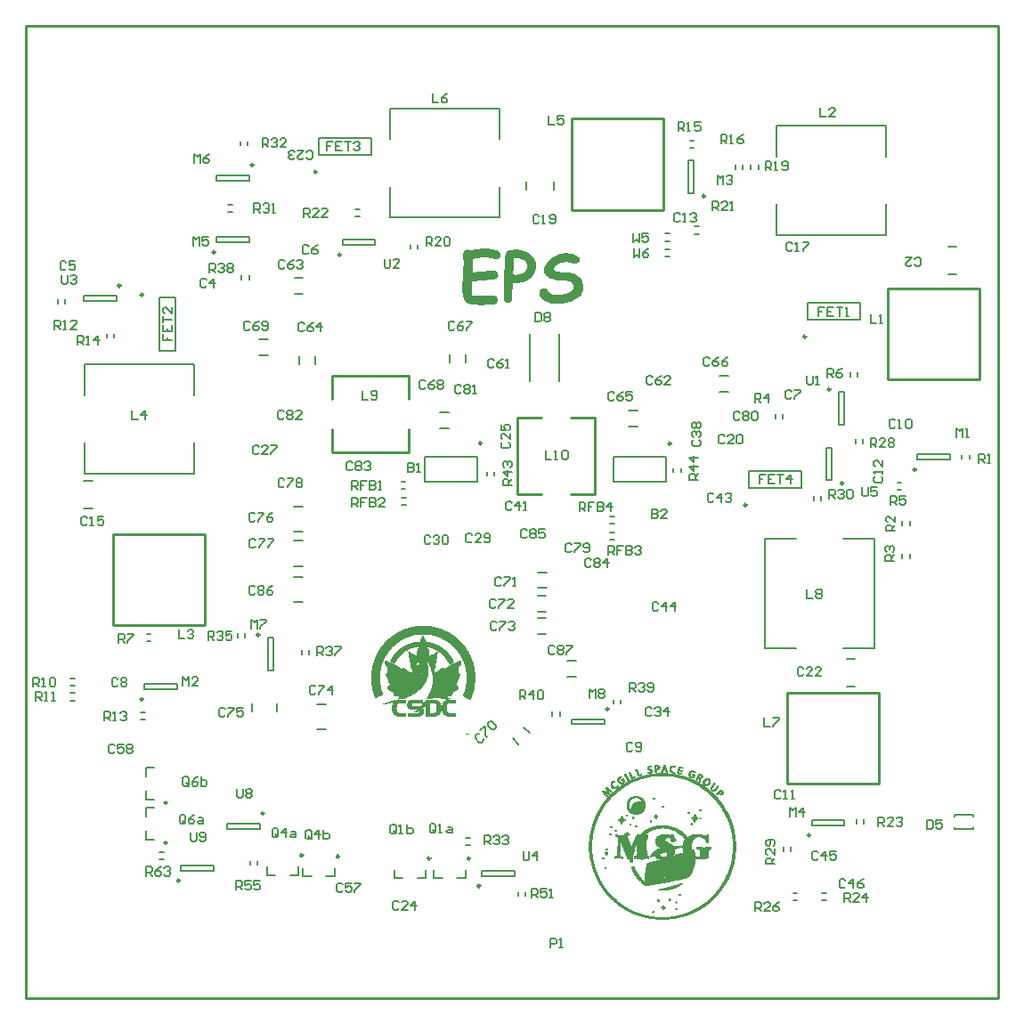
<source format=gbr>
%TF.GenerationSoftware,Altium Limited,Altium Designer,18.1.7 (191)*%
G04 Layer_Color=65535*
%FSLAX43Y43*%
%MOMM*%
%TF.FileFunction,Legend,Top*%
%TF.Part,Single*%
G01*
G75*
%TA.AperFunction,NonConductor*%
%ADD10C,0.254*%
%ADD62C,0.250*%
%ADD65C,0.051*%
%ADD66C,0.200*%
%ADD67C,0.150*%
%ADD83C,0.100*%
%ADD84C,0.025*%
%ADD85C,0.043*%
G36*
X43784Y71277D02*
X43859D01*
X43951Y71269D01*
X44043Y71261D01*
X44251Y71244D01*
X44459Y71211D01*
X44667Y71169D01*
X44859Y71111D01*
X44876Y71102D01*
X44909Y71086D01*
X44951Y71061D01*
X45009Y71019D01*
X45059Y70961D01*
X45109Y70894D01*
X45142Y70811D01*
X45151Y70711D01*
Y70702D01*
Y70686D01*
X45142Y70653D01*
X45134Y70611D01*
X45101Y70519D01*
X45076Y70469D01*
X45034Y70419D01*
X45026Y70411D01*
X45009Y70394D01*
X44984Y70378D01*
X44951Y70353D01*
X44901Y70319D01*
X44842Y70303D01*
X44784Y70286D01*
X44709Y70278D01*
X44667D01*
X44626Y70286D01*
X44576Y70294D01*
X44567D01*
X44551Y70303D01*
X44526Y70311D01*
X44493Y70319D01*
X44443Y70328D01*
X44393Y70336D01*
X44259Y70361D01*
X44109Y70386D01*
X43943Y70411D01*
X43768Y70419D01*
X43584Y70428D01*
X43493D01*
X43426Y70419D01*
X43351D01*
X43268Y70411D01*
X43068Y70386D01*
X43060D01*
X43018Y70378D01*
X42968Y70369D01*
X42901Y70361D01*
X42810Y70344D01*
X42718Y70328D01*
X42610Y70303D01*
X42501Y70278D01*
Y70269D01*
Y70261D01*
Y70236D01*
Y70203D01*
Y70153D01*
Y70103D01*
Y70036D01*
Y69961D01*
X42493Y69878D01*
Y69786D01*
Y69686D01*
Y69569D01*
X42485Y69453D01*
Y69320D01*
Y69178D01*
X42476Y69028D01*
X42518D01*
X42551Y69036D01*
X42635D01*
X42693Y69045D01*
X42768Y69053D01*
X42851Y69061D01*
X42951Y69070D01*
X43068Y69078D01*
X43201Y69086D01*
X43351Y69103D01*
X43518Y69120D01*
X43709Y69136D01*
X43734D01*
X43768Y69145D01*
X43809D01*
X43909Y69161D01*
X44026Y69170D01*
X44159Y69186D01*
X44284Y69195D01*
X44393Y69203D01*
X44501D01*
X44534Y69195D01*
X44584Y69186D01*
X44634Y69170D01*
X44684Y69153D01*
X44742Y69120D01*
X44792Y69078D01*
X44801Y69070D01*
X44817Y69053D01*
X44834Y69028D01*
X44859Y68995D01*
X44884Y68953D01*
X44909Y68903D01*
X44917Y68836D01*
X44926Y68770D01*
Y68753D01*
X44917Y68711D01*
X44901Y68645D01*
X44876Y68578D01*
X44826Y68503D01*
X44751Y68436D01*
X44709Y68403D01*
X44651Y68378D01*
X44592Y68361D01*
X44517Y68345D01*
X44509D01*
X44468Y68336D01*
X44409D01*
X44326Y68328D01*
X44226Y68320D01*
X44093Y68303D01*
X43934Y68295D01*
X43759Y68278D01*
X43743D01*
X43709Y68270D01*
X43676D01*
X43626Y68261D01*
X43568D01*
X43501Y68253D01*
X43426Y68245D01*
X43334Y68236D01*
X43234Y68228D01*
X43118Y68220D01*
X43001Y68211D01*
X42868Y68195D01*
X42726Y68186D01*
X42576Y68178D01*
X42410Y68161D01*
Y68153D01*
Y68145D01*
Y68095D01*
X42401Y68020D01*
Y67928D01*
Y67828D01*
X42393Y67720D01*
Y67612D01*
Y67512D01*
Y67503D01*
Y67487D01*
Y67453D01*
Y67412D01*
Y67312D01*
X42401Y67195D01*
X42410Y67070D01*
X42418Y66953D01*
X42426Y66903D01*
X42435Y66870D01*
X42451Y66837D01*
X42460Y66812D01*
X42468Y66803D01*
X42493Y66795D01*
X42526D01*
X42576Y66787D01*
X42643Y66779D01*
X42735Y66770D01*
X43193D01*
X43309Y66779D01*
X43518D01*
X43584Y66787D01*
X43768D01*
X43868Y66795D01*
X44093D01*
X44151Y66803D01*
X44234Y66812D01*
X44251D01*
X44301Y66820D01*
X44368Y66828D01*
X44451D01*
X44484Y66820D01*
X44526D01*
X44626Y66787D01*
X44684Y66762D01*
X44734Y66729D01*
X44742Y66720D01*
X44759Y66704D01*
X44784Y66679D01*
X44809Y66645D01*
X44834Y66595D01*
X44859Y66537D01*
X44876Y66470D01*
X44884Y66395D01*
Y66379D01*
X44876Y66345D01*
X44867Y66287D01*
X44834Y66220D01*
X44792Y66145D01*
X44726Y66079D01*
X44634Y66020D01*
X44576Y66004D01*
X44509Y65987D01*
X44493D01*
X44476Y65979D01*
X44443D01*
X44409Y65970D01*
X44359D01*
X44301Y65962D01*
X44226Y65954D01*
X44143Y65945D01*
X44051D01*
X43943Y65937D01*
X43826Y65929D01*
X43693D01*
X43543Y65920D01*
X43101D01*
X43035Y65929D01*
X42951D01*
X42860Y65937D01*
X42751Y65945D01*
X42643Y65954D01*
X42418Y65987D01*
X42201Y66037D01*
X42101Y66070D01*
X42010Y66112D01*
X41926Y66154D01*
X41860Y66204D01*
X41843Y66220D01*
X41827Y66237D01*
X41810Y66262D01*
X41785Y66304D01*
X41752Y66354D01*
X41718Y66412D01*
X41693Y66479D01*
X41660Y66562D01*
X41627Y66654D01*
X41602Y66762D01*
X41568Y66878D01*
X41552Y67020D01*
X41535Y67170D01*
X41518Y67337D01*
Y67520D01*
Y67528D01*
Y67537D01*
Y67562D01*
Y67595D01*
Y67645D01*
Y67695D01*
X41527Y67762D01*
Y67837D01*
Y67920D01*
X41535Y68012D01*
Y68111D01*
X41543Y68228D01*
X41552Y68353D01*
X41560Y68486D01*
X41568Y68628D01*
X41577Y68778D01*
Y68786D01*
Y68820D01*
X41585Y68861D01*
Y68920D01*
X41593Y68986D01*
Y69070D01*
X41602Y69161D01*
X41610Y69253D01*
X41618Y69461D01*
X41627Y69678D01*
X41635Y69878D01*
Y69969D01*
Y70053D01*
Y70061D01*
Y70069D01*
Y70103D01*
Y70136D01*
X41627Y70178D01*
X41618Y70236D01*
X41610Y70303D01*
X41602Y70378D01*
Y70386D01*
Y70411D01*
X41593Y70453D01*
Y70503D01*
X41585Y70603D01*
X41577Y70661D01*
Y70702D01*
Y70711D01*
Y70727D01*
Y70744D01*
X41585Y70777D01*
X41602Y70852D01*
X41635Y70944D01*
X41685Y71036D01*
X41760Y71111D01*
X41810Y71144D01*
X41868Y71169D01*
X41935Y71177D01*
X42010Y71186D01*
X42060D01*
X42093Y71177D01*
X42176Y71152D01*
X42268Y71102D01*
X42276D01*
X42285Y71111D01*
X42335Y71119D01*
X42401Y71136D01*
X42493Y71152D01*
X42601Y71177D01*
X42718Y71194D01*
X42960Y71236D01*
X42976D01*
X43018Y71244D01*
X43085Y71252D01*
X43160Y71261D01*
X43259Y71269D01*
X43368Y71277D01*
X43584Y71286D01*
X43718D01*
X43784Y71277D01*
D02*
G37*
G36*
X51482Y70844D02*
X51566Y70836D01*
X51682Y70819D01*
X51807Y70786D01*
X51957Y70752D01*
X52124Y70702D01*
X52132D01*
X52149Y70694D01*
X52174Y70686D01*
X52216Y70669D01*
X52307Y70636D01*
X52407Y70586D01*
X52515Y70528D01*
X52599Y70461D01*
X52640Y70419D01*
X52665Y70378D01*
X52682Y70336D01*
X52690Y70294D01*
Y70286D01*
Y70269D01*
X52682Y70236D01*
X52674Y70203D01*
X52640Y70111D01*
X52615Y70061D01*
X52574Y70011D01*
X52565Y70003D01*
X52549Y69986D01*
X52524Y69969D01*
X52490Y69944D01*
X52440Y69911D01*
X52382Y69894D01*
X52324Y69878D01*
X52249Y69869D01*
X52182D01*
X52141Y69878D01*
X52074Y69886D01*
X51999Y69894D01*
X51907Y69911D01*
X51807Y69928D01*
X51791D01*
X51757Y69936D01*
X51707Y69953D01*
X51641Y69961D01*
X51491Y69986D01*
X51424Y69994D01*
X51291D01*
X51216Y69986D01*
X51116Y69969D01*
X50991Y69944D01*
X50866Y69903D01*
X50733Y69861D01*
X50591Y69794D01*
X50574Y69786D01*
X50533Y69761D01*
X50474Y69719D01*
X50408Y69669D01*
X50333Y69603D01*
X50274Y69536D01*
X50233Y69453D01*
X50224Y69411D01*
X50216Y69370D01*
Y69361D01*
Y69353D01*
X50233Y69303D01*
X50266Y69236D01*
X50291Y69211D01*
X50324Y69178D01*
X50333D01*
X50349Y69170D01*
X50374Y69153D01*
X50416Y69136D01*
X50458Y69120D01*
X50524Y69103D01*
X50591Y69086D01*
X50674Y69070D01*
X50741D01*
X50824Y69061D01*
X50924Y69053D01*
X51049Y69045D01*
X51182D01*
X51324Y69036D01*
X51474Y69028D01*
X51507D01*
X51541Y69020D01*
X51591Y69011D01*
X51649Y69003D01*
X51716Y68995D01*
X51874Y68953D01*
X52049Y68903D01*
X52241Y68836D01*
X52415Y68745D01*
X52582Y68628D01*
X52590D01*
X52599Y68611D01*
X52624Y68586D01*
X52649Y68561D01*
X52724Y68478D01*
X52807Y68361D01*
X52890Y68211D01*
X52965Y68028D01*
X53015Y67820D01*
X53024Y67712D01*
X53032Y67587D01*
Y67578D01*
Y67553D01*
X53024Y67512D01*
X53015Y67453D01*
X53007Y67387D01*
X52982Y67303D01*
X52957Y67220D01*
X52915Y67128D01*
X52865Y67028D01*
X52807Y66928D01*
X52732Y66828D01*
X52640Y66720D01*
X52532Y66620D01*
X52407Y66529D01*
X52266Y66437D01*
X52099Y66354D01*
X52091D01*
X52066Y66337D01*
X52024Y66329D01*
X51974Y66304D01*
X51907Y66279D01*
X51824Y66254D01*
X51732Y66229D01*
X51632Y66195D01*
X51516Y66162D01*
X51391Y66137D01*
X51257Y66112D01*
X51116Y66087D01*
X50816Y66054D01*
X50483Y66037D01*
X50408D01*
X50349Y66045D01*
X50283D01*
X50208Y66054D01*
X50116Y66070D01*
X50024Y66079D01*
X49824Y66120D01*
X49616Y66187D01*
X49408Y66270D01*
X49225Y66387D01*
X49208Y66404D01*
X49166Y66437D01*
X49100Y66504D01*
X49033Y66587D01*
X48966Y66687D01*
X48900Y66803D01*
X48858Y66928D01*
X48850Y67003D01*
X48841Y67070D01*
Y67078D01*
Y67103D01*
X48850Y67137D01*
X48858Y67187D01*
X48891Y67295D01*
X48916Y67353D01*
X48958Y67403D01*
X48966Y67412D01*
X48983Y67428D01*
X49008Y67445D01*
X49041Y67470D01*
X49091Y67495D01*
X49150Y67520D01*
X49216Y67528D01*
X49291Y67537D01*
X49308D01*
X49341Y67528D01*
X49391Y67520D01*
X49450Y67503D01*
X49516Y67462D01*
X49583Y67412D01*
X49650Y67345D01*
X49708Y67245D01*
X49716Y67228D01*
X49749Y67187D01*
X49799Y67120D01*
X49874Y67053D01*
X49983Y66987D01*
X50049Y66953D01*
X50124Y66920D01*
X50208Y66895D01*
X50299Y66878D01*
X50399Y66870D01*
X50516Y66862D01*
X50608D01*
X50658Y66870D01*
X50716Y66878D01*
X50849Y66895D01*
X51007Y66920D01*
X51191Y66962D01*
X51374Y67020D01*
X51566Y67095D01*
X51574D01*
X51591Y67103D01*
X51616Y67120D01*
X51649Y67137D01*
X51732Y67187D01*
X51832Y67253D01*
X51932Y67328D01*
X52016Y67420D01*
X52049Y67470D01*
X52074Y67520D01*
X52091Y67578D01*
X52099Y67628D01*
Y67637D01*
Y67645D01*
X52091Y67695D01*
X52082Y67762D01*
X52057Y67845D01*
X52016Y67937D01*
X51957Y68020D01*
X51874Y68095D01*
X51766Y68153D01*
X51757Y68161D01*
X51716Y68170D01*
X51657Y68186D01*
X51566Y68203D01*
X51499Y68211D01*
X51432Y68220D01*
X51357Y68228D01*
X51274Y68236D01*
X51182Y68245D01*
X51074Y68253D01*
X50958Y68261D01*
X50783D01*
X50741Y68270D01*
X50691D01*
X50633Y68278D01*
X50508Y68286D01*
X50349Y68311D01*
X50183Y68353D01*
X50016Y68395D01*
X49849Y68461D01*
X49841D01*
X49824Y68470D01*
X49799Y68486D01*
X49758Y68511D01*
X49666Y68570D01*
X49558Y68653D01*
X49458Y68761D01*
X49366Y68886D01*
X49333Y68961D01*
X49300Y69036D01*
X49283Y69120D01*
Y69211D01*
Y69220D01*
Y69236D01*
X49291Y69270D01*
Y69320D01*
X49308Y69370D01*
X49316Y69436D01*
X49366Y69586D01*
X49400Y69669D01*
X49450Y69761D01*
X49500Y69853D01*
X49558Y69944D01*
X49633Y70044D01*
X49724Y70144D01*
X49816Y70236D01*
X49933Y70336D01*
X49941Y70344D01*
X49966Y70361D01*
X49999Y70386D01*
X50049Y70419D01*
X50108Y70453D01*
X50183Y70503D01*
X50266Y70544D01*
X50358Y70594D01*
X50458Y70644D01*
X50566Y70686D01*
X50808Y70769D01*
X50941Y70802D01*
X51074Y70827D01*
X51216Y70844D01*
X51357Y70852D01*
X51416D01*
X51482Y70844D01*
D02*
G37*
G36*
X46892Y71177D02*
X46942D01*
X47009Y71161D01*
X47083Y71152D01*
X47158Y71136D01*
X47333Y71086D01*
X47533Y71011D01*
X47633Y70969D01*
X47733Y70911D01*
X47842Y70852D01*
X47942Y70777D01*
X47950Y70769D01*
X47967Y70761D01*
X48000Y70736D01*
X48033Y70702D01*
X48083Y70653D01*
X48133Y70603D01*
X48250Y70478D01*
X48358Y70319D01*
X48458Y70128D01*
X48491Y70028D01*
X48525Y69919D01*
X48541Y69803D01*
X48550Y69686D01*
Y69678D01*
Y69653D01*
Y69611D01*
X48541Y69553D01*
X48533Y69486D01*
X48516Y69403D01*
X48500Y69320D01*
X48466Y69220D01*
X48433Y69120D01*
X48391Y69020D01*
X48342Y68911D01*
X48283Y68803D01*
X48208Y68695D01*
X48117Y68595D01*
X48025Y68495D01*
X47908Y68403D01*
X47900Y68395D01*
X47883Y68386D01*
X47850Y68361D01*
X47808Y68336D01*
X47750Y68303D01*
X47692Y68270D01*
X47608Y68236D01*
X47525Y68195D01*
X47433Y68153D01*
X47325Y68120D01*
X47100Y68053D01*
X46834Y68003D01*
X46700Y67995D01*
X46550Y67987D01*
X46500D01*
X46467Y67995D01*
X46367D01*
X46292Y68003D01*
Y67995D01*
Y67987D01*
Y67953D01*
Y67920D01*
Y67870D01*
X46284Y67812D01*
Y67737D01*
Y67653D01*
Y67562D01*
Y67453D01*
X46275Y67337D01*
Y67203D01*
Y67062D01*
Y66903D01*
Y66737D01*
Y66554D01*
Y66545D01*
Y66529D01*
X46267Y66495D01*
X46259Y66454D01*
X46242Y66412D01*
X46225Y66362D01*
X46192Y66320D01*
X46150Y66270D01*
X46142Y66262D01*
X46134Y66254D01*
X46100Y66237D01*
X46067Y66212D01*
X45975Y66170D01*
X45925Y66162D01*
X45859Y66154D01*
X45825D01*
X45792Y66162D01*
X45751Y66170D01*
X45659Y66204D01*
X45609Y66229D01*
X45559Y66270D01*
X45551Y66279D01*
X45542Y66295D01*
X45526Y66320D01*
X45501Y66354D01*
X45459Y66437D01*
X45451Y66495D01*
X45442Y66554D01*
Y67437D01*
Y67445D01*
Y67462D01*
Y67487D01*
Y67528D01*
Y67578D01*
Y67645D01*
X45451Y67720D01*
Y67803D01*
Y67903D01*
X45459Y68003D01*
Y68128D01*
X45467Y68253D01*
X45476Y68395D01*
X45484Y68553D01*
X45492Y68711D01*
X45501Y68886D01*
Y68895D01*
Y68928D01*
X45509Y68978D01*
Y69045D01*
X45517Y69128D01*
Y69220D01*
X45526Y69320D01*
X45534Y69436D01*
X45542Y69669D01*
X45551Y69911D01*
X45559Y70136D01*
X45567Y70244D01*
Y70336D01*
Y70344D01*
Y70369D01*
Y70411D01*
X45576Y70461D01*
X45584Y70528D01*
X45592Y70594D01*
X45626Y70744D01*
X45676Y70894D01*
X45717Y70961D01*
X45759Y71019D01*
X45817Y71069D01*
X45875Y71102D01*
X45942Y71127D01*
X46034D01*
X46042Y71136D01*
X46067D01*
X46100Y71144D01*
X46142Y71152D01*
X46192D01*
X46317Y71169D01*
X46350D01*
X46392Y71177D01*
X46517D01*
X46592Y71186D01*
X46842D01*
X46892Y71177D01*
D02*
G37*
%LPC*%
G36*
X46709Y70369D02*
X46592D01*
X46525Y70361D01*
X46442D01*
X46400Y70353D01*
Y70344D01*
Y70328D01*
Y70294D01*
Y70244D01*
Y70186D01*
Y70111D01*
X46392Y70019D01*
Y69911D01*
Y69894D01*
Y69878D01*
Y69844D01*
Y69811D01*
X46384Y69761D01*
Y69703D01*
Y69644D01*
Y69569D01*
X46375Y69494D01*
Y69403D01*
X46367Y69303D01*
X46359Y69195D01*
Y69078D01*
X46350Y68953D01*
X46342Y68820D01*
X46367D01*
X46392Y68811D01*
X46425D01*
X46500Y68803D01*
X46525Y68795D01*
X46634D01*
X46725Y68811D01*
X46834Y68828D01*
X46967Y68853D01*
X47100Y68895D01*
X47242Y68953D01*
X47367Y69028D01*
X47383Y69036D01*
X47425Y69070D01*
X47475Y69128D01*
X47542Y69203D01*
X47608Y69303D01*
X47658Y69411D01*
X47700Y69544D01*
X47717Y69686D01*
Y69694D01*
X47708Y69728D01*
X47700Y69778D01*
X47675Y69844D01*
X47633Y69919D01*
X47575Y70003D01*
X47492Y70078D01*
X47383Y70161D01*
X47367Y70169D01*
X47333Y70194D01*
X47267Y70228D01*
X47183Y70269D01*
X47083Y70303D01*
X46967Y70336D01*
X46842Y70361D01*
X46709Y70369D01*
D02*
G37*
%LPD*%
D10*
X60625Y74950D02*
Y75050D01*
X51925Y74950D02*
Y83650D01*
X60625D01*
Y74950D02*
Y83650D01*
X51925Y74950D02*
X60625D01*
X81100Y20375D02*
Y29075D01*
X72400Y20375D02*
X72500D01*
X72400Y29075D02*
X81100D01*
X72400Y20375D02*
X81100D01*
X72400D02*
Y29075D01*
X92500Y0D02*
Y92500D01*
X0Y0D02*
Y92500D01*
Y0D02*
X92500D01*
X0Y92500D02*
X92500D01*
X8325Y35450D02*
Y44150D01*
Y35450D02*
X17025D01*
Y44150D01*
X8325D02*
X17025D01*
X8325Y35450D02*
X8325D01*
X8325D02*
X8425D01*
X8325Y44150D02*
X8325D01*
X81975Y58825D02*
Y67525D01*
Y58825D02*
X90675D01*
X81975Y67525D02*
X90675D01*
X81975Y58825D02*
X82075D01*
X90675D02*
Y67525D01*
X29125Y56950D02*
Y59200D01*
Y51900D02*
Y54125D01*
X36425Y51900D02*
Y54150D01*
Y56950D02*
Y59200D01*
X29125D02*
X36425D01*
X29125Y51900D02*
X36425D01*
X46775Y47900D02*
X49025D01*
X51850D02*
X54075D01*
X51825Y55200D02*
X54075D01*
X46775D02*
X49025D01*
X46775Y47900D02*
Y55200D01*
X54075Y47900D02*
Y55200D01*
D62*
X13425Y18600D02*
G03*
X13425Y18600I-125J0D01*
G01*
Y14800D02*
G03*
X13425Y14800I-125J0D01*
G01*
X61352Y52740D02*
G03*
X61352Y52740I-125J0D01*
G01*
X29800Y13475D02*
G03*
X29800Y13475I-125J0D01*
G01*
X38475Y13300D02*
G03*
X38475Y13300I-125J0D01*
G01*
X22650Y17575D02*
G03*
X22650Y17575I-125J0D01*
G01*
X26350Y13600D02*
G03*
X26350Y13600I-125J0D01*
G01*
X74195Y62900D02*
G03*
X74195Y62900I-125J0D01*
G01*
X68545Y46900D02*
G03*
X68545Y46900I-125J0D01*
G01*
X27670Y78575D02*
G03*
X27670Y78575I-125J0D01*
G01*
X11150Y66905D02*
G03*
X11150Y66905I-125J0D01*
G01*
X76500Y57900D02*
G03*
X76500Y57900I-125J0D01*
G01*
X42250Y13300D02*
G03*
X42250Y13300I-125J0D01*
G01*
X21650Y79225D02*
G03*
X21650Y79225I-125J0D01*
G01*
X18000Y70950D02*
G03*
X18000Y70950I-125J0D01*
G01*
X74600Y15500D02*
G03*
X74600Y15500I-125J0D01*
G01*
X64600Y76275D02*
G03*
X64600Y76275I-125J0D01*
G01*
X11150Y28425D02*
G03*
X11150Y28425I-125J0D01*
G01*
X84650Y50250D02*
G03*
X84650Y50250I-125J0D01*
G01*
X43352Y52765D02*
G03*
X43352Y52765I-125J0D01*
G01*
X29975Y70700D02*
G03*
X29975Y70700I-125J0D01*
G01*
X9025Y67750D02*
G03*
X9025Y67750I-125J0D01*
G01*
X43225Y10700D02*
G03*
X43225Y10700I-125J0D01*
G01*
X77725Y48975D02*
G03*
X77725Y48975I-125J0D01*
G01*
X22225Y34550D02*
G03*
X22225Y34550I-125J0D01*
G01*
X55425Y27500D02*
G03*
X55425Y27500I-125J0D01*
G01*
X14625Y11200D02*
G03*
X14625Y11200I-125J0D01*
G01*
D65*
X41872Y25170D02*
X42126D01*
D66*
X71417Y79994D02*
Y82944D01*
X81817Y79994D02*
Y82944D01*
X71417Y72544D02*
Y75494D01*
X81817Y72544D02*
Y75494D01*
X71417Y82944D02*
X81817D01*
X71417Y72544D02*
X81817D01*
X26025Y60275D02*
Y61075D01*
X27525Y60275D02*
Y61075D01*
X11425Y21100D02*
Y21900D01*
X12225D01*
X11425Y18900D02*
Y19700D01*
Y18900D02*
X12225D01*
X11425Y17300D02*
Y18100D01*
X12225D01*
X11425Y15100D02*
Y15900D01*
Y15100D02*
X12225D01*
X26275Y32725D02*
Y33125D01*
X26975Y32725D02*
Y33125D01*
X55922Y49125D02*
Y51475D01*
X60922Y49125D02*
Y51475D01*
X55922Y49125D02*
X60922D01*
X55922Y51475D02*
X60922D01*
X29375Y11600D02*
Y12400D01*
X28575Y11600D02*
X29375D01*
X26375D02*
Y12400D01*
Y11600D02*
X27175D01*
X38050Y11425D02*
Y12225D01*
X37250Y11425D02*
X38050D01*
X35050D02*
Y12225D01*
Y11425D02*
X35850D01*
X19150Y16125D02*
X22250D01*
X19150Y16625D02*
X22250D01*
X19150Y16125D02*
Y16625D01*
X22250Y16125D02*
Y16625D01*
X21325Y12675D02*
Y13075D01*
X22025Y12675D02*
Y13075D01*
X25925Y11725D02*
Y12525D01*
X25125Y11725D02*
X25925D01*
X22925D02*
Y12525D01*
Y11725D02*
X23725D01*
X46825Y9725D02*
Y10125D01*
X47525Y9725D02*
Y10125D01*
X50750Y58700D02*
Y63200D01*
X47950Y58700D02*
Y63200D01*
X35725Y47600D02*
X36125D01*
X35725Y46900D02*
X36125D01*
X35700Y48450D02*
X36100D01*
X35700Y49150D02*
X36100D01*
X55550Y45800D02*
X55950D01*
X55550Y45100D02*
X55950D01*
X55550Y43575D02*
X55950D01*
X55550Y44275D02*
X55950D01*
X79375Y64550D02*
Y66150D01*
X74375Y64550D02*
Y66150D01*
X79375D01*
X74375Y64550D02*
X79375D01*
X73725Y48550D02*
Y50150D01*
X68725Y48550D02*
Y50150D01*
X73725D01*
X68725Y48550D02*
X73725D01*
X32850Y80225D02*
Y81825D01*
X27850Y80225D02*
Y81825D01*
X32850D01*
X27850Y80225D02*
X32850D01*
X12675Y61600D02*
X14275D01*
X12675Y66600D02*
X14275D01*
Y61600D02*
Y66600D01*
X12675Y61600D02*
Y66600D01*
X77825Y54525D02*
Y57625D01*
X77325Y54525D02*
Y57625D01*
Y54525D02*
X77825D01*
X77325Y57625D02*
X77825D01*
X50775Y26875D02*
Y27275D01*
X50075Y26875D02*
Y27275D01*
X55875Y28000D02*
Y28400D01*
X56575Y28000D02*
Y28400D01*
X20525Y68325D02*
Y68725D01*
X21225Y68325D02*
Y68725D01*
X20850Y34300D02*
Y34700D01*
X20150Y34300D02*
Y34700D01*
X41825Y15250D02*
X42225D01*
X41825Y14550D02*
X42225D01*
X20400Y81100D02*
Y81500D01*
X21100Y81100D02*
Y81500D01*
X75600Y47375D02*
Y47775D01*
X74900Y47375D02*
Y47775D01*
X72025Y14000D02*
Y14400D01*
X72725Y14000D02*
Y14400D01*
X78900Y52750D02*
Y53150D01*
X79600Y52750D02*
Y53150D01*
X72950Y10025D02*
X73350D01*
X72950Y9325D02*
X73350D01*
X75700Y10025D02*
X76100D01*
X75700Y9325D02*
X76100D01*
X79000Y16600D02*
Y17000D01*
X79700Y16600D02*
Y17000D01*
X36575Y71275D02*
Y71675D01*
X37275Y71275D02*
Y71675D01*
X69650Y78875D02*
Y79275D01*
X68950Y78875D02*
Y79275D01*
X67475Y78875D02*
Y79275D01*
X68175Y78875D02*
Y79275D01*
X63150Y80850D02*
X63550D01*
X63150Y81550D02*
X63550D01*
X8400Y62800D02*
Y63200D01*
X7700Y62800D02*
Y63200D01*
X10950Y27225D02*
X11350D01*
X10950Y26525D02*
X11350D01*
X3775Y66075D02*
Y66475D01*
X3075Y66075D02*
Y66475D01*
X11500Y34650D02*
X11900D01*
X11500Y33950D02*
X11900D01*
X78400Y59100D02*
Y59500D01*
X79100Y59100D02*
Y59500D01*
X82875Y49050D02*
X83275D01*
X82875Y48350D02*
X83275D01*
X71275Y55150D02*
Y55550D01*
X71975Y55150D02*
Y55550D01*
X83350Y41825D02*
Y42225D01*
X84050Y41825D02*
Y42225D01*
X83350Y44950D02*
Y45350D01*
X84050Y44950D02*
Y45350D01*
X89025Y51275D02*
Y51675D01*
X89725Y51275D02*
Y51675D01*
X41825Y11425D02*
Y12225D01*
X41025Y11425D02*
X41825D01*
X38825D02*
Y12225D01*
Y11425D02*
X39625D01*
X18150Y77775D02*
X21250D01*
X18150Y78275D02*
X21250D01*
X18150Y77775D02*
Y78275D01*
X21250Y77775D02*
Y78275D01*
X18150Y72400D02*
X21250D01*
X18150Y71900D02*
X21250D01*
Y72400D01*
X18150Y71900D02*
Y72400D01*
X74750Y16950D02*
X77850D01*
X74750Y16450D02*
X77850D01*
Y16950D01*
X74750Y16450D02*
Y16950D01*
X63025Y76550D02*
Y79650D01*
X63525Y76550D02*
Y79650D01*
X63025D02*
X63525D01*
X63025Y76550D02*
X63525D01*
X11300Y29875D02*
X14400D01*
X11300Y29375D02*
X14400D01*
Y29875D01*
X11300Y29375D02*
Y29875D01*
X84800Y51700D02*
X87900D01*
X84800Y51200D02*
X87900D01*
Y51700D01*
X84800Y51200D02*
Y51700D01*
X70300Y33300D02*
Y43700D01*
X80700Y33300D02*
Y43700D01*
X70300Y33300D02*
X73250D01*
X70300Y43700D02*
X73250D01*
X77750Y33300D02*
X80700D01*
X77750Y43700D02*
X80700D01*
X27725Y27975D02*
X28525D01*
X27725Y25575D02*
X28525D01*
X78075Y32250D02*
X78875D01*
X78075Y29650D02*
X78875D01*
X50175Y76875D02*
Y77675D01*
X47575Y76875D02*
Y77675D01*
X5525Y46600D02*
X6325D01*
X5525Y49200D02*
X6325D01*
X87715Y71450D02*
X88515D01*
X87715Y68850D02*
X88515D01*
X5600Y60275D02*
X16000D01*
X5600Y49875D02*
X16000D01*
X5600Y57325D02*
Y60275D01*
X16000Y57325D02*
Y60275D01*
X5600Y49875D02*
Y52825D01*
X16000Y49875D02*
Y52825D01*
X34675Y74225D02*
X45075D01*
X34675Y84625D02*
X45075D01*
Y74225D02*
Y77175D01*
X34675Y74225D02*
Y77175D01*
X45075Y81675D02*
Y84625D01*
X34675Y81675D02*
Y84625D01*
X37922Y51500D02*
X42922D01*
X37922Y49150D02*
X42922D01*
Y51500D01*
X37922Y49150D02*
Y51500D01*
X30125Y71650D02*
Y72150D01*
X33225Y71650D02*
Y72150D01*
X30125Y71650D02*
X33225D01*
X30125Y72150D02*
X33225D01*
X8625Y66300D02*
Y66800D01*
X5525Y66300D02*
Y66800D01*
X8625D01*
X5525Y66300D02*
X8625D01*
X43375Y11650D02*
Y12150D01*
X46475Y11650D02*
Y12150D01*
X43375Y11650D02*
X46475D01*
X43375Y12150D02*
X46475D01*
X76150Y49250D02*
X76650D01*
X76150Y52350D02*
X76650D01*
Y49250D02*
Y52350D01*
X76150Y49250D02*
Y52350D01*
X4250Y30425D02*
X4650D01*
X4250Y29725D02*
X4650D01*
X4250Y28325D02*
X4650D01*
X4250Y29025D02*
X4650D01*
X63575Y72675D02*
X63975D01*
X63575Y73375D02*
X63975D01*
X31325Y74350D02*
X31725D01*
X31325Y75050D02*
X31725D01*
X19250Y75450D02*
X19650D01*
X19250Y74750D02*
X19650D01*
X88300Y17475D02*
X90100D01*
X88300Y16075D02*
X90100D01*
X88300Y17300D02*
Y17475D01*
X90100Y17300D02*
Y17475D01*
X88300Y16075D02*
Y16250D01*
X90100Y16075D02*
Y16250D01*
X23050Y34275D02*
X23550D01*
X23050Y31175D02*
X23550D01*
X23050D02*
Y34275D01*
X23550Y31175D02*
Y34275D01*
X43875Y49675D02*
Y50075D01*
X44575Y49675D02*
Y50075D01*
X61600Y50025D02*
Y50425D01*
X62300Y50025D02*
Y50425D01*
X51925Y26050D02*
X55025D01*
X51925Y26550D02*
X55025D01*
X51925Y26050D02*
Y26550D01*
X55025Y26050D02*
Y26550D01*
X12725Y13225D02*
X13125D01*
X12725Y13925D02*
X13125D01*
X14775Y12650D02*
X17875D01*
X14775Y12150D02*
X17875D01*
Y12650D01*
X14775Y12150D02*
Y12650D01*
X25575Y66975D02*
X26375D01*
X25575Y68475D02*
X26375D01*
X57350Y55875D02*
X58150D01*
X57350Y54375D02*
X58150D01*
X65975Y57700D02*
X66775D01*
X65975Y59200D02*
X66775D01*
X41800Y60425D02*
Y61225D01*
X40300Y60425D02*
Y61225D01*
X39387Y55700D02*
X40187D01*
X39387Y54200D02*
X40187D01*
X22225Y62625D02*
X23025D01*
X22225Y61125D02*
X23025D01*
X47347Y25788D02*
X47913Y25222D01*
X46287Y24728D02*
X46853Y24162D01*
X48700Y40500D02*
X49500D01*
X48700Y39000D02*
X49500D01*
X48675Y38250D02*
X49475D01*
X48675Y36750D02*
X49475D01*
X48650Y36125D02*
X49450D01*
X48650Y34625D02*
X49450D01*
X23875Y27250D02*
Y28050D01*
X21475Y27250D02*
Y28050D01*
X25500Y44375D02*
X26300D01*
X25500Y46775D02*
X26300D01*
X25525Y41100D02*
X26325D01*
X25525Y43500D02*
X26325D01*
X25525Y37675D02*
X26325D01*
X25525Y40075D02*
X26325D01*
X60825Y71250D02*
X61225D01*
X60825Y70550D02*
X61225D01*
X60825Y72700D02*
X61225D01*
X60825Y72000D02*
X61225D01*
X51525Y32075D02*
X52325D01*
X51525Y30575D02*
X52325D01*
D67*
X75517Y84669D02*
Y83819D01*
X76083D01*
X76933D02*
X76367D01*
X76933Y84386D01*
Y84527D01*
X76792Y84669D01*
X76508D01*
X76367Y84527D01*
X70200Y26650D02*
Y25800D01*
X70766D01*
X71050Y26650D02*
X71616D01*
Y26508D01*
X71050Y25942D01*
Y25800D01*
X15516Y20342D02*
Y20908D01*
X15375Y21050D01*
X15092D01*
X14950Y20908D01*
Y20342D01*
X15092Y20200D01*
X15375D01*
X15233Y20483D02*
X15516Y20200D01*
X15375D02*
X15516Y20342D01*
X16366Y21050D02*
X16083Y20908D01*
X15800Y20625D01*
Y20342D01*
X15941Y20200D01*
X16225D01*
X16366Y20342D01*
Y20483D01*
X16225Y20625D01*
X15800D01*
X16649Y21050D02*
Y20200D01*
X17074D01*
X17216Y20342D01*
Y20483D01*
Y20625D01*
X17074Y20766D01*
X16649D01*
X15191Y16742D02*
Y17308D01*
X15050Y17450D01*
X14767D01*
X14625Y17308D01*
Y16742D01*
X14767Y16600D01*
X15050D01*
X14908Y16883D02*
X15191Y16600D01*
X15050D02*
X15191Y16742D01*
X16041Y17450D02*
X15758Y17308D01*
X15475Y17025D01*
Y16742D01*
X15616Y16600D01*
X15900D01*
X16041Y16742D01*
Y16883D01*
X15900Y17025D01*
X15475D01*
X16466Y17166D02*
X16749D01*
X16891Y17025D01*
Y16600D01*
X16466D01*
X16324Y16742D01*
X16466Y16883D01*
X16891D01*
X49900Y4850D02*
Y5700D01*
X50325D01*
X50466Y5558D01*
Y5275D01*
X50325Y5133D01*
X49900D01*
X50750Y4850D02*
X51033D01*
X50891D01*
Y5700D01*
X50750Y5558D01*
X27725Y32575D02*
Y33425D01*
X28150D01*
X28291Y33283D01*
Y33000D01*
X28150Y32858D01*
X27725D01*
X28008D02*
X28291Y32575D01*
X28575Y33283D02*
X28716Y33425D01*
X29000D01*
X29141Y33283D01*
Y33141D01*
X29000Y33000D01*
X28858D01*
X29000D01*
X29141Y32858D01*
Y32717D01*
X29000Y32575D01*
X28716D01*
X28575Y32717D01*
X29424Y33425D02*
X29991D01*
Y33283D01*
X29424Y32717D01*
Y32575D01*
X59550Y46500D02*
Y45650D01*
X59975D01*
X60116Y45792D01*
Y45933D01*
X59975Y46075D01*
X59550D01*
X59975D01*
X60116Y46216D01*
Y46358D01*
X59975Y46500D01*
X59550D01*
X60966Y45650D02*
X60400D01*
X60966Y46216D01*
Y46358D01*
X60825Y46500D01*
X60541D01*
X60400Y46358D01*
X27166Y15267D02*
Y15833D01*
X27025Y15975D01*
X26742D01*
X26600Y15833D01*
Y15267D01*
X26742Y15125D01*
X27025D01*
X26883Y15408D02*
X27166Y15125D01*
X27025D02*
X27166Y15267D01*
X27875Y15125D02*
Y15975D01*
X27450Y15550D01*
X28016D01*
X28299Y15975D02*
Y15125D01*
X28724D01*
X28866Y15267D01*
Y15408D01*
Y15550D01*
X28724Y15691D01*
X28299D01*
X35241Y15792D02*
Y16358D01*
X35100Y16500D01*
X34817D01*
X34675Y16358D01*
Y15792D01*
X34817Y15650D01*
X35100D01*
X34958Y15933D02*
X35241Y15650D01*
X35100D02*
X35241Y15792D01*
X35525Y15650D02*
X35808D01*
X35666D01*
Y16500D01*
X35525Y16358D01*
X36233Y16500D02*
Y15650D01*
X36658D01*
X36799Y15792D01*
Y15933D01*
Y16075D01*
X36658Y16216D01*
X36233D01*
X20100Y19900D02*
Y19192D01*
X20242Y19050D01*
X20525D01*
X20666Y19192D01*
Y19900D01*
X20950Y19758D02*
X21091Y19900D01*
X21375D01*
X21516Y19758D01*
Y19616D01*
X21375Y19475D01*
X21516Y19333D01*
Y19192D01*
X21375Y19050D01*
X21091D01*
X20950Y19192D01*
Y19333D01*
X21091Y19475D01*
X20950Y19616D01*
Y19758D01*
X21091Y19475D02*
X21375D01*
X20025Y10300D02*
Y11150D01*
X20450D01*
X20591Y11008D01*
Y10725D01*
X20450Y10583D01*
X20025D01*
X20308D02*
X20591Y10300D01*
X21441Y11150D02*
X20875D01*
Y10725D01*
X21158Y10866D01*
X21300D01*
X21441Y10725D01*
Y10442D01*
X21300Y10300D01*
X21016D01*
X20875Y10442D01*
X22291Y11150D02*
X21724D01*
Y10725D01*
X22008Y10866D01*
X22149D01*
X22291Y10725D01*
Y10442D01*
X22149Y10300D01*
X21866D01*
X21724Y10442D01*
X23991Y15442D02*
Y16008D01*
X23850Y16150D01*
X23567D01*
X23425Y16008D01*
Y15442D01*
X23567Y15300D01*
X23850D01*
X23708Y15583D02*
X23991Y15300D01*
X23850D02*
X23991Y15442D01*
X24700Y15300D02*
Y16150D01*
X24275Y15725D01*
X24841D01*
X25266Y15866D02*
X25549D01*
X25691Y15725D01*
Y15300D01*
X25266D01*
X25124Y15442D01*
X25266Y15583D01*
X25691D01*
X30116Y10808D02*
X29975Y10950D01*
X29692D01*
X29550Y10808D01*
Y10242D01*
X29692Y10100D01*
X29975D01*
X30116Y10242D01*
X30966Y10950D02*
X30400D01*
Y10525D01*
X30683Y10666D01*
X30825D01*
X30966Y10525D01*
Y10242D01*
X30825Y10100D01*
X30541D01*
X30400Y10242D01*
X31249Y10950D02*
X31816D01*
Y10808D01*
X31249Y10242D01*
Y10100D01*
X48125Y9575D02*
Y10425D01*
X48550D01*
X48691Y10283D01*
Y10000D01*
X48550Y9858D01*
X48125D01*
X48408D02*
X48691Y9575D01*
X49541Y10425D02*
X48975D01*
Y10000D01*
X49258Y10141D01*
X49400D01*
X49541Y10000D01*
Y9717D01*
X49400Y9575D01*
X49116D01*
X48975Y9717D01*
X49824Y9575D02*
X50108D01*
X49966D01*
Y10425D01*
X49824Y10283D01*
X48475Y65175D02*
Y64325D01*
X48900D01*
X49041Y64467D01*
Y65033D01*
X48900Y65175D01*
X48475D01*
X49325Y65033D02*
X49466Y65175D01*
X49750D01*
X49891Y65033D01*
Y64891D01*
X49750Y64750D01*
X49891Y64608D01*
Y64467D01*
X49750Y64325D01*
X49466D01*
X49325Y64467D01*
Y64608D01*
X49466Y64750D01*
X49325Y64891D01*
Y65033D01*
X49466Y64750D02*
X49750D01*
X31025Y46725D02*
Y47575D01*
X31450D01*
X31591Y47433D01*
Y47150D01*
X31450Y47008D01*
X31025D01*
X31308D02*
X31591Y46725D01*
X32441Y47575D02*
X31875D01*
Y47150D01*
X32158D01*
X31875D01*
Y46725D01*
X32724Y47575D02*
Y46725D01*
X33149D01*
X33291Y46867D01*
Y47008D01*
X33149Y47150D01*
X32724D01*
X33149D01*
X33291Y47291D01*
Y47433D01*
X33149Y47575D01*
X32724D01*
X34141Y46725D02*
X33574D01*
X34141Y47291D01*
Y47433D01*
X33999Y47575D01*
X33716D01*
X33574Y47433D01*
X31000Y48375D02*
Y49225D01*
X31425D01*
X31566Y49083D01*
Y48800D01*
X31425Y48658D01*
X31000D01*
X31283D02*
X31566Y48375D01*
X32416Y49225D02*
X31850D01*
Y48800D01*
X32133D01*
X31850D01*
Y48375D01*
X32699Y49225D02*
Y48375D01*
X33124D01*
X33266Y48517D01*
Y48658D01*
X33124Y48800D01*
X32699D01*
X33124D01*
X33266Y48941D01*
Y49083D01*
X33124Y49225D01*
X32699D01*
X33549Y48375D02*
X33832D01*
X33691D01*
Y49225D01*
X33549Y49083D01*
X52650Y46325D02*
Y47175D01*
X53075D01*
X53216Y47033D01*
Y46750D01*
X53075Y46608D01*
X52650D01*
X52933D02*
X53216Y46325D01*
X54066Y47175D02*
X53500D01*
Y46750D01*
X53783D01*
X53500D01*
Y46325D01*
X54349Y47175D02*
Y46325D01*
X54774D01*
X54916Y46467D01*
Y46608D01*
X54774Y46750D01*
X54349D01*
X54774D01*
X54916Y46891D01*
Y47033D01*
X54774Y47175D01*
X54349D01*
X55624Y46325D02*
Y47175D01*
X55199Y46750D01*
X55766D01*
X55400Y42175D02*
Y43025D01*
X55825D01*
X55966Y42883D01*
Y42600D01*
X55825Y42458D01*
X55400D01*
X55683D02*
X55966Y42175D01*
X56816Y43025D02*
X56250D01*
Y42600D01*
X56533D01*
X56250D01*
Y42175D01*
X57099Y43025D02*
Y42175D01*
X57524D01*
X57666Y42317D01*
Y42458D01*
X57524Y42600D01*
X57099D01*
X57524D01*
X57666Y42741D01*
Y42883D01*
X57524Y43025D01*
X57099D01*
X57949Y42883D02*
X58091Y43025D01*
X58374D01*
X58516Y42883D01*
Y42741D01*
X58374Y42600D01*
X58232D01*
X58374D01*
X58516Y42458D01*
Y42317D01*
X58374Y42175D01*
X58091D01*
X57949Y42317D01*
X60141Y37558D02*
X60000Y37700D01*
X59717D01*
X59575Y37558D01*
Y36992D01*
X59717Y36850D01*
X60000D01*
X60141Y36992D01*
X60850Y36850D02*
Y37700D01*
X60425Y37275D01*
X60991D01*
X61699Y36850D02*
Y37700D01*
X61274Y37275D01*
X61841D01*
X65391Y47908D02*
X65250Y48050D01*
X64967D01*
X64825Y47908D01*
Y47342D01*
X64967Y47200D01*
X65250D01*
X65391Y47342D01*
X66100Y47200D02*
Y48050D01*
X65675Y47625D01*
X66241D01*
X66524Y47908D02*
X66666Y48050D01*
X66949D01*
X67091Y47908D01*
Y47766D01*
X66949Y47625D01*
X66808D01*
X66949D01*
X67091Y47483D01*
Y47342D01*
X66949Y47200D01*
X66666D01*
X66524Y47342D01*
X63492Y53066D02*
X63350Y52925D01*
Y52642D01*
X63492Y52500D01*
X64058D01*
X64200Y52642D01*
Y52925D01*
X64058Y53066D01*
X63492Y53350D02*
X63350Y53491D01*
Y53775D01*
X63492Y53916D01*
X63634D01*
X63775Y53775D01*
Y53633D01*
Y53775D01*
X63917Y53916D01*
X64058D01*
X64200Y53775D01*
Y53491D01*
X64058Y53350D01*
X63492Y54199D02*
X63350Y54341D01*
Y54624D01*
X63492Y54766D01*
X63634D01*
X63775Y54624D01*
X63917Y54766D01*
X64058D01*
X64200Y54624D01*
Y54341D01*
X64058Y54199D01*
X63917D01*
X63775Y54341D01*
X63634Y54199D01*
X63492D01*
X63775Y54341D02*
Y54624D01*
X38466Y43883D02*
X38325Y44025D01*
X38042D01*
X37900Y43883D01*
Y43317D01*
X38042Y43175D01*
X38325D01*
X38466Y43317D01*
X38750Y43883D02*
X38891Y44025D01*
X39175D01*
X39316Y43883D01*
Y43741D01*
X39175Y43600D01*
X39033D01*
X39175D01*
X39316Y43458D01*
Y43317D01*
X39175Y43175D01*
X38891D01*
X38750Y43317D01*
X39599Y43883D02*
X39741Y44025D01*
X40024D01*
X40166Y43883D01*
Y43317D01*
X40024Y43175D01*
X39741D01*
X39599Y43317D01*
Y43883D01*
X42441Y44033D02*
X42300Y44175D01*
X42017D01*
X41875Y44033D01*
Y43467D01*
X42017Y43325D01*
X42300D01*
X42441Y43467D01*
X43291Y43325D02*
X42725D01*
X43291Y43891D01*
Y44033D01*
X43150Y44175D01*
X42866D01*
X42725Y44033D01*
X43574Y43467D02*
X43716Y43325D01*
X43999D01*
X44141Y43467D01*
Y44033D01*
X43999Y44175D01*
X43716D01*
X43574Y44033D01*
Y43891D01*
X43716Y43750D01*
X44141D01*
X45342Y52866D02*
X45200Y52725D01*
Y52442D01*
X45342Y52300D01*
X45908D01*
X46050Y52442D01*
Y52725D01*
X45908Y52866D01*
X46050Y53716D02*
Y53150D01*
X45484Y53716D01*
X45342D01*
X45200Y53575D01*
Y53291D01*
X45342Y53150D01*
X45200Y54566D02*
Y53999D01*
X45625D01*
X45484Y54283D01*
Y54424D01*
X45625Y54566D01*
X45908D01*
X46050Y54424D01*
Y54141D01*
X45908Y53999D01*
X75966Y65750D02*
X75400D01*
Y65325D01*
X75683D01*
X75400D01*
Y64900D01*
X76816Y65750D02*
X76250D01*
Y64900D01*
X76816D01*
X76250Y65325D02*
X76533D01*
X77099Y65750D02*
X77666D01*
X77383D01*
Y64900D01*
X77949D02*
X78232D01*
X78091D01*
Y65750D01*
X77949Y65608D01*
X70341Y49800D02*
X69775D01*
Y49375D01*
X70058D01*
X69775D01*
Y48950D01*
X71191Y49800D02*
X70625D01*
Y48950D01*
X71191D01*
X70625Y49375D02*
X70908D01*
X71474Y49800D02*
X72041D01*
X71758D01*
Y48950D01*
X72749D02*
Y49800D01*
X72324Y49375D01*
X72891D01*
X29216Y81450D02*
X28650D01*
Y81025D01*
X28933D01*
X28650D01*
Y80600D01*
X30066Y81450D02*
X29500D01*
Y80600D01*
X30066D01*
X29500Y81025D02*
X29783D01*
X30349Y81450D02*
X30916D01*
X30633D01*
Y80600D01*
X31199Y81308D02*
X31341Y81450D01*
X31624D01*
X31766Y81308D01*
Y81166D01*
X31624Y81025D01*
X31482D01*
X31624D01*
X31766Y80883D01*
Y80742D01*
X31624Y80600D01*
X31341D01*
X31199Y80742D01*
X13050Y63141D02*
Y62575D01*
X13475D01*
Y62858D01*
Y62575D01*
X13900D01*
X13050Y63991D02*
Y63425D01*
X13900D01*
Y63991D01*
X13475Y63425D02*
Y63708D01*
X13050Y64274D02*
Y64841D01*
Y64558D01*
X13900D01*
Y65691D02*
Y65124D01*
X13334Y65691D01*
X13192D01*
X13050Y65549D01*
Y65266D01*
X13192Y65124D01*
X74300Y59200D02*
Y58492D01*
X74442Y58350D01*
X74725D01*
X74866Y58492D01*
Y59200D01*
X75150Y58350D02*
X75433D01*
X75291D01*
Y59200D01*
X75150Y59058D01*
X62216Y74508D02*
X62075Y74650D01*
X61792D01*
X61650Y74508D01*
Y73942D01*
X61792Y73800D01*
X62075D01*
X62216Y73942D01*
X62500Y73800D02*
X62783D01*
X62641D01*
Y74650D01*
X62500Y74508D01*
X63208D02*
X63349Y74650D01*
X63633D01*
X63774Y74508D01*
Y74366D01*
X63633Y74225D01*
X63491D01*
X63633D01*
X63774Y74083D01*
Y73942D01*
X63633Y73800D01*
X63349D01*
X63208Y73942D01*
X80792Y49591D02*
X80650Y49450D01*
Y49167D01*
X80792Y49025D01*
X81358D01*
X81500Y49167D01*
Y49450D01*
X81358Y49591D01*
X81500Y49875D02*
Y50158D01*
Y50016D01*
X80650D01*
X80792Y49875D01*
X81500Y51149D02*
Y50583D01*
X80934Y51149D01*
X80792D01*
X80650Y51008D01*
Y50724D01*
X80792Y50583D01*
X71816Y19658D02*
X71675Y19800D01*
X71392D01*
X71250Y19658D01*
Y19092D01*
X71392Y18950D01*
X71675D01*
X71816Y19092D01*
X72100Y18950D02*
X72383D01*
X72241D01*
Y19800D01*
X72100Y19658D01*
X72808Y18950D02*
X73091D01*
X72949D01*
Y19800D01*
X72808Y19658D01*
X82666Y54933D02*
X82525Y55075D01*
X82242D01*
X82100Y54933D01*
Y54367D01*
X82242Y54225D01*
X82525D01*
X82666Y54367D01*
X82950Y54225D02*
X83233D01*
X83091D01*
Y55075D01*
X82950Y54933D01*
X83658D02*
X83799Y55075D01*
X84083D01*
X84224Y54933D01*
Y54367D01*
X84083Y54225D01*
X83799D01*
X83658Y54367D01*
Y54933D01*
X8766Y30358D02*
X8625Y30500D01*
X8342D01*
X8200Y30358D01*
Y29792D01*
X8342Y29650D01*
X8625D01*
X8766Y29792D01*
X9050Y30358D02*
X9191Y30500D01*
X9475D01*
X9616Y30358D01*
Y30216D01*
X9475Y30075D01*
X9616Y29933D01*
Y29792D01*
X9475Y29650D01*
X9191D01*
X9050Y29792D01*
Y29933D01*
X9191Y30075D01*
X9050Y30216D01*
Y30358D01*
X9191Y30075D02*
X9475D01*
X72791Y57708D02*
X72650Y57850D01*
X72367D01*
X72225Y57708D01*
Y57142D01*
X72367Y57000D01*
X72650D01*
X72791Y57142D01*
X73075Y57850D02*
X73641D01*
Y57708D01*
X73075Y57142D01*
Y57000D01*
X26891Y71483D02*
X26750Y71625D01*
X26467D01*
X26325Y71483D01*
Y70917D01*
X26467Y70775D01*
X26750D01*
X26891Y70917D01*
X27741Y71625D02*
X27458Y71483D01*
X27175Y71200D01*
Y70917D01*
X27316Y70775D01*
X27600D01*
X27741Y70917D01*
Y71058D01*
X27600Y71200D01*
X27175D01*
X3841Y69958D02*
X3700Y70100D01*
X3417D01*
X3275Y69958D01*
Y69392D01*
X3417Y69250D01*
X3700D01*
X3841Y69392D01*
X4691Y70100D02*
X4125D01*
Y69675D01*
X4408Y69816D01*
X4550D01*
X4691Y69675D01*
Y69392D01*
X4550Y69250D01*
X4266D01*
X4125Y69392D01*
X46975Y28425D02*
Y29275D01*
X47400D01*
X47541Y29133D01*
Y28850D01*
X47400Y28708D01*
X46975D01*
X47258D02*
X47541Y28425D01*
X48250D02*
Y29275D01*
X47825Y28850D01*
X48391D01*
X48674Y29133D02*
X48816Y29275D01*
X49099D01*
X49241Y29133D01*
Y28567D01*
X49099Y28425D01*
X48816D01*
X48674Y28567D01*
Y29133D01*
X57425Y29150D02*
Y30000D01*
X57850D01*
X57991Y29858D01*
Y29575D01*
X57850Y29433D01*
X57425D01*
X57708D02*
X57991Y29150D01*
X58275Y29858D02*
X58416Y30000D01*
X58700D01*
X58841Y29858D01*
Y29716D01*
X58700Y29575D01*
X58558D01*
X58700D01*
X58841Y29433D01*
Y29292D01*
X58700Y29150D01*
X58416D01*
X58275Y29292D01*
X59124D02*
X59266Y29150D01*
X59549D01*
X59691Y29292D01*
Y29858D01*
X59549Y30000D01*
X59266D01*
X59124Y29858D01*
Y29716D01*
X59266Y29575D01*
X59691D01*
X17450Y69025D02*
Y69875D01*
X17875D01*
X18016Y69733D01*
Y69450D01*
X17875Y69308D01*
X17450D01*
X17733D02*
X18016Y69025D01*
X18300Y69733D02*
X18441Y69875D01*
X18725D01*
X18866Y69733D01*
Y69591D01*
X18725Y69450D01*
X18583D01*
X18725D01*
X18866Y69308D01*
Y69167D01*
X18725Y69025D01*
X18441D01*
X18300Y69167D01*
X19149Y69733D02*
X19291Y69875D01*
X19574D01*
X19716Y69733D01*
Y69591D01*
X19574Y69450D01*
X19716Y69308D01*
Y69167D01*
X19574Y69025D01*
X19291D01*
X19149Y69167D01*
Y69308D01*
X19291Y69450D01*
X19149Y69591D01*
Y69733D01*
X19291Y69450D02*
X19574D01*
X17325Y34075D02*
Y34925D01*
X17750D01*
X17891Y34783D01*
Y34500D01*
X17750Y34358D01*
X17325D01*
X17608D02*
X17891Y34075D01*
X18175Y34783D02*
X18316Y34925D01*
X18600D01*
X18741Y34783D01*
Y34641D01*
X18600Y34500D01*
X18458D01*
X18600D01*
X18741Y34358D01*
Y34217D01*
X18600Y34075D01*
X18316D01*
X18175Y34217D01*
X19591Y34925D02*
X19024D01*
Y34500D01*
X19308Y34641D01*
X19449D01*
X19591Y34500D01*
Y34217D01*
X19449Y34075D01*
X19166D01*
X19024Y34217D01*
X43600Y14625D02*
Y15475D01*
X44025D01*
X44166Y15333D01*
Y15050D01*
X44025Y14908D01*
X43600D01*
X43883D02*
X44166Y14625D01*
X44450Y15333D02*
X44591Y15475D01*
X44875D01*
X45016Y15333D01*
Y15191D01*
X44875Y15050D01*
X44733D01*
X44875D01*
X45016Y14908D01*
Y14767D01*
X44875Y14625D01*
X44591D01*
X44450Y14767D01*
X45299Y15333D02*
X45441Y15475D01*
X45724D01*
X45866Y15333D01*
Y15191D01*
X45724Y15050D01*
X45583D01*
X45724D01*
X45866Y14908D01*
Y14767D01*
X45724Y14625D01*
X45441D01*
X45299Y14767D01*
X22500Y80925D02*
Y81775D01*
X22925D01*
X23066Y81633D01*
Y81350D01*
X22925Y81208D01*
X22500D01*
X22783D02*
X23066Y80925D01*
X23350Y81633D02*
X23491Y81775D01*
X23775D01*
X23916Y81633D01*
Y81491D01*
X23775Y81350D01*
X23633D01*
X23775D01*
X23916Y81208D01*
Y81067D01*
X23775Y80925D01*
X23491D01*
X23350Y81067D01*
X24766Y80925D02*
X24199D01*
X24766Y81491D01*
Y81633D01*
X24624Y81775D01*
X24341D01*
X24199Y81633D01*
X76375Y47525D02*
Y48375D01*
X76800D01*
X76941Y48233D01*
Y47950D01*
X76800Y47808D01*
X76375D01*
X76658D02*
X76941Y47525D01*
X77225Y48233D02*
X77366Y48375D01*
X77650D01*
X77791Y48233D01*
Y48091D01*
X77650Y47950D01*
X77508D01*
X77650D01*
X77791Y47808D01*
Y47667D01*
X77650Y47525D01*
X77366D01*
X77225Y47667D01*
X78074Y48233D02*
X78216Y48375D01*
X78499D01*
X78641Y48233D01*
Y47667D01*
X78499Y47525D01*
X78216D01*
X78074Y47667D01*
Y48233D01*
X71250Y12775D02*
X70400D01*
Y13200D01*
X70542Y13341D01*
X70825D01*
X70967Y13200D01*
Y12775D01*
Y13058D02*
X71250Y13341D01*
Y14191D02*
Y13625D01*
X70684Y14191D01*
X70542D01*
X70400Y14050D01*
Y13766D01*
X70542Y13625D01*
X71108Y14474D02*
X71250Y14616D01*
Y14899D01*
X71108Y15041D01*
X70542D01*
X70400Y14899D01*
Y14616D01*
X70542Y14474D01*
X70684D01*
X70825Y14616D01*
Y15041D01*
X80325Y52425D02*
Y53275D01*
X80750D01*
X80891Y53133D01*
Y52850D01*
X80750Y52708D01*
X80325D01*
X80608D02*
X80891Y52425D01*
X81741D02*
X81175D01*
X81741Y52991D01*
Y53133D01*
X81600Y53275D01*
X81316D01*
X81175Y53133D01*
X82024D02*
X82166Y53275D01*
X82449D01*
X82591Y53133D01*
Y52991D01*
X82449Y52850D01*
X82591Y52708D01*
Y52567D01*
X82449Y52425D01*
X82166D01*
X82024Y52567D01*
Y52708D01*
X82166Y52850D01*
X82024Y52991D01*
Y53133D01*
X82166Y52850D02*
X82449D01*
X69375Y8275D02*
Y9125D01*
X69800D01*
X69941Y8983D01*
Y8700D01*
X69800Y8558D01*
X69375D01*
X69658D02*
X69941Y8275D01*
X70791D02*
X70225D01*
X70791Y8841D01*
Y8983D01*
X70650Y9125D01*
X70366D01*
X70225Y8983D01*
X71641Y9125D02*
X71358Y8983D01*
X71074Y8700D01*
Y8417D01*
X71216Y8275D01*
X71499D01*
X71641Y8417D01*
Y8558D01*
X71499Y8700D01*
X71074D01*
X77850Y9175D02*
Y10025D01*
X78275D01*
X78416Y9883D01*
Y9600D01*
X78275Y9458D01*
X77850D01*
X78133D02*
X78416Y9175D01*
X79266D02*
X78700D01*
X79266Y9741D01*
Y9883D01*
X79125Y10025D01*
X78841D01*
X78700Y9883D01*
X79974Y9175D02*
Y10025D01*
X79549Y9600D01*
X80116D01*
X81075Y16375D02*
Y17225D01*
X81500D01*
X81641Y17083D01*
Y16800D01*
X81500Y16658D01*
X81075D01*
X81358D02*
X81641Y16375D01*
X82491D02*
X81925D01*
X82491Y16941D01*
Y17083D01*
X82350Y17225D01*
X82066D01*
X81925Y17083D01*
X82774D02*
X82916Y17225D01*
X83199D01*
X83341Y17083D01*
Y16941D01*
X83199Y16800D01*
X83058D01*
X83199D01*
X83341Y16658D01*
Y16517D01*
X83199Y16375D01*
X82916D01*
X82774Y16517D01*
X38075Y71550D02*
Y72400D01*
X38500D01*
X38641Y72258D01*
Y71975D01*
X38500Y71833D01*
X38075D01*
X38358D02*
X38641Y71550D01*
X39491D02*
X38925D01*
X39491Y72116D01*
Y72258D01*
X39350Y72400D01*
X39066D01*
X38925Y72258D01*
X39774D02*
X39916Y72400D01*
X40199D01*
X40341Y72258D01*
Y71692D01*
X40199Y71550D01*
X39916D01*
X39774Y71692D01*
Y72258D01*
X70325Y78725D02*
Y79575D01*
X70750D01*
X70891Y79433D01*
Y79150D01*
X70750Y79008D01*
X70325D01*
X70608D02*
X70891Y78725D01*
X71175D02*
X71458D01*
X71316D01*
Y79575D01*
X71175Y79433D01*
X71883Y78867D02*
X72024Y78725D01*
X72308D01*
X72449Y78867D01*
Y79433D01*
X72308Y79575D01*
X72024D01*
X71883Y79433D01*
Y79291D01*
X72024Y79150D01*
X72449D01*
X66100Y81250D02*
Y82100D01*
X66525D01*
X66666Y81958D01*
Y81675D01*
X66525Y81533D01*
X66100D01*
X66383D02*
X66666Y81250D01*
X66950D02*
X67233D01*
X67091D01*
Y82100D01*
X66950Y81958D01*
X68224Y82100D02*
X67941Y81958D01*
X67658Y81675D01*
Y81392D01*
X67799Y81250D01*
X68083D01*
X68224Y81392D01*
Y81533D01*
X68083Y81675D01*
X67658D01*
X62050Y82450D02*
Y83300D01*
X62475D01*
X62616Y83158D01*
Y82875D01*
X62475Y82733D01*
X62050D01*
X62333D02*
X62616Y82450D01*
X62900D02*
X63183D01*
X63041D01*
Y83300D01*
X62900Y83158D01*
X64174Y83300D02*
X63608D01*
Y82875D01*
X63891Y83016D01*
X64033D01*
X64174Y82875D01*
Y82592D01*
X64033Y82450D01*
X63749D01*
X63608Y82592D01*
X4925Y62150D02*
Y63000D01*
X5350D01*
X5491Y62858D01*
Y62575D01*
X5350Y62433D01*
X4925D01*
X5208D02*
X5491Y62150D01*
X5775D02*
X6058D01*
X5916D01*
Y63000D01*
X5775Y62858D01*
X6908Y62150D02*
Y63000D01*
X6483Y62575D01*
X7049D01*
X7450Y26400D02*
Y27250D01*
X7875D01*
X8016Y27108D01*
Y26825D01*
X7875Y26683D01*
X7450D01*
X7733D02*
X8016Y26400D01*
X8300D02*
X8583D01*
X8441D01*
Y27250D01*
X8300Y27108D01*
X9008D02*
X9149Y27250D01*
X9433D01*
X9574Y27108D01*
Y26966D01*
X9433Y26825D01*
X9291D01*
X9433D01*
X9574Y26683D01*
Y26542D01*
X9433Y26400D01*
X9149D01*
X9008Y26542D01*
X2725Y63625D02*
Y64475D01*
X3150D01*
X3291Y64333D01*
Y64050D01*
X3150Y63908D01*
X2725D01*
X3008D02*
X3291Y63625D01*
X3575D02*
X3858D01*
X3716D01*
Y64475D01*
X3575Y64333D01*
X4849Y63625D02*
X4283D01*
X4849Y64191D01*
Y64333D01*
X4708Y64475D01*
X4424D01*
X4283Y64333D01*
X8850Y33813D02*
Y34663D01*
X9275D01*
X9416Y34521D01*
Y34238D01*
X9275Y34096D01*
X8850D01*
X9133D02*
X9416Y33813D01*
X9700Y34663D02*
X10266D01*
Y34521D01*
X9700Y33954D01*
Y33813D01*
X76200Y59050D02*
Y59900D01*
X76625D01*
X76766Y59758D01*
Y59475D01*
X76625Y59333D01*
X76200D01*
X76483D02*
X76766Y59050D01*
X77616Y59900D02*
X77333Y59758D01*
X77050Y59475D01*
Y59192D01*
X77191Y59050D01*
X77475D01*
X77616Y59192D01*
Y59333D01*
X77475Y59475D01*
X77050D01*
X82250Y46900D02*
Y47750D01*
X82675D01*
X82816Y47608D01*
Y47325D01*
X82675Y47183D01*
X82250D01*
X82533D02*
X82816Y46900D01*
X83666Y47750D02*
X83100D01*
Y47325D01*
X83383Y47466D01*
X83525D01*
X83666Y47325D01*
Y47042D01*
X83525Y46900D01*
X83241D01*
X83100Y47042D01*
X69325Y56675D02*
Y57525D01*
X69750D01*
X69891Y57383D01*
Y57100D01*
X69750Y56958D01*
X69325D01*
X69608D02*
X69891Y56675D01*
X70600D02*
Y57525D01*
X70175Y57100D01*
X70741D01*
X82600Y41575D02*
X81750D01*
Y42000D01*
X81892Y42141D01*
X82175D01*
X82317Y42000D01*
Y41575D01*
Y41858D02*
X82600Y42141D01*
X81892Y42425D02*
X81750Y42566D01*
Y42850D01*
X81892Y42991D01*
X82034D01*
X82175Y42850D01*
Y42708D01*
Y42850D01*
X82317Y42991D01*
X82458D01*
X82600Y42850D01*
Y42566D01*
X82458Y42425D01*
X82650Y44425D02*
X81800D01*
Y44850D01*
X81942Y44991D01*
X82225D01*
X82367Y44850D01*
Y44425D01*
Y44708D02*
X82650Y44991D01*
Y45841D02*
Y45275D01*
X82084Y45841D01*
X81942D01*
X81800Y45700D01*
Y45416D01*
X81942Y45275D01*
X90600Y50925D02*
Y51775D01*
X91025D01*
X91166Y51633D01*
Y51350D01*
X91025Y51208D01*
X90600D01*
X90883D02*
X91166Y50925D01*
X91450D02*
X91733D01*
X91591D01*
Y51775D01*
X91450Y51633D01*
X38991Y15867D02*
Y16433D01*
X38850Y16575D01*
X38567D01*
X38425Y16433D01*
Y15867D01*
X38567Y15725D01*
X38850D01*
X38708Y16008D02*
X38991Y15725D01*
X38850D02*
X38991Y15867D01*
X39275Y15725D02*
X39558D01*
X39416D01*
Y16575D01*
X39275Y16433D01*
X40124Y16291D02*
X40408D01*
X40549Y16150D01*
Y15725D01*
X40124D01*
X39983Y15867D01*
X40124Y16008D01*
X40549D01*
X16025Y79425D02*
Y80275D01*
X16308Y79991D01*
X16591Y80275D01*
Y79425D01*
X17441Y80275D02*
X17158Y80133D01*
X16875Y79850D01*
Y79567D01*
X17016Y79425D01*
X17300D01*
X17441Y79567D01*
Y79708D01*
X17300Y79850D01*
X16875D01*
X15925Y71575D02*
Y72425D01*
X16208Y72141D01*
X16491Y72425D01*
Y71575D01*
X17341Y72425D02*
X16775D01*
Y72000D01*
X17058Y72141D01*
X17200D01*
X17341Y72000D01*
Y71717D01*
X17200Y71575D01*
X16916D01*
X16775Y71717D01*
X72650Y17300D02*
Y18150D01*
X72933Y17866D01*
X73216Y18150D01*
Y17300D01*
X73925D02*
Y18150D01*
X73500Y17725D01*
X74066D01*
X65775Y77425D02*
Y78275D01*
X66058Y77991D01*
X66341Y78275D01*
Y77425D01*
X66625Y78133D02*
X66766Y78275D01*
X67050D01*
X67191Y78133D01*
Y77991D01*
X67050Y77850D01*
X66908D01*
X67050D01*
X67191Y77708D01*
Y77567D01*
X67050Y77425D01*
X66766D01*
X66625Y77567D01*
X14950Y29700D02*
Y30550D01*
X15233Y30266D01*
X15516Y30550D01*
Y29700D01*
X16366D02*
X15800D01*
X16366Y30266D01*
Y30408D01*
X16225Y30550D01*
X15941D01*
X15800Y30408D01*
X88525Y53375D02*
Y54225D01*
X88808Y53941D01*
X89091Y54225D01*
Y53375D01*
X89375D02*
X89658D01*
X89516D01*
Y54225D01*
X89375Y54083D01*
X74300Y38900D02*
Y38050D01*
X74866D01*
X75150Y38758D02*
X75291Y38900D01*
X75575D01*
X75716Y38758D01*
Y38616D01*
X75575Y38475D01*
X75716Y38333D01*
Y38192D01*
X75575Y38050D01*
X75291D01*
X75150Y38192D01*
Y38333D01*
X75291Y38475D01*
X75150Y38616D01*
Y38758D01*
X75291Y38475D02*
X75575D01*
X49700Y83950D02*
Y83100D01*
X50266D01*
X51116Y83950D02*
X50550D01*
Y83525D01*
X50833Y83666D01*
X50975D01*
X51116Y83525D01*
Y83242D01*
X50975Y83100D01*
X50691D01*
X50550Y83242D01*
X14550Y35075D02*
Y34225D01*
X15116D01*
X15400Y34933D02*
X15541Y35075D01*
X15825D01*
X15966Y34933D01*
Y34791D01*
X15825Y34650D01*
X15683D01*
X15825D01*
X15966Y34508D01*
Y34367D01*
X15825Y34225D01*
X15541D01*
X15400Y34367D01*
X80325Y65025D02*
Y64175D01*
X80891D01*
X81175D02*
X81458D01*
X81316D01*
Y65025D01*
X81175Y64883D01*
X46216Y47108D02*
X46075Y47250D01*
X45792D01*
X45650Y47108D01*
Y46542D01*
X45792Y46400D01*
X46075D01*
X46216Y46542D01*
X46925Y46400D02*
Y47250D01*
X46500Y46825D01*
X47066D01*
X47349Y46400D02*
X47633D01*
X47491D01*
Y47250D01*
X47349Y47108D01*
X77941Y11183D02*
X77800Y11325D01*
X77517D01*
X77375Y11183D01*
Y10617D01*
X77517Y10475D01*
X77800D01*
X77941Y10617D01*
X78650Y10475D02*
Y11325D01*
X78225Y10900D01*
X78791D01*
X79641Y11325D02*
X79358Y11183D01*
X79074Y10900D01*
Y10617D01*
X79216Y10475D01*
X79499D01*
X79641Y10617D01*
Y10758D01*
X79499Y10900D01*
X79074D01*
X75366Y13858D02*
X75225Y14000D01*
X74942D01*
X74800Y13858D01*
Y13292D01*
X74942Y13150D01*
X75225D01*
X75366Y13292D01*
X76075Y13150D02*
Y14000D01*
X75650Y13575D01*
X76216D01*
X77066Y14000D02*
X76499D01*
Y13575D01*
X76783Y13716D01*
X76924D01*
X77066Y13575D01*
Y13292D01*
X76924Y13150D01*
X76641D01*
X76499Y13292D01*
X22191Y52433D02*
X22050Y52575D01*
X21767D01*
X21625Y52433D01*
Y51867D01*
X21767Y51725D01*
X22050D01*
X22191Y51867D01*
X23041Y51725D02*
X22475D01*
X23041Y52291D01*
Y52433D01*
X22900Y52575D01*
X22616D01*
X22475Y52433D01*
X23324Y52575D02*
X23891D01*
Y52433D01*
X23324Y51867D01*
Y51725D01*
X35481Y9133D02*
X35339Y9275D01*
X35056D01*
X34914Y9133D01*
Y8567D01*
X35056Y8425D01*
X35339D01*
X35481Y8567D01*
X36330Y8425D02*
X35764D01*
X36330Y8991D01*
Y9133D01*
X36189Y9275D01*
X35906D01*
X35764Y9133D01*
X37039Y8425D02*
Y9275D01*
X36614Y8850D01*
X37180D01*
X27552Y29600D02*
X27411Y29741D01*
X27128D01*
X26986Y29600D01*
Y29033D01*
X27128Y28891D01*
X27411D01*
X27552Y29033D01*
X27836Y29741D02*
X28402D01*
Y29600D01*
X27836Y29033D01*
Y28891D01*
X29110D02*
Y29741D01*
X28685Y29316D01*
X29252D01*
X26709Y79892D02*
X26850Y79750D01*
X27133D01*
X27275Y79892D01*
Y80458D01*
X27133Y80600D01*
X26850D01*
X26709Y80458D01*
X25859Y80600D02*
X26425D01*
X25859Y80034D01*
Y79892D01*
X26000Y79750D01*
X26284D01*
X26425Y79892D01*
X25576D02*
X25434Y79750D01*
X25151D01*
X25009Y79892D01*
Y80034D01*
X25151Y80175D01*
X25292D01*
X25151D01*
X25009Y80317D01*
Y80458D01*
X25151Y80600D01*
X25434D01*
X25576Y80458D01*
X73941Y31358D02*
X73800Y31500D01*
X73517D01*
X73375Y31358D01*
Y30792D01*
X73517Y30650D01*
X73800D01*
X73941Y30792D01*
X74791Y30650D02*
X74225D01*
X74791Y31216D01*
Y31358D01*
X74650Y31500D01*
X74366D01*
X74225Y31358D01*
X75641Y30650D02*
X75074D01*
X75641Y31216D01*
Y31358D01*
X75499Y31500D01*
X75216D01*
X75074Y31358D01*
X66466Y53433D02*
X66325Y53575D01*
X66042D01*
X65900Y53433D01*
Y52867D01*
X66042Y52725D01*
X66325D01*
X66466Y52867D01*
X67316Y52725D02*
X66750D01*
X67316Y53291D01*
Y53433D01*
X67175Y53575D01*
X66891D01*
X66750Y53433D01*
X67599D02*
X67741Y53575D01*
X68024D01*
X68166Y53433D01*
Y52867D01*
X68024Y52725D01*
X67741D01*
X67599Y52867D01*
Y53433D01*
X48816Y74383D02*
X48675Y74525D01*
X48392D01*
X48250Y74383D01*
Y73817D01*
X48392Y73675D01*
X48675D01*
X48816Y73817D01*
X49100Y73675D02*
X49383D01*
X49241D01*
Y74525D01*
X49100Y74383D01*
X49808Y73817D02*
X49949Y73675D01*
X50233D01*
X50374Y73817D01*
Y74383D01*
X50233Y74525D01*
X49949D01*
X49808Y74383D01*
Y74241D01*
X49949Y74100D01*
X50374D01*
X72891Y71758D02*
X72750Y71900D01*
X72467D01*
X72325Y71758D01*
Y71192D01*
X72467Y71050D01*
X72750D01*
X72891Y71192D01*
X73175Y71050D02*
X73458D01*
X73316D01*
Y71900D01*
X73175Y71758D01*
X73883Y71900D02*
X74449D01*
Y71758D01*
X73883Y71192D01*
Y71050D01*
X5841Y45683D02*
X5700Y45825D01*
X5417D01*
X5275Y45683D01*
Y45117D01*
X5417Y44975D01*
X5700D01*
X5841Y45117D01*
X6125Y44975D02*
X6408D01*
X6266D01*
Y45825D01*
X6125Y45683D01*
X7399Y45825D02*
X6833D01*
Y45400D01*
X7116Y45541D01*
X7258D01*
X7399Y45400D01*
Y45117D01*
X7258Y44975D01*
X6974D01*
X6833Y45117D01*
X17166Y68308D02*
X17025Y68450D01*
X16742D01*
X16600Y68308D01*
Y67742D01*
X16742Y67600D01*
X17025D01*
X17166Y67742D01*
X17875Y67600D02*
Y68450D01*
X17450Y68025D01*
X18016D01*
X84523Y69742D02*
X84665Y69600D01*
X84948D01*
X85090Y69742D01*
Y70308D01*
X84948Y70450D01*
X84665D01*
X84523Y70308D01*
X83674Y70450D02*
X84240D01*
X83674Y69884D01*
Y69742D01*
X83815Y69600D01*
X84099D01*
X84240Y69742D01*
X59491Y27533D02*
X59350Y27675D01*
X59067D01*
X58925Y27533D01*
Y26967D01*
X59067Y26825D01*
X59350D01*
X59491Y26967D01*
X59775Y27533D02*
X59916Y27675D01*
X60200D01*
X60341Y27533D01*
Y27391D01*
X60200Y27250D01*
X60058D01*
X60200D01*
X60341Y27108D01*
Y26967D01*
X60200Y26825D01*
X59916D01*
X59775Y26967D01*
X61049Y26825D02*
Y27675D01*
X60624Y27250D01*
X61191D01*
X31975Y57775D02*
Y56925D01*
X32541D01*
X32825Y57067D02*
X32966Y56925D01*
X33250D01*
X33391Y57067D01*
Y57633D01*
X33250Y57775D01*
X32966D01*
X32825Y57633D01*
Y57491D01*
X32966Y57350D01*
X33391D01*
X49425Y52100D02*
Y51250D01*
X49991D01*
X50275D02*
X50558D01*
X50416D01*
Y52100D01*
X50275Y51958D01*
X50983D02*
X51124Y52100D01*
X51408D01*
X51549Y51958D01*
Y51392D01*
X51408Y51250D01*
X51124D01*
X50983Y51392D01*
Y51958D01*
X10100Y55925D02*
Y55075D01*
X10666D01*
X11375D02*
Y55925D01*
X10950Y55500D01*
X11516D01*
X38675Y86000D02*
Y85150D01*
X39241D01*
X40091Y86000D02*
X39808Y85858D01*
X39525Y85575D01*
Y85292D01*
X39666Y85150D01*
X39950D01*
X40091Y85292D01*
Y85433D01*
X39950Y85575D01*
X39525D01*
X36350Y50900D02*
Y50050D01*
X36775D01*
X36916Y50192D01*
Y50333D01*
X36775Y50475D01*
X36350D01*
X36775D01*
X36916Y50616D01*
Y50758D01*
X36775Y50900D01*
X36350D01*
X37200Y50050D02*
X37483D01*
X37341D01*
Y50900D01*
X37200Y50758D01*
X34100Y70300D02*
Y69592D01*
X34242Y69450D01*
X34525D01*
X34666Y69592D01*
Y70300D01*
X35516Y69450D02*
X34950D01*
X35516Y70016D01*
Y70158D01*
X35375Y70300D01*
X35091D01*
X34950Y70158D01*
X3400Y68775D02*
Y68067D01*
X3542Y67925D01*
X3825D01*
X3966Y68067D01*
Y68775D01*
X4250Y68633D02*
X4391Y68775D01*
X4675D01*
X4816Y68633D01*
Y68491D01*
X4675Y68350D01*
X4533D01*
X4675D01*
X4816Y68208D01*
Y68067D01*
X4675Y67925D01*
X4391D01*
X4250Y68067D01*
X47300Y13950D02*
Y13242D01*
X47442Y13100D01*
X47725D01*
X47866Y13242D01*
Y13950D01*
X48575Y13100D02*
Y13950D01*
X48150Y13525D01*
X48716D01*
X79525Y48575D02*
Y47867D01*
X79667Y47725D01*
X79950D01*
X80091Y47867D01*
Y48575D01*
X80941D02*
X80375D01*
Y48150D01*
X80658Y48291D01*
X80800D01*
X80941Y48150D01*
Y47867D01*
X80800Y47725D01*
X80516D01*
X80375Y47867D01*
X700Y29650D02*
Y30500D01*
X1125D01*
X1266Y30358D01*
Y30075D01*
X1125Y29933D01*
X700D01*
X983D02*
X1266Y29650D01*
X1550D02*
X1833D01*
X1691D01*
Y30500D01*
X1550Y30358D01*
X2258D02*
X2399Y30500D01*
X2683D01*
X2824Y30358D01*
Y29792D01*
X2683Y29650D01*
X2399D01*
X2258Y29792D01*
Y30358D01*
X925Y28325D02*
Y29175D01*
X1350D01*
X1491Y29033D01*
Y28750D01*
X1350Y28608D01*
X925D01*
X1208D02*
X1491Y28325D01*
X1775D02*
X2058D01*
X1916D01*
Y29175D01*
X1775Y29033D01*
X2483Y28325D02*
X2766D01*
X2624D01*
Y29175D01*
X2483Y29033D01*
X65275Y74900D02*
Y75750D01*
X65700D01*
X65841Y75608D01*
Y75325D01*
X65700Y75183D01*
X65275D01*
X65558D02*
X65841Y74900D01*
X66691D02*
X66125D01*
X66691Y75466D01*
Y75608D01*
X66550Y75750D01*
X66266D01*
X66125Y75608D01*
X66974Y74900D02*
X67258D01*
X67116D01*
Y75750D01*
X66974Y75608D01*
X26450Y74300D02*
Y75150D01*
X26875D01*
X27016Y75008D01*
Y74725D01*
X26875Y74583D01*
X26450D01*
X26733D02*
X27016Y74300D01*
X27866D02*
X27300D01*
X27866Y74866D01*
Y75008D01*
X27725Y75150D01*
X27441D01*
X27300Y75008D01*
X28716Y74300D02*
X28149D01*
X28716Y74866D01*
Y75008D01*
X28574Y75150D01*
X28291D01*
X28149Y75008D01*
X21725Y74725D02*
Y75575D01*
X22150D01*
X22291Y75433D01*
Y75150D01*
X22150Y75008D01*
X21725D01*
X22008D02*
X22291Y74725D01*
X22575Y75433D02*
X22716Y75575D01*
X23000D01*
X23141Y75433D01*
Y75291D01*
X23000Y75150D01*
X22858D01*
X23000D01*
X23141Y75008D01*
Y74867D01*
X23000Y74725D01*
X22716D01*
X22575Y74867D01*
X23424Y74725D02*
X23708D01*
X23566D01*
Y75575D01*
X23424Y75433D01*
X57691Y24208D02*
X57550Y24350D01*
X57267D01*
X57125Y24208D01*
Y23642D01*
X57267Y23500D01*
X57550D01*
X57691Y23642D01*
X57975D02*
X58116Y23500D01*
X58400D01*
X58541Y23642D01*
Y24208D01*
X58400Y24350D01*
X58116D01*
X57975Y24208D01*
Y24066D01*
X58116Y23925D01*
X58541D01*
X85725Y16950D02*
Y16100D01*
X86150D01*
X86291Y16242D01*
Y16808D01*
X86150Y16950D01*
X85725D01*
X87141D02*
X86575D01*
Y16525D01*
X86858Y16666D01*
X87000D01*
X87141Y16525D01*
Y16242D01*
X87000Y16100D01*
X86716D01*
X86575Y16242D01*
X21450Y35150D02*
Y36000D01*
X21733Y35716D01*
X22016Y36000D01*
Y35150D01*
X22300Y36000D02*
X22866D01*
Y35858D01*
X22300Y35292D01*
Y35150D01*
X46200Y48775D02*
X45350D01*
Y49200D01*
X45492Y49341D01*
X45775D01*
X45917Y49200D01*
Y48775D01*
Y49058D02*
X46200Y49341D01*
Y50050D02*
X45350D01*
X45775Y49625D01*
Y50191D01*
X45492Y50474D02*
X45350Y50616D01*
Y50899D01*
X45492Y51041D01*
X45634D01*
X45775Y50899D01*
Y50758D01*
Y50899D01*
X45917Y51041D01*
X46058D01*
X46200Y50899D01*
Y50616D01*
X46058Y50474D01*
X63925Y49275D02*
X63075D01*
Y49700D01*
X63217Y49841D01*
X63500D01*
X63642Y49700D01*
Y49275D01*
Y49558D02*
X63925Y49841D01*
Y50550D02*
X63075D01*
X63500Y50125D01*
Y50691D01*
X63925Y51399D02*
X63075D01*
X63500Y50974D01*
Y51541D01*
X53600Y28575D02*
Y29425D01*
X53883Y29141D01*
X54166Y29425D01*
Y28575D01*
X54450Y29283D02*
X54591Y29425D01*
X54875D01*
X55016Y29283D01*
Y29141D01*
X54875Y29000D01*
X55016Y28858D01*
Y28717D01*
X54875Y28575D01*
X54591D01*
X54450Y28717D01*
Y28858D01*
X54591Y29000D01*
X54450Y29141D01*
Y29283D01*
X54591Y29000D02*
X54875D01*
X8449Y24037D02*
X8307Y24179D01*
X8024D01*
X7882Y24037D01*
Y23471D01*
X8024Y23329D01*
X8307D01*
X8449Y23471D01*
X9298Y24179D02*
X8732D01*
Y23754D01*
X9015Y23896D01*
X9157D01*
X9298Y23754D01*
Y23471D01*
X9157Y23329D01*
X8873D01*
X8732Y23471D01*
X9582Y24037D02*
X9723Y24179D01*
X10006D01*
X10148Y24037D01*
Y23896D01*
X10006Y23754D01*
X10148Y23612D01*
Y23471D01*
X10006Y23329D01*
X9723D01*
X9582Y23471D01*
Y23612D01*
X9723Y23754D01*
X9582Y23896D01*
Y24037D01*
X9723Y23754D02*
X10006D01*
X11475Y11650D02*
Y12500D01*
X11900D01*
X12041Y12358D01*
Y12075D01*
X11900Y11933D01*
X11475D01*
X11758D02*
X12041Y11650D01*
X12891Y12500D02*
X12608Y12358D01*
X12325Y12075D01*
Y11792D01*
X12466Y11650D01*
X12750D01*
X12891Y11792D01*
Y11933D01*
X12750Y12075D01*
X12325D01*
X13174Y12358D02*
X13316Y12500D01*
X13599D01*
X13741Y12358D01*
Y12216D01*
X13599Y12075D01*
X13458D01*
X13599D01*
X13741Y11933D01*
Y11792D01*
X13599Y11650D01*
X13316D01*
X13174Y11792D01*
X15700Y15775D02*
Y15067D01*
X15842Y14925D01*
X16125D01*
X16266Y15067D01*
Y15775D01*
X16550Y15067D02*
X16691Y14925D01*
X16975D01*
X17116Y15067D01*
Y15633D01*
X16975Y15775D01*
X16691D01*
X16550Y15633D01*
Y15491D01*
X16691Y15350D01*
X17116D01*
X44516Y60658D02*
X44375Y60800D01*
X44092D01*
X43950Y60658D01*
Y60092D01*
X44092Y59950D01*
X44375D01*
X44516Y60092D01*
X45366Y60800D02*
X45083Y60658D01*
X44800Y60375D01*
Y60092D01*
X44941Y59950D01*
X45225D01*
X45366Y60092D01*
Y60233D01*
X45225Y60375D01*
X44800D01*
X45649Y59950D02*
X45933D01*
X45791D01*
Y60800D01*
X45649Y60658D01*
X59591Y59058D02*
X59450Y59200D01*
X59167D01*
X59025Y59058D01*
Y58492D01*
X59167Y58350D01*
X59450D01*
X59591Y58492D01*
X60441Y59200D02*
X60158Y59058D01*
X59875Y58775D01*
Y58492D01*
X60016Y58350D01*
X60300D01*
X60441Y58492D01*
Y58633D01*
X60300Y58775D01*
X59875D01*
X61291Y58350D02*
X60724D01*
X61291Y58916D01*
Y59058D01*
X61149Y59200D01*
X60866D01*
X60724Y59058D01*
X24631Y70087D02*
X24490Y70229D01*
X24207D01*
X24065Y70087D01*
Y69521D01*
X24207Y69379D01*
X24490D01*
X24631Y69521D01*
X25481Y70229D02*
X25198Y70087D01*
X24915Y69804D01*
Y69521D01*
X25056Y69379D01*
X25340D01*
X25481Y69521D01*
Y69662D01*
X25340Y69804D01*
X24915D01*
X25764Y70087D02*
X25906Y70229D01*
X26189D01*
X26331Y70087D01*
Y69945D01*
X26189Y69804D01*
X26048D01*
X26189D01*
X26331Y69662D01*
Y69521D01*
X26189Y69379D01*
X25906D01*
X25764Y69521D01*
X26495Y64093D02*
X26354Y64234D01*
X26071D01*
X25929Y64093D01*
Y63526D01*
X26071Y63385D01*
X26354D01*
X26495Y63526D01*
X27345Y64234D02*
X27062Y64093D01*
X26779Y63809D01*
Y63526D01*
X26920Y63385D01*
X27204D01*
X27345Y63526D01*
Y63668D01*
X27204Y63809D01*
X26779D01*
X28053Y63385D02*
Y64234D01*
X27628Y63809D01*
X28195D01*
X55941Y57533D02*
X55800Y57675D01*
X55517D01*
X55375Y57533D01*
Y56967D01*
X55517Y56825D01*
X55800D01*
X55941Y56967D01*
X56791Y57675D02*
X56508Y57533D01*
X56225Y57250D01*
Y56967D01*
X56366Y56825D01*
X56650D01*
X56791Y56967D01*
Y57108D01*
X56650Y57250D01*
X56225D01*
X57641Y57675D02*
X57074D01*
Y57250D01*
X57358Y57391D01*
X57499D01*
X57641Y57250D01*
Y56967D01*
X57499Y56825D01*
X57216D01*
X57074Y56967D01*
X65043Y60816D02*
X64901Y60958D01*
X64618D01*
X64476Y60816D01*
Y60250D01*
X64618Y60108D01*
X64901D01*
X65043Y60250D01*
X65893Y60958D02*
X65609Y60816D01*
X65326Y60533D01*
Y60250D01*
X65468Y60108D01*
X65751D01*
X65893Y60250D01*
Y60391D01*
X65751Y60533D01*
X65326D01*
X66742Y60958D02*
X66459Y60816D01*
X66176Y60533D01*
Y60250D01*
X66317Y60108D01*
X66601D01*
X66742Y60250D01*
Y60391D01*
X66601Y60533D01*
X66176D01*
X40760Y64245D02*
X40619Y64387D01*
X40336D01*
X40194Y64245D01*
Y63679D01*
X40336Y63537D01*
X40619D01*
X40760Y63679D01*
X41610Y64387D02*
X41327Y64245D01*
X41044Y63962D01*
Y63679D01*
X41185Y63537D01*
X41469D01*
X41610Y63679D01*
Y63820D01*
X41469Y63962D01*
X41044D01*
X41893Y64387D02*
X42460D01*
Y64245D01*
X41893Y63679D01*
Y63537D01*
X38028Y58658D02*
X37887Y58800D01*
X37604D01*
X37462Y58658D01*
Y58092D01*
X37604Y57950D01*
X37887D01*
X38028Y58092D01*
X38878Y58800D02*
X38595Y58658D01*
X38312Y58375D01*
Y58092D01*
X38453Y57950D01*
X38737D01*
X38878Y58092D01*
Y58233D01*
X38737Y58375D01*
X38312D01*
X39161Y58658D02*
X39303Y58800D01*
X39586D01*
X39728Y58658D01*
Y58516D01*
X39586Y58375D01*
X39728Y58233D01*
Y58092D01*
X39586Y57950D01*
X39303D01*
X39161Y58092D01*
Y58233D01*
X39303Y58375D01*
X39161Y58516D01*
Y58658D01*
X39303Y58375D02*
X39586D01*
X21304Y64245D02*
X21162Y64387D01*
X20879D01*
X20738Y64245D01*
Y63679D01*
X20879Y63537D01*
X21162D01*
X21304Y63679D01*
X22154Y64387D02*
X21871Y64245D01*
X21587Y63962D01*
Y63679D01*
X21729Y63537D01*
X22012D01*
X22154Y63679D01*
Y63820D01*
X22012Y63962D01*
X21587D01*
X22437Y63679D02*
X22579Y63537D01*
X22862D01*
X23004Y63679D01*
Y64245D01*
X22862Y64387D01*
X22579D01*
X22437Y64245D01*
Y64103D01*
X22579Y63962D01*
X23004D01*
X43125Y25151D02*
X42925D01*
X42724Y24951D01*
Y24751D01*
X43125Y24350D01*
X43325D01*
X43525Y24550D01*
Y24751D01*
X43225Y25452D02*
X43626Y25852D01*
X43726Y25752D01*
X43726Y24951D01*
X43826Y24851D01*
X43926Y25952D02*
Y26153D01*
X44126Y26353D01*
X44327D01*
X44727Y25952D01*
Y25752D01*
X44527Y25552D01*
X44327D01*
X43926Y25952D01*
X45191Y39883D02*
X45050Y40025D01*
X44767D01*
X44625Y39883D01*
Y39317D01*
X44767Y39175D01*
X45050D01*
X45191Y39317D01*
X45475Y40025D02*
X46041D01*
Y39883D01*
X45475Y39317D01*
Y39175D01*
X46324D02*
X46608D01*
X46466D01*
Y40025D01*
X46324Y39883D01*
X44716Y37833D02*
X44575Y37975D01*
X44292D01*
X44150Y37833D01*
Y37267D01*
X44292Y37125D01*
X44575D01*
X44716Y37267D01*
X45000Y37975D02*
X45566D01*
Y37833D01*
X45000Y37267D01*
Y37125D01*
X46416D02*
X45849D01*
X46416Y37691D01*
Y37833D01*
X46274Y37975D01*
X45991D01*
X45849Y37833D01*
X44791Y35708D02*
X44650Y35850D01*
X44367D01*
X44225Y35708D01*
Y35142D01*
X44367Y35000D01*
X44650D01*
X44791Y35142D01*
X45075Y35850D02*
X45641D01*
Y35708D01*
X45075Y35142D01*
Y35000D01*
X45924Y35708D02*
X46066Y35850D01*
X46349D01*
X46491Y35708D01*
Y35566D01*
X46349Y35425D01*
X46208D01*
X46349D01*
X46491Y35283D01*
Y35142D01*
X46349Y35000D01*
X46066D01*
X45924Y35142D01*
X18966Y27508D02*
X18825Y27650D01*
X18542D01*
X18400Y27508D01*
Y26942D01*
X18542Y26800D01*
X18825D01*
X18966Y26942D01*
X19250Y27650D02*
X19816D01*
Y27508D01*
X19250Y26942D01*
Y26800D01*
X20666Y27650D02*
X20099D01*
Y27225D01*
X20383Y27366D01*
X20524D01*
X20666Y27225D01*
Y26942D01*
X20524Y26800D01*
X20241D01*
X20099Y26942D01*
X21791Y46033D02*
X21650Y46175D01*
X21367D01*
X21225Y46033D01*
Y45467D01*
X21367Y45325D01*
X21650D01*
X21791Y45467D01*
X22075Y46175D02*
X22641D01*
Y46033D01*
X22075Y45467D01*
Y45325D01*
X23491Y46175D02*
X23208Y46033D01*
X22924Y45750D01*
Y45467D01*
X23066Y45325D01*
X23349D01*
X23491Y45467D01*
Y45608D01*
X23349Y45750D01*
X22924D01*
X21866Y43533D02*
X21725Y43675D01*
X21442D01*
X21300Y43533D01*
Y42967D01*
X21442Y42825D01*
X21725D01*
X21866Y42967D01*
X22150Y43675D02*
X22716D01*
Y43533D01*
X22150Y42967D01*
Y42825D01*
X22999Y43675D02*
X23566D01*
Y43533D01*
X22999Y42967D01*
Y42825D01*
X24591Y49283D02*
X24450Y49425D01*
X24167D01*
X24025Y49283D01*
Y48717D01*
X24167Y48575D01*
X24450D01*
X24591Y48717D01*
X24875Y49425D02*
X25441D01*
Y49283D01*
X24875Y48717D01*
Y48575D01*
X25724Y49283D02*
X25866Y49425D01*
X26149D01*
X26291Y49283D01*
Y49141D01*
X26149Y49000D01*
X26291Y48858D01*
Y48717D01*
X26149Y48575D01*
X25866D01*
X25724Y48717D01*
Y48858D01*
X25866Y49000D01*
X25724Y49141D01*
Y49283D01*
X25866Y49000D02*
X26149D01*
X51891Y43108D02*
X51750Y43250D01*
X51467D01*
X51325Y43108D01*
Y42542D01*
X51467Y42400D01*
X51750D01*
X51891Y42542D01*
X52175Y43250D02*
X52741D01*
Y43108D01*
X52175Y42542D01*
Y42400D01*
X53024Y42542D02*
X53166Y42400D01*
X53449D01*
X53591Y42542D01*
Y43108D01*
X53449Y43250D01*
X53166D01*
X53024Y43108D01*
Y42966D01*
X53166Y42825D01*
X53591D01*
X67891Y55658D02*
X67750Y55800D01*
X67467D01*
X67325Y55658D01*
Y55092D01*
X67467Y54950D01*
X67750D01*
X67891Y55092D01*
X68175Y55658D02*
X68316Y55800D01*
X68600D01*
X68741Y55658D01*
Y55516D01*
X68600Y55375D01*
X68741Y55233D01*
Y55092D01*
X68600Y54950D01*
X68316D01*
X68175Y55092D01*
Y55233D01*
X68316Y55375D01*
X68175Y55516D01*
Y55658D01*
X68316Y55375D02*
X68600D01*
X69024Y55658D02*
X69166Y55800D01*
X69449D01*
X69591Y55658D01*
Y55092D01*
X69449Y54950D01*
X69166D01*
X69024Y55092D01*
Y55658D01*
X41391Y58208D02*
X41250Y58350D01*
X40967D01*
X40825Y58208D01*
Y57642D01*
X40967Y57500D01*
X41250D01*
X41391Y57642D01*
X41675Y58208D02*
X41816Y58350D01*
X42100D01*
X42241Y58208D01*
Y58066D01*
X42100Y57925D01*
X42241Y57783D01*
Y57642D01*
X42100Y57500D01*
X41816D01*
X41675Y57642D01*
Y57783D01*
X41816Y57925D01*
X41675Y58066D01*
Y58208D01*
X41816Y57925D02*
X42100D01*
X42524Y57500D02*
X42808D01*
X42666D01*
Y58350D01*
X42524Y58208D01*
X24541Y55783D02*
X24400Y55925D01*
X24117D01*
X23975Y55783D01*
Y55217D01*
X24117Y55075D01*
X24400D01*
X24541Y55217D01*
X24825Y55783D02*
X24966Y55925D01*
X25250D01*
X25391Y55783D01*
Y55641D01*
X25250Y55500D01*
X25391Y55358D01*
Y55217D01*
X25250Y55075D01*
X24966D01*
X24825Y55217D01*
Y55358D01*
X24966Y55500D01*
X24825Y55641D01*
Y55783D01*
X24966Y55500D02*
X25250D01*
X26241Y55075D02*
X25674D01*
X26241Y55641D01*
Y55783D01*
X26099Y55925D01*
X25816D01*
X25674Y55783D01*
X31066Y50908D02*
X30925Y51050D01*
X30642D01*
X30500Y50908D01*
Y50342D01*
X30642Y50200D01*
X30925D01*
X31066Y50342D01*
X31350Y50908D02*
X31491Y51050D01*
X31775D01*
X31916Y50908D01*
Y50766D01*
X31775Y50625D01*
X31916Y50483D01*
Y50342D01*
X31775Y50200D01*
X31491D01*
X31350Y50342D01*
Y50483D01*
X31491Y50625D01*
X31350Y50766D01*
Y50908D01*
X31491Y50625D02*
X31775D01*
X32199Y50908D02*
X32341Y51050D01*
X32624D01*
X32766Y50908D01*
Y50766D01*
X32624Y50625D01*
X32483D01*
X32624D01*
X32766Y50483D01*
Y50342D01*
X32624Y50200D01*
X32341D01*
X32199Y50342D01*
X53766Y41683D02*
X53625Y41825D01*
X53342D01*
X53200Y41683D01*
Y41117D01*
X53342Y40975D01*
X53625D01*
X53766Y41117D01*
X54050Y41683D02*
X54191Y41825D01*
X54475D01*
X54616Y41683D01*
Y41541D01*
X54475Y41400D01*
X54616Y41258D01*
Y41117D01*
X54475Y40975D01*
X54191D01*
X54050Y41117D01*
Y41258D01*
X54191Y41400D01*
X54050Y41541D01*
Y41683D01*
X54191Y41400D02*
X54475D01*
X55324Y40975D02*
Y41825D01*
X54899Y41400D01*
X55466D01*
X47666Y44458D02*
X47525Y44600D01*
X47242D01*
X47100Y44458D01*
Y43892D01*
X47242Y43750D01*
X47525D01*
X47666Y43892D01*
X47950Y44458D02*
X48091Y44600D01*
X48375D01*
X48516Y44458D01*
Y44316D01*
X48375Y44175D01*
X48516Y44033D01*
Y43892D01*
X48375Y43750D01*
X48091D01*
X47950Y43892D01*
Y44033D01*
X48091Y44175D01*
X47950Y44316D01*
Y44458D01*
X48091Y44175D02*
X48375D01*
X49366Y44600D02*
X48799D01*
Y44175D01*
X49083Y44316D01*
X49224D01*
X49366Y44175D01*
Y43892D01*
X49224Y43750D01*
X48941D01*
X48799Y43892D01*
X21791Y39083D02*
X21650Y39225D01*
X21367D01*
X21225Y39083D01*
Y38517D01*
X21367Y38375D01*
X21650D01*
X21791Y38517D01*
X22075Y39083D02*
X22216Y39225D01*
X22500D01*
X22641Y39083D01*
Y38941D01*
X22500Y38800D01*
X22641Y38658D01*
Y38517D01*
X22500Y38375D01*
X22216D01*
X22075Y38517D01*
Y38658D01*
X22216Y38800D01*
X22075Y38941D01*
Y39083D01*
X22216Y38800D02*
X22500D01*
X23491Y39225D02*
X23208Y39083D01*
X22924Y38800D01*
Y38517D01*
X23066Y38375D01*
X23349D01*
X23491Y38517D01*
Y38658D01*
X23349Y38800D01*
X22924D01*
X50266Y33433D02*
X50125Y33575D01*
X49842D01*
X49700Y33433D01*
Y32867D01*
X49842Y32725D01*
X50125D01*
X50266Y32867D01*
X50550Y33433D02*
X50691Y33575D01*
X50975D01*
X51116Y33433D01*
Y33291D01*
X50975Y33150D01*
X51116Y33008D01*
Y32867D01*
X50975Y32725D01*
X50691D01*
X50550Y32867D01*
Y33008D01*
X50691Y33150D01*
X50550Y33291D01*
Y33433D01*
X50691Y33150D02*
X50975D01*
X51399Y33575D02*
X51966D01*
Y33433D01*
X51399Y32867D01*
Y32725D01*
X57775Y72750D02*
Y71900D01*
X58058Y72183D01*
X58341Y71900D01*
Y72750D01*
X59191D02*
X58625D01*
Y72325D01*
X58908Y72466D01*
X59050D01*
X59191Y72325D01*
Y72042D01*
X59050Y71900D01*
X58766D01*
X58625Y72042D01*
X57800Y71300D02*
Y70450D01*
X58083Y70733D01*
X58366Y70450D01*
Y71300D01*
X59216D02*
X58933Y71158D01*
X58650Y70875D01*
Y70592D01*
X58791Y70450D01*
X59075D01*
X59216Y70592D01*
Y70733D01*
X59075Y70875D01*
X58650D01*
D83*
X87800Y17300D02*
G03*
X87800Y17300I-50J0D01*
G01*
D84*
X37505Y35413D02*
X38013D01*
X37200Y35388D02*
X38318D01*
X37022Y35362D02*
X38521D01*
X36870Y35337D02*
X38673D01*
X36743Y35311D02*
X38800D01*
X36616Y35286D02*
X38902D01*
X36514Y35261D02*
X39004D01*
X36413Y35235D02*
X39105D01*
X36337Y35210D02*
X39181D01*
X36260Y35184D02*
X39258D01*
X36184Y35159D02*
X39334D01*
X36108Y35134D02*
X39410D01*
X36032Y35108D02*
X39486D01*
X35981Y35083D02*
X39562D01*
X35905Y35057D02*
X39613D01*
X35854Y35032D02*
X39664D01*
X35778Y35007D02*
X39740D01*
X35727Y34981D02*
X39791D01*
X35676Y34956D02*
X39842D01*
X35625Y34930D02*
X39893D01*
X35575Y34905D02*
X39943D01*
X35524Y34880D02*
X39994D01*
X35473Y34854D02*
X40045D01*
X35422Y34829D02*
X40096D01*
X35371Y34803D02*
X40147D01*
X35321Y34778D02*
X40197D01*
X35295Y34753D02*
X40223D01*
X35244Y34727D02*
X40274D01*
X35194Y34702D02*
X40324D01*
X35168Y34676D02*
X40350D01*
X35117Y34651D02*
X37378D01*
X38140D02*
X40401D01*
X35067Y34626D02*
X37149D01*
X38369D02*
X40451D01*
X35041Y34600D02*
X36997D01*
X38521D02*
X40477D01*
X34990Y34575D02*
X36870D01*
X38648D02*
X40528D01*
X34965Y34549D02*
X36768D01*
X38750D02*
X40553D01*
X34940Y34524D02*
X36667D01*
X38851D02*
X40604D01*
X34889Y34499D02*
X36565D01*
X37708D02*
X37759D01*
X38953D02*
X40629D01*
X34863Y34473D02*
X36489D01*
X37708D02*
X37759D01*
X39029D02*
X40655D01*
X34813Y34448D02*
X36413D01*
X37683D02*
X37784D01*
X39105D02*
X40705D01*
X34787Y34422D02*
X36337D01*
X37683D02*
X37784D01*
X39181D02*
X40731D01*
X34762Y34397D02*
X36286D01*
X37683D02*
X37784D01*
X39258D02*
X40756D01*
X34736Y34372D02*
X36210D01*
X37683D02*
X37810D01*
X39308D02*
X40807D01*
X34686Y34346D02*
X36159D01*
X37657D02*
X37810D01*
X39385D02*
X40832D01*
X34660Y34321D02*
X36083D01*
X37657D02*
X37835D01*
X39435D02*
X40858D01*
X34635Y34295D02*
X36032D01*
X37632D02*
X37835D01*
X39486D02*
X40883D01*
X34609Y34270D02*
X35981D01*
X37632D02*
X37861D01*
X39537D02*
X40909D01*
X34584Y34245D02*
X35930D01*
X37607D02*
X37861D01*
X39588D02*
X40959D01*
X34533Y34219D02*
X35879D01*
X37607D02*
X37886D01*
X39639D02*
X40985D01*
X34508Y34194D02*
X35829D01*
X37581D02*
X37886D01*
X39689D02*
X41010D01*
X34482Y34168D02*
X35778D01*
X37581D02*
X37911D01*
X39740D02*
X41036D01*
X34457Y34143D02*
X35727D01*
X37556D02*
X37911D01*
X39791D02*
X41061D01*
X34432Y34118D02*
X35676D01*
X37556D02*
X37911D01*
X39842D02*
X41086D01*
X34406Y34092D02*
X35651D01*
X37530D02*
X37937D01*
X39867D02*
X41112D01*
X34381Y34067D02*
X35600D01*
X37530D02*
X37937D01*
X39918D02*
X41137D01*
X34355Y34041D02*
X35549D01*
X37505D02*
X37962D01*
X39969D02*
X41163D01*
X34330Y34016D02*
X35524D01*
X37505D02*
X37962D01*
X39994D02*
X41188D01*
X34305Y33991D02*
X35473D01*
X37505D02*
X37988D01*
X40045D02*
X41213D01*
X34279Y33965D02*
X35448D01*
X37480D02*
X37988D01*
X40070D02*
X41239D01*
X34254Y33940D02*
X35397D01*
X37480D02*
X38013D01*
X40121D02*
X41264D01*
X34228Y33914D02*
X35371D01*
X37276D02*
X38013D01*
X40147D02*
X41290D01*
X34203Y33889D02*
X35346D01*
X37073D02*
X38191D01*
X40197D02*
X41315D01*
X34178Y33864D02*
X35295D01*
X36946D02*
X38318D01*
X40223D02*
X41340D01*
X34152Y33838D02*
X35270D01*
X36819D02*
X38419D01*
X40248D02*
X41366D01*
X34127Y33813D02*
X35219D01*
X36743D02*
X38521D01*
X40299D02*
X41391D01*
X34101Y33787D02*
X35194D01*
X36641D02*
X38623D01*
X40324D02*
X41417D01*
X34076Y33762D02*
X35168D01*
X36565D02*
X38699D01*
X40350D02*
X41442D01*
X34051Y33737D02*
X35143D01*
X36489D02*
X38775D01*
X40375D02*
X41467D01*
X34025Y33711D02*
X35092D01*
X36413D02*
X38826D01*
X40426D02*
X41493D01*
X34025Y33686D02*
X35067D01*
X36362D02*
X38902D01*
X40451D02*
X41518D01*
X34000Y33660D02*
X35041D01*
X36311D02*
X38953D01*
X40477D02*
X41518D01*
X33974Y33635D02*
X35016D01*
X36235D02*
X39029D01*
X40502D02*
X41544D01*
X33949Y33610D02*
X34990D01*
X36184D02*
X39080D01*
X40528D02*
X41569D01*
X33924Y33584D02*
X34965D01*
X36133D02*
X39131D01*
X40553D02*
X41594D01*
X33898Y33559D02*
X34940D01*
X36083D02*
X39181D01*
X40604D02*
X41620D01*
X33898Y33533D02*
X34889D01*
X36032D02*
X39232D01*
X40629D02*
X41620D01*
X33873Y33508D02*
X34863D01*
X35981D02*
X39258D01*
X40655D02*
X41645D01*
X33847Y33483D02*
X34838D01*
X35956D02*
X37175D01*
X37353D02*
X39308D01*
X40680D02*
X41671D01*
X33822Y33457D02*
X34813D01*
X35905D02*
X37022D01*
X37353D02*
X38140D01*
X38242D02*
X39359D01*
X40705D02*
X41696D01*
X33822Y33432D02*
X34787D01*
X35854D02*
X36921D01*
X37353D02*
X38140D01*
X38343D02*
X39410D01*
X40731D02*
X41721D01*
X33797Y33406D02*
X34762D01*
X35829D02*
X36819D01*
X37353D02*
X38140D01*
X38445D02*
X39435D01*
X40756D02*
X41721D01*
X33771Y33381D02*
X34736D01*
X35778D02*
X36743D01*
X37353D02*
X38140D01*
X38521D02*
X39486D01*
X40782D02*
X41747D01*
X33746Y33356D02*
X34736D01*
X35752D02*
X36667D01*
X37327D02*
X38140D01*
X38597D02*
X39512D01*
X40807D02*
X41772D01*
X33746Y33330D02*
X34711D01*
X35702D02*
X36591D01*
X37327D02*
X38140D01*
X38673D02*
X39562D01*
X40832D02*
X41772D01*
X33720Y33305D02*
X34686D01*
X35676D02*
X36514D01*
X37327D02*
X38140D01*
X38724D02*
X39588D01*
X40832D02*
X41798D01*
X33695Y33279D02*
X34660D01*
X35651D02*
X36464D01*
X37302D02*
X38165D01*
X38800D02*
X39613D01*
X40858D02*
X41823D01*
X33695Y33254D02*
X34635D01*
X35600D02*
X36413D01*
X37302D02*
X38165D01*
X38851D02*
X39664D01*
X40883D02*
X41848D01*
X33670Y33229D02*
X34609D01*
X35575D02*
X36362D01*
X37276D02*
X38191D01*
X38902D02*
X39689D01*
X40909D02*
X41848D01*
X33644Y33203D02*
X34584D01*
X35549D02*
X36311D01*
X37251D02*
X38216D01*
X38953D02*
X39715D01*
X40934D02*
X41874D01*
X33644Y33178D02*
X34559D01*
X35498D02*
X36260D01*
X37226D02*
X38242D01*
X39004D02*
X39740D01*
X40959D02*
X41874D01*
X33619Y33152D02*
X34559D01*
X35473D02*
X36210D01*
X37226D02*
X38242D01*
X39054D02*
X39791D01*
X40985D02*
X41899D01*
X33593Y33127D02*
X34533D01*
X35448D02*
X36159D01*
X37226D02*
X38242D01*
X39105D02*
X39816D01*
X40985D02*
X41925D01*
X33593Y33102D02*
X34508D01*
X35422D02*
X36108D01*
X37226D02*
X38242D01*
X39131D02*
X39842D01*
X41010D02*
X41925D01*
X33568Y33076D02*
X34482D01*
X35397D02*
X36083D01*
X37226D02*
X38242D01*
X39181D02*
X39867D01*
X41036D02*
X41950D01*
X33568Y33051D02*
X34457D01*
X35371D02*
X36032D01*
X37226D02*
X38242D01*
X39207D02*
X39893D01*
X41061D02*
X41975D01*
X33543Y33025D02*
X34457D01*
X35346D02*
X36006D01*
X37200D02*
X38267D01*
X39258D02*
X39918D01*
X41086D02*
X41975D01*
X33517Y33000D02*
X34432D01*
X35321D02*
X35956D01*
X37200D02*
X38267D01*
X39283D02*
X39943D01*
X41086D02*
X42001D01*
X33517Y32975D02*
X34406D01*
X35295D02*
X35930D01*
X37200D02*
X38292D01*
X39334D02*
X39969D01*
X41112D02*
X42001D01*
X33492Y32949D02*
X34381D01*
X35270D02*
X35905D01*
X36362D02*
X36464D01*
X37175D02*
X38292D01*
X39029D02*
X39105D01*
X39359D02*
X39994D01*
X41137D02*
X42026D01*
X33492Y32924D02*
X34381D01*
X35244D02*
X35854D01*
X36362D02*
X36489D01*
X37175D02*
X38292D01*
X38978D02*
X39105D01*
X39410D02*
X40020D01*
X41163D02*
X42052D01*
X33466Y32898D02*
X34355D01*
X35219D02*
X35829D01*
X36387D02*
X36514D01*
X37175D02*
X38318D01*
X38978D02*
X39105D01*
X39435D02*
X40045D01*
X41163D02*
X42052D01*
X33441Y32873D02*
X34330D01*
X35194D02*
X35803D01*
X36387D02*
X36514D01*
X37149D02*
X38318D01*
X38953D02*
X39080D01*
X39461D02*
X40070D01*
X41188D02*
X42077D01*
X33441Y32848D02*
X34330D01*
X35168D02*
X35752D01*
X36387D02*
X36540D01*
X37149D02*
X38318D01*
X38927D02*
X39080D01*
X39486D02*
X40096D01*
X41213D02*
X42077D01*
X33416Y32822D02*
X34305D01*
X35143D02*
X35727D01*
X36387D02*
X36565D01*
X37149D02*
X38318D01*
X38927D02*
X39080D01*
X39537D02*
X40121D01*
X41213D02*
X42102D01*
X33416Y32797D02*
X34279D01*
X35117D02*
X35702D01*
X36413D02*
X36565D01*
X37149D02*
X38318D01*
X38902D02*
X39080D01*
X39562D02*
X40147D01*
X41239D02*
X42102D01*
X33390Y32771D02*
X34279D01*
X35092D02*
X35676D01*
X36413D02*
X36591D01*
X37149D02*
X38318D01*
X38877D02*
X39054D01*
X39588D02*
X40147D01*
X41264D02*
X42128D01*
X33390Y32746D02*
X34254D01*
X35092D02*
X35651D01*
X36413D02*
X36641D01*
X36667D02*
X36718D01*
X37149D02*
X38318D01*
X38750D02*
X38826D01*
X38851D02*
X39054D01*
X39613D02*
X40172D01*
X41264D02*
X42128D01*
X33365Y32721D02*
X34228D01*
X35067D02*
X35625D01*
X36413D02*
X36845D01*
X37149D02*
X38318D01*
X38623D02*
X39054D01*
X39639D02*
X40197D01*
X41290D02*
X42153D01*
X33365Y32695D02*
X34228D01*
X35041D02*
X35600D01*
X36413D02*
X36895D01*
X37175D02*
X38318D01*
X38572D02*
X39054D01*
X39664D02*
X40223D01*
X41290D02*
X42153D01*
X33339Y32670D02*
X34203D01*
X35016D02*
X35575D01*
X36413D02*
X36946D01*
X37149D02*
X38318D01*
X38521D02*
X39054D01*
X39689D02*
X40248D01*
X41315D02*
X42179D01*
X33339Y32644D02*
X34178D01*
X34990D02*
X35549D01*
X36413D02*
X36997D01*
X37124D02*
X38369D01*
X38496D02*
X39054D01*
X39715D02*
X40248D01*
X41340D02*
X42179D01*
X33314Y32619D02*
X34178D01*
X34990D02*
X35524D01*
X36413D02*
X39054D01*
X39740D02*
X40274D01*
X41340D02*
X42204D01*
X33314Y32594D02*
X34152D01*
X34965D02*
X35498D01*
X36413D02*
X39054D01*
X39766D02*
X40299D01*
X41366D02*
X42204D01*
X33289Y32568D02*
X34152D01*
X34940D02*
X35473D01*
X36438D02*
X39054D01*
X39791D02*
X40324D01*
X41366D02*
X42229D01*
X33289Y32543D02*
X34127D01*
X34914D02*
X35448D01*
X36438D02*
X39054D01*
X39816D02*
X40324D01*
X41391D02*
X42229D01*
X33289Y32517D02*
X34127D01*
X34914D02*
X35422D01*
X36438D02*
X39029D01*
X39816D02*
X40350D01*
X41417D02*
X42255D01*
X33263Y32492D02*
X34101D01*
X34889D02*
X35422D01*
X36438D02*
X39029D01*
X39842D02*
X40375D01*
X41417D02*
X42255D01*
X33263Y32467D02*
X34076D01*
X34863D02*
X35397D01*
X36438D02*
X39029D01*
X39867D02*
X40375D01*
X41442D02*
X42255D01*
X33238Y32441D02*
X34076D01*
X34863D02*
X35371D01*
X36464D02*
X39029D01*
X39893D02*
X40401D01*
X41442D02*
X42280D01*
X33238Y32416D02*
X34051D01*
X34838D02*
X35346D01*
X36464D02*
X39004D01*
X39918D02*
X40426D01*
X41467D02*
X42280D01*
X33212Y32390D02*
X34051D01*
X34838D02*
X35321D01*
X36464D02*
X37911D01*
X37937D02*
X39004D01*
X39918D02*
X40426D01*
X41467D02*
X42306D01*
X33212Y32365D02*
X34025D01*
X34813D02*
X35321D01*
X36489D02*
X37937D01*
X37962D02*
X38978D01*
X39943D02*
X40451D01*
X41493D02*
X42306D01*
X33212Y32340D02*
X34025D01*
X34787D02*
X35295D01*
X36489D02*
X37937D01*
X37988D02*
X38978D01*
X39969D02*
X40451D01*
X41493D02*
X42331D01*
X33187Y32314D02*
X34000D01*
X34787D02*
X35270D01*
X36514D02*
X37962D01*
X37988D02*
X38953D01*
X39994D02*
X40477D01*
X41518D02*
X42331D01*
X33187Y32289D02*
X34000D01*
X34762D02*
X35270D01*
X36540D02*
X37962D01*
X38013D02*
X38953D01*
X39994D02*
X40477D01*
X41518D02*
X42331D01*
X33162Y32263D02*
X33974D01*
X34762D02*
X35244D01*
X36565D02*
X37226D01*
X37251D02*
X37988D01*
X38038D02*
X38927D01*
X40020D02*
X40502D01*
X41544D02*
X42356D01*
X33162Y32238D02*
X33974D01*
X34736D02*
X35219D01*
X36565D02*
X37226D01*
X37276D02*
X37988D01*
X38038D02*
X38902D01*
X40045D02*
X40528D01*
X41544D02*
X42356D01*
X33162Y32213D02*
X33949D01*
X34736D02*
X35219D01*
X36565D02*
X37226D01*
X37276D02*
X38013D01*
X38064D02*
X38902D01*
X40045D02*
X40528D01*
X41569D02*
X42382D01*
X33136Y32187D02*
X33949D01*
X34711D02*
X35194D01*
X36565D02*
X37226D01*
X37276D02*
X38013D01*
X38089D02*
X38927D01*
X40070D02*
X40553D01*
X41569D02*
X42382D01*
X33136Y32162D02*
X33949D01*
X34711D02*
X35168D01*
X36540D02*
X37226D01*
X37276D02*
X38013D01*
X38115D02*
X38953D01*
X40070D02*
X40553D01*
X41594D02*
X42382D01*
X33136Y32136D02*
X33924D01*
X34686D02*
X35168D01*
X36489D02*
X37226D01*
X37276D02*
X38038D01*
X38115D02*
X38978D01*
X40096D02*
X40578D01*
X41594D02*
X42407D01*
X33111Y32111D02*
X33924D01*
X34686D02*
X35143D01*
X36489D02*
X37226D01*
X37276D02*
X38038D01*
X38140D02*
X38978D01*
X40121D02*
X40578D01*
X41340D02*
X41366D01*
X41594D02*
X42407D01*
X33111Y32086D02*
X33898D01*
X34101D02*
X34203D01*
X34660D02*
X35143D01*
X36489D02*
X37226D01*
X37276D02*
X38038D01*
X38165D02*
X39004D01*
X40121D02*
X40604D01*
X41264D02*
X41366D01*
X41620D02*
X42407D01*
X33111Y32060D02*
X33898D01*
X34101D02*
X34279D01*
X34660D02*
X35117D01*
X36489D02*
X37226D01*
X37302D02*
X38064D01*
X38165D02*
X38978D01*
X40147D02*
X40604D01*
X41188D02*
X41366D01*
X41620D02*
X42433D01*
X33085Y32035D02*
X33898D01*
X34101D02*
X34355D01*
X34736D02*
X35092D01*
X36514D02*
X37200D01*
X37302D02*
X38064D01*
X38191D02*
X38978D01*
X40147D02*
X40604D01*
X41112D02*
X41366D01*
X41645D02*
X42433D01*
X33085Y32009D02*
X33873D01*
X34101D02*
X34432D01*
X34787D02*
X35092D01*
X36540D02*
X37200D01*
X37302D02*
X38064D01*
X38191D02*
X38953D01*
X40172D02*
X40629D01*
X41036D02*
X41366D01*
X41645D02*
X42433D01*
X33085Y31984D02*
X33873D01*
X34101D02*
X34508D01*
X34838D02*
X35067D01*
X36540D02*
X37200D01*
X37327D02*
X38089D01*
X38216D02*
X38927D01*
X40172D02*
X40629D01*
X40985D02*
X41366D01*
X41645D02*
X42458D01*
X33060Y31959D02*
X33847D01*
X34101D02*
X34559D01*
X34889D02*
X35067D01*
X36565D02*
X37175D01*
X37327D02*
X38089D01*
X38242D02*
X38927D01*
X40197D02*
X40578D01*
X40909D02*
X41366D01*
X41671D02*
X42458D01*
X33060Y31933D02*
X33847D01*
X34127D02*
X34635D01*
X34940D02*
X35041D01*
X36565D02*
X37175D01*
X37353D02*
X38089D01*
X38242D02*
X38902D01*
X40197D02*
X40528D01*
X40832D02*
X41366D01*
X41671D02*
X42458D01*
X33060Y31908D02*
X33847D01*
X34127D02*
X34686D01*
X34990D02*
X35041D01*
X36591D02*
X37149D01*
X37378D02*
X38115D01*
X38267D02*
X38902D01*
X40223D02*
X40477D01*
X40782D02*
X41340D01*
X41671D02*
X42483D01*
X33035Y31882D02*
X33822D01*
X34127D02*
X34762D01*
X36591D02*
X37099D01*
X37429D02*
X38115D01*
X38267D02*
X38877D01*
X40223D02*
X40426D01*
X40731D02*
X41340D01*
X41696D02*
X42483D01*
X33035Y31857D02*
X33822D01*
X34152D02*
X34813D01*
X36591D02*
X36997D01*
X37530D02*
X38115D01*
X38292D02*
X38877D01*
X40248D02*
X40375D01*
X40680D02*
X41315D01*
X41696D02*
X42483D01*
X33035Y31832D02*
X33822D01*
X34152D02*
X34863D01*
X36616D02*
X36819D01*
X37708D02*
X38140D01*
X38292D02*
X38877D01*
X40248D02*
X40350D01*
X40604D02*
X41315D01*
X41721D02*
X42483D01*
X33009Y31806D02*
X33797D01*
X34178D02*
X34914D01*
X36616D02*
X36794D01*
X37683D02*
X38140D01*
X38318D02*
X38877D01*
X40274D02*
X40299D01*
X40553D02*
X41290D01*
X41721D02*
X42509D01*
X33009Y31781D02*
X33797D01*
X34203D02*
X34965D01*
X36616D02*
X36997D01*
X37480D02*
X38140D01*
X38343D02*
X38851D01*
X40502D02*
X41290D01*
X41721D02*
X42509D01*
X33009Y31755D02*
X33797D01*
X34203D02*
X35016D01*
X36616D02*
X37099D01*
X37403D02*
X38140D01*
X38343D02*
X38851D01*
X40451D02*
X41264D01*
X41721D02*
X42509D01*
X33009Y31730D02*
X33771D01*
X34228D02*
X35067D01*
X36616D02*
X37124D01*
X37353D02*
X38140D01*
X38369D02*
X38877D01*
X40426D02*
X41239D01*
X41747D02*
X42509D01*
X32984Y31705D02*
X33771D01*
X34254D02*
X35117D01*
X36616D02*
X37149D01*
X37327D02*
X38165D01*
X38369D02*
X38877D01*
X40375D02*
X41239D01*
X41747D02*
X42534D01*
X32984Y31679D02*
X33771D01*
X34254D02*
X35143D01*
X36591D02*
X37175D01*
X37302D02*
X38165D01*
X38394D02*
X38877D01*
X40324D02*
X41213D01*
X41747D02*
X42534D01*
X32984Y31654D02*
X33746D01*
X34279D02*
X35194D01*
X36591D02*
X37175D01*
X37302D02*
X38165D01*
X38394D02*
X38877D01*
X40274D02*
X41188D01*
X41772D02*
X42534D01*
X32984Y31628D02*
X33746D01*
X34305D02*
X35244D01*
X36565D02*
X37200D01*
X37302D02*
X38165D01*
X38419D02*
X38902D01*
X40248D02*
X41163D01*
X41772D02*
X42534D01*
X32958Y31603D02*
X33746D01*
X34330D02*
X35270D01*
X36565D02*
X37200D01*
X37302D02*
X38165D01*
X38419D02*
X38902D01*
X40197D02*
X41163D01*
X41772D02*
X42560D01*
X32958Y31578D02*
X33746D01*
X34330D02*
X35321D01*
X36565D02*
X37200D01*
X37276D02*
X38191D01*
X38419D02*
X38927D01*
X40172D02*
X41137D01*
X41772D02*
X42560D01*
X32958Y31552D02*
X33720D01*
X34355D02*
X35346D01*
X36565D02*
X37226D01*
X37276D02*
X38191D01*
X38445D02*
X38902D01*
X40121D02*
X41112D01*
X41798D02*
X42560D01*
X32958Y31527D02*
X33720D01*
X34355D02*
X35397D01*
X36591D02*
X37226D01*
X37276D02*
X38191D01*
X38445D02*
X38877D01*
X40096D02*
X41112D01*
X41798D02*
X42560D01*
X32958Y31501D02*
X33720D01*
X34355D02*
X35422D01*
X36591D02*
X37226D01*
X37276D02*
X38191D01*
X38470D02*
X38877D01*
X40045D02*
X41112D01*
X41798D02*
X42585D01*
X32933Y31476D02*
X33720D01*
X34381D02*
X35448D01*
X36616D02*
X37226D01*
X37276D02*
X38191D01*
X38470D02*
X38851D01*
X40020D02*
X41112D01*
X41798D02*
X42585D01*
X32933Y31451D02*
X33695D01*
X34381D02*
X35473D01*
X35829D02*
X35854D01*
X36641D02*
X37226D01*
X37276D02*
X38191D01*
X38496D02*
X38851D01*
X39613D02*
X39639D01*
X39994D02*
X41112D01*
X41823D02*
X42585D01*
X32933Y31425D02*
X33695D01*
X34381D02*
X35524D01*
X35803D02*
X35905D01*
X36641D02*
X37226D01*
X37276D02*
X38191D01*
X38496D02*
X38826D01*
X39588D02*
X39664D01*
X39969D02*
X41112D01*
X41823D02*
X42585D01*
X32933Y31400D02*
X33695D01*
X34381D02*
X35549D01*
X35803D02*
X35930D01*
X36667D02*
X37226D01*
X37276D02*
X38191D01*
X38496D02*
X38826D01*
X39537D02*
X39689D01*
X39918D02*
X41112D01*
X41823D02*
X42585D01*
X32933Y31374D02*
X33695D01*
X34381D02*
X35575D01*
X35778D02*
X35956D01*
X36667D02*
X38216D01*
X38521D02*
X38800D01*
X39512D02*
X39689D01*
X39893D02*
X41086D01*
X41823D02*
X42585D01*
X32908Y31349D02*
X33695D01*
X34381D02*
X35600D01*
X35778D02*
X36006D01*
X36667D02*
X38216D01*
X38521D02*
X38800D01*
X39486D02*
X39715D01*
X39867D02*
X41086D01*
X41848D02*
X42610D01*
X32908Y31324D02*
X33670D01*
X34381D02*
X35625D01*
X35778D02*
X36032D01*
X36692D02*
X38216D01*
X38546D02*
X38775D01*
X39435D02*
X39715D01*
X39842D02*
X41086D01*
X41848D02*
X42610D01*
X32908Y31298D02*
X33670D01*
X34381D02*
X35651D01*
X35752D02*
X36057D01*
X36692D02*
X38216D01*
X38546D02*
X38775D01*
X39410D02*
X39715D01*
X39816D02*
X41086D01*
X41848D02*
X42610D01*
X32908Y31273D02*
X33670D01*
X34381D02*
X35676D01*
X35752D02*
X36083D01*
X36718D02*
X38216D01*
X38546D02*
X38775D01*
X39385D02*
X39715D01*
X39791D02*
X41086D01*
X41848D02*
X42610D01*
X32908Y31247D02*
X33670D01*
X34381D02*
X35702D01*
X35727D02*
X36133D01*
X36718D02*
X38216D01*
X38572D02*
X38750D01*
X39334D02*
X39740D01*
X39766D02*
X41086D01*
X41848D02*
X42610D01*
X32908Y31222D02*
X33670D01*
X34381D02*
X36159D01*
X36718D02*
X38216D01*
X38572D02*
X38750D01*
X39308D02*
X41086D01*
X41874D02*
X42610D01*
X32908Y31197D02*
X33644D01*
X34381D02*
X36210D01*
X36718D02*
X38216D01*
X38572D02*
X38750D01*
X39283D02*
X41086D01*
X41874D02*
X42636D01*
X32882Y31171D02*
X33644D01*
X34381D02*
X36235D01*
X36718D02*
X37607D01*
X37632D02*
X38216D01*
X38597D02*
X38750D01*
X39232D02*
X41112D01*
X41874D02*
X42636D01*
X32882Y31146D02*
X33644D01*
X34381D02*
X36286D01*
X36743D02*
X37607D01*
X37632D02*
X38216D01*
X38597D02*
X38750D01*
X39207D02*
X41112D01*
X41874D02*
X42636D01*
X32882Y31120D02*
X33644D01*
X34381D02*
X36311D01*
X36743D02*
X37607D01*
X37632D02*
X38216D01*
X38597D02*
X38750D01*
X39156D02*
X41112D01*
X41874D02*
X42636D01*
X32882Y31095D02*
X33644D01*
X34381D02*
X36362D01*
X36718D02*
X37607D01*
X37657D02*
X38216D01*
X38597D02*
X38750D01*
X39131D02*
X41086D01*
X41874D02*
X42636D01*
X32882Y31070D02*
X33644D01*
X34381D02*
X36387D01*
X36718D02*
X37607D01*
X37657D02*
X38216D01*
X38623D02*
X38750D01*
X39080D02*
X41086D01*
X41874D02*
X42636D01*
X32882Y31044D02*
X33644D01*
X34406D02*
X36438D01*
X36718D02*
X37607D01*
X37657D02*
X38216D01*
X38623D02*
X38775D01*
X39029D02*
X41061D01*
X41899D02*
X42636D01*
X32882Y31019D02*
X33619D01*
X34406D02*
X36489D01*
X36692D02*
X37607D01*
X37657D02*
X38216D01*
X38623D02*
X38775D01*
X38978D02*
X41061D01*
X41899D02*
X42636D01*
X32882Y30993D02*
X33619D01*
X34406D02*
X36540D01*
X36667D02*
X37581D01*
X37657D02*
X38216D01*
X38623D02*
X38800D01*
X38927D02*
X41061D01*
X41899D02*
X42661D01*
X32857Y30968D02*
X33619D01*
X34406D02*
X37581D01*
X37683D02*
X38216D01*
X38648D02*
X41061D01*
X41899D02*
X42661D01*
X32857Y30943D02*
X33619D01*
X34406D02*
X37556D01*
X37708D02*
X38191D01*
X38648D02*
X41061D01*
X41899D02*
X42661D01*
X32857Y30917D02*
X33619D01*
X34381D02*
X37480D01*
X37784D02*
X38191D01*
X38648D02*
X41086D01*
X41899D02*
X42661D01*
X32857Y30892D02*
X33619D01*
X34330D02*
X37327D01*
X37937D02*
X38191D01*
X38648D02*
X41137D01*
X41899D02*
X42661D01*
X32857Y30866D02*
X33619D01*
X34305D02*
X37403D01*
X37810D02*
X38191D01*
X38648D02*
X41163D01*
X41899D02*
X42661D01*
X32857Y30841D02*
X33619D01*
X34279D02*
X37530D01*
X37708D02*
X38191D01*
X38673D02*
X41188D01*
X41899D02*
X42661D01*
X32857Y30816D02*
X33619D01*
X34254D02*
X37556D01*
X37683D02*
X38191D01*
X38673D02*
X41213D01*
X41899D02*
X42661D01*
X32857Y30790D02*
X33619D01*
X34254D02*
X37581D01*
X37657D02*
X38191D01*
X38673D02*
X41213D01*
X41925D02*
X42661D01*
X32857Y30765D02*
X33619D01*
X34254D02*
X37581D01*
X37657D02*
X38165D01*
X38673D02*
X41213D01*
X41925D02*
X42661D01*
X32857Y30739D02*
X33593D01*
X34279D02*
X37581D01*
X37657D02*
X38165D01*
X38673D02*
X41188D01*
X41925D02*
X42661D01*
X32857Y30714D02*
X33593D01*
X34305D02*
X37607D01*
X37657D02*
X38165D01*
X38673D02*
X41188D01*
X41925D02*
X42661D01*
X32857Y30689D02*
X33593D01*
X34330D02*
X37607D01*
X37657D02*
X38165D01*
X38699D02*
X41163D01*
X41925D02*
X42661D01*
X32857Y30663D02*
X33593D01*
X34330D02*
X37607D01*
X37632D02*
X38165D01*
X38699D02*
X41163D01*
X41925D02*
X42661D01*
X32857Y30638D02*
X33593D01*
X34330D02*
X37607D01*
X37632D02*
X38140D01*
X38699D02*
X41163D01*
X41925D02*
X42661D01*
X32857Y30612D02*
X33593D01*
X34330D02*
X37607D01*
X37632D02*
X38140D01*
X38699D02*
X41163D01*
X41925D02*
X42661D01*
X32857Y30587D02*
X33593D01*
X34330D02*
X37607D01*
X37632D02*
X38140D01*
X38699D02*
X41137D01*
X41925D02*
X42661D01*
X32857Y30562D02*
X33593D01*
X34330D02*
X36921D01*
X36946D02*
X38140D01*
X38699D02*
X41137D01*
X41925D02*
X42661D01*
X32857Y30536D02*
X33593D01*
X34330D02*
X36921D01*
X36946D02*
X38115D01*
X38699D02*
X41137D01*
X41925D02*
X42661D01*
X32857Y30511D02*
X33593D01*
X34355D02*
X36921D01*
X36946D02*
X38115D01*
X38699D02*
X41137D01*
X41925D02*
X42661D01*
X32857Y30485D02*
X33593D01*
X34355D02*
X36921D01*
X36972D02*
X38115D01*
X38699D02*
X41112D01*
X41925D02*
X42661D01*
X32857Y30460D02*
X33593D01*
X34355D02*
X36921D01*
X36972D02*
X38089D01*
X38699D02*
X41112D01*
X41925D02*
X42661D01*
X32857Y30435D02*
X33593D01*
X34381D02*
X36921D01*
X36972D02*
X38089D01*
X38699D02*
X41086D01*
X41925D02*
X42661D01*
X32857Y30409D02*
X33593D01*
X34381D02*
X36895D01*
X36997D02*
X38089D01*
X38699D02*
X41086D01*
X41925D02*
X42661D01*
X32857Y30384D02*
X33593D01*
X34406D02*
X36870D01*
X37048D02*
X38064D01*
X38699D02*
X41061D01*
X41925D02*
X42661D01*
X32857Y30358D02*
X33593D01*
X34432D02*
X36743D01*
X37149D02*
X38064D01*
X38699D02*
X41036D01*
X41925D02*
X42661D01*
X32857Y30333D02*
X33593D01*
X34457D02*
X36845D01*
X37022D02*
X38064D01*
X38699D02*
X41010D01*
X41925D02*
X42661D01*
X32857Y30308D02*
X33593D01*
X34482D02*
X36895D01*
X36997D02*
X38038D01*
X38699D02*
X40985D01*
X41925D02*
X42661D01*
X32857Y30282D02*
X33593D01*
X34482D02*
X36921D01*
X36972D02*
X38038D01*
X38699D02*
X40985D01*
X41925D02*
X42661D01*
X32857Y30257D02*
X33593D01*
X34482D02*
X36921D01*
X36972D02*
X38013D01*
X38699D02*
X40985D01*
X41925D02*
X42661D01*
X32857Y30231D02*
X33619D01*
X34482D02*
X36921D01*
X36972D02*
X38013D01*
X38699D02*
X41010D01*
X41925D02*
X42661D01*
X32857Y30206D02*
X33619D01*
X34457D02*
X36921D01*
X36946D02*
X37988D01*
X38699D02*
X41010D01*
X41925D02*
X42661D01*
X32857Y30181D02*
X33619D01*
X34457D02*
X36921D01*
X36946D02*
X37988D01*
X38699D02*
X41010D01*
X41899D02*
X42661D01*
X32857Y30155D02*
X33619D01*
X34457D02*
X36921D01*
X36946D02*
X37962D01*
X38699D02*
X41010D01*
X41899D02*
X42661D01*
X32857Y30130D02*
X33619D01*
X34457D02*
X37962D01*
X38699D02*
X41010D01*
X41899D02*
X42661D01*
X32857Y30104D02*
X33619D01*
X34457D02*
X37937D01*
X38699D02*
X41010D01*
X41899D02*
X42661D01*
X32857Y30079D02*
X33619D01*
X34482D02*
X37937D01*
X38699D02*
X40985D01*
X41899D02*
X42661D01*
X32857Y30054D02*
X33619D01*
X34482D02*
X37911D01*
X38699D02*
X40985D01*
X41899D02*
X42661D01*
X32882Y30028D02*
X33619D01*
X34508D02*
X37911D01*
X38699D02*
X40959D01*
X41899D02*
X42661D01*
X32882Y30003D02*
X33619D01*
X34533D02*
X37886D01*
X38699D02*
X40934D01*
X41899D02*
X42636D01*
X32882Y29977D02*
X33619D01*
X34559D02*
X37861D01*
X38673D02*
X40934D01*
X41899D02*
X42636D01*
X32882Y29952D02*
X33644D01*
X34584D02*
X37861D01*
X38673D02*
X40909D01*
X41899D02*
X42636D01*
X32882Y29927D02*
X33644D01*
X34609D02*
X37835D01*
X38673D02*
X40883D01*
X41874D02*
X42636D01*
X32882Y29901D02*
X33644D01*
X34609D02*
X37810D01*
X38673D02*
X40858D01*
X41874D02*
X42636D01*
X32882Y29876D02*
X33644D01*
X34609D02*
X37810D01*
X38673D02*
X40858D01*
X41874D02*
X42636D01*
X32882Y29850D02*
X33644D01*
X34609D02*
X37784D01*
X38673D02*
X40858D01*
X41874D02*
X42636D01*
X32882Y29825D02*
X33644D01*
X34609D02*
X37759D01*
X38673D02*
X40858D01*
X41874D02*
X42636D01*
X32908Y29800D02*
X33670D01*
X34609D02*
X37759D01*
X38648D02*
X40883D01*
X41874D02*
X42636D01*
X32908Y29774D02*
X33670D01*
X34584D02*
X37734D01*
X38648D02*
X40883D01*
X41848D02*
X42610D01*
X32908Y29749D02*
X33670D01*
X34559D02*
X37708D01*
X38648D02*
X40909D01*
X41848D02*
X42610D01*
X32908Y29723D02*
X33670D01*
X34533D02*
X37683D01*
X38648D02*
X40934D01*
X41848D02*
X42610D01*
X32908Y29698D02*
X33670D01*
X34482D02*
X37657D01*
X38623D02*
X40985D01*
X41848D02*
X42610D01*
X32908Y29673D02*
X33670D01*
X34406D02*
X37657D01*
X38623D02*
X41061D01*
X41848D02*
X42610D01*
X32933Y29647D02*
X33695D01*
X34381D02*
X37632D01*
X38623D02*
X41086D01*
X41823D02*
X42610D01*
X32933Y29622D02*
X33695D01*
X34355D02*
X37607D01*
X38623D02*
X41112D01*
X41823D02*
X42585D01*
X32933Y29596D02*
X33695D01*
X34355D02*
X37581D01*
X38597D02*
X41112D01*
X41823D02*
X42585D01*
X32933Y29571D02*
X33695D01*
X34355D02*
X37556D01*
X38597D02*
X41112D01*
X41823D02*
X42585D01*
X32933Y29546D02*
X33720D01*
X34381D02*
X37530D01*
X38597D02*
X41112D01*
X41823D02*
X42585D01*
X32958Y29520D02*
X33720D01*
X34381D02*
X37505D01*
X38597D02*
X41086D01*
X41798D02*
X42585D01*
X32958Y29495D02*
X33720D01*
X34406D02*
X37480D01*
X38572D02*
X41061D01*
X41798D02*
X42560D01*
X32958Y29469D02*
X33720D01*
X34432D02*
X37454D01*
X38572D02*
X41036D01*
X41798D02*
X42560D01*
X32958Y29444D02*
X33746D01*
X34482D02*
X37429D01*
X38572D02*
X41010D01*
X41798D02*
X42560D01*
X32958Y29419D02*
X33746D01*
X34508D02*
X37403D01*
X38546D02*
X40985D01*
X41772D02*
X42560D01*
X32984Y29393D02*
X33746D01*
X34533D02*
X37378D01*
X38546D02*
X40934D01*
X41772D02*
X42560D01*
X32984Y29368D02*
X33746D01*
X34559D02*
X37353D01*
X38546D02*
X40909D01*
X41772D02*
X42534D01*
X32984Y29342D02*
X33771D01*
X34584D02*
X37302D01*
X38521D02*
X40883D01*
X41747D02*
X42534D01*
X32984Y29317D02*
X33771D01*
X34635D02*
X37276D01*
X38521D02*
X40858D01*
X41747D02*
X42534D01*
X33009Y29292D02*
X33771D01*
X34660D02*
X37251D01*
X38521D02*
X40807D01*
X41747D02*
X42534D01*
X33009Y29266D02*
X33797D01*
X34686D02*
X37226D01*
X38496D02*
X40782D01*
X41747D02*
X42509D01*
X33009Y29241D02*
X33797D01*
X34736D02*
X37200D01*
X38496D02*
X40731D01*
X41721D02*
X42509D01*
X33009Y29215D02*
X33797D01*
X34762D02*
X37149D01*
X38470D02*
X40705D01*
X41721D02*
X42509D01*
X33035Y29190D02*
X33822D01*
X34813D02*
X37124D01*
X38470D02*
X40655D01*
X41721D02*
X42483D01*
X33035Y29165D02*
X33822D01*
X34863D02*
X37099D01*
X38470D02*
X40604D01*
X41696D02*
X42483D01*
X33035Y29139D02*
X33822D01*
X34914D02*
X37048D01*
X38445D02*
X40553D01*
X41696D02*
X42483D01*
X33060Y29114D02*
X33847D01*
X34940D02*
X37022D01*
X38445D02*
X40528D01*
X41696D02*
X42483D01*
X33060Y29088D02*
X33847D01*
X34940D02*
X36972D01*
X38419D02*
X40528D01*
X41671D02*
X42458D01*
X33060Y29063D02*
X33847D01*
X34940D02*
X36946D01*
X38419D02*
X40528D01*
X41671D02*
X42458D01*
X33060Y29038D02*
X33873D01*
X34965D02*
X36895D01*
X38394D02*
X40528D01*
X41645D02*
X42458D01*
X33085Y29012D02*
X33873D01*
X34965D02*
X36870D01*
X38394D02*
X40502D01*
X41645D02*
X42433D01*
X33085Y28987D02*
X33873D01*
X34965D02*
X36819D01*
X38369D02*
X40502D01*
X41645D02*
X42433D01*
X33085Y28961D02*
X33898D01*
X34990D02*
X36768D01*
X38369D02*
X40502D01*
X41620D02*
X42433D01*
X33111Y28936D02*
X33898D01*
X34990D02*
X36743D01*
X38343D02*
X40477D01*
X41620D02*
X42407D01*
X33111Y28911D02*
X33898D01*
X35016D02*
X36692D01*
X38343D02*
X40451D01*
X41620D02*
X42407D01*
X33111Y28885D02*
X33822D01*
X35041D02*
X36641D01*
X38318D02*
X40451D01*
X41594D02*
X42407D01*
X33136Y28860D02*
X33771D01*
X35067D02*
X36616D01*
X38318D02*
X40401D01*
X41594D02*
X42382D01*
X33136Y28834D02*
X33720D01*
X35092D02*
X36565D01*
X38292D02*
X40375D01*
X41569D02*
X42382D01*
X33136Y28809D02*
X33670D01*
X35143D02*
X36514D01*
X38292D02*
X40324D01*
X41569D02*
X42382D01*
X33162Y28784D02*
X33619D01*
X35270D02*
X36464D01*
X38267D02*
X40223D01*
X41544D02*
X42356D01*
X33162Y28758D02*
X33568D01*
X35422D02*
X36413D01*
X38267D02*
X40070D01*
X41594D02*
X42356D01*
X33187Y28733D02*
X33492D01*
X35448D02*
X36362D01*
X38242D02*
X40045D01*
X41645D02*
X42331D01*
X33187Y28707D02*
X33441D01*
X35473D02*
X36311D01*
X38242D02*
X40020D01*
X41696D02*
X42331D01*
X33187Y28682D02*
X33390D01*
X35498D02*
X36260D01*
X38216D02*
X40020D01*
X41747D02*
X42331D01*
X33212Y28657D02*
X33339D01*
X35498D02*
X36184D01*
X38191D02*
X40045D01*
X41798D02*
X42306D01*
X33212Y28631D02*
X33289D01*
X35498D02*
X36133D01*
X38191D02*
X38623D01*
X39080D02*
X40045D01*
X41848D02*
X42306D01*
X35498Y28606D02*
X36083D01*
X38165D02*
X38597D01*
X39283D02*
X40070D01*
X41899D02*
X42280D01*
X35498Y28580D02*
X36006D01*
X38140D02*
X38597D01*
X39435D02*
X40096D01*
X41950D02*
X42280D01*
X35473Y28555D02*
X35956D01*
X38140D02*
X38572D01*
X39562D02*
X40147D01*
X42001D02*
X42280D01*
X35448Y28530D02*
X35905D01*
X38115D02*
X38546D01*
X39689D02*
X40197D01*
X42052D02*
X42255D01*
X35397Y28504D02*
X35829D01*
X38115D02*
X38546D01*
X39791D02*
X40274D01*
X42102D02*
X42255D01*
X35371Y28479D02*
X35397D01*
X39893D02*
X40147D01*
X42153D02*
X42229D01*
X39994Y28453D02*
X40020D01*
X42204D02*
X42229D01*
X35397Y28403D02*
X36083D01*
X36692D02*
X37683D01*
X38013D02*
X38877D01*
X40147D02*
X40858D01*
X35270Y28377D02*
X36083D01*
X36565D02*
X37683D01*
X38013D02*
X39004D01*
X40020D02*
X40858D01*
X34990Y28352D02*
X35041D01*
X35194D02*
X36083D01*
X36489D02*
X37683D01*
X38013D02*
X39080D01*
X39943D02*
X40858D01*
X34914Y28326D02*
X35016D01*
X35143D02*
X36083D01*
X36464D02*
X37683D01*
X38013D02*
X39131D01*
X39893D02*
X40858D01*
X34838Y28301D02*
X34990D01*
X35092D02*
X36083D01*
X36413D02*
X37683D01*
X38013D02*
X39181D01*
X39842D02*
X40858D01*
X34762Y28276D02*
X34965D01*
X35067D02*
X36083D01*
X36387D02*
X37683D01*
X38013D02*
X39207D01*
X39816D02*
X40858D01*
X34686Y28250D02*
X34940D01*
X35041D02*
X36083D01*
X36362D02*
X37683D01*
X38013D02*
X39232D01*
X39791D02*
X40858D01*
X34609Y28225D02*
X34914D01*
X35016D02*
X36083D01*
X36362D02*
X37683D01*
X37911D02*
X37937D01*
X38013D02*
X39258D01*
X39766D02*
X40858D01*
X34533Y28199D02*
X34863D01*
X34990D02*
X36083D01*
X36337D02*
X37683D01*
X37886D02*
X37937D01*
X38013D02*
X39283D01*
X39740D02*
X40858D01*
X34457Y28174D02*
X34762D01*
X34965D02*
X36083D01*
X36337D02*
X37683D01*
X37861D02*
X37937D01*
X38013D02*
X39308D01*
X39715D02*
X40858D01*
X34381Y28149D02*
X34660D01*
X34940D02*
X36083D01*
X36311D02*
X37683D01*
X37835D02*
X37937D01*
X38013D02*
X39334D01*
X39689D02*
X40832D01*
X34305Y28123D02*
X34559D01*
X34940D02*
X35397D01*
X36311D02*
X36768D01*
X37835D02*
X37937D01*
X38013D02*
X38343D01*
X38877D02*
X39334D01*
X39689D02*
X40147D01*
X34228Y28098D02*
X34432D01*
X34914D02*
X35346D01*
X36311D02*
X36718D01*
X37810D02*
X37937D01*
X38013D02*
X38343D01*
X38927D02*
X39359D01*
X39664D02*
X40096D01*
X34152Y28072D02*
X34330D01*
X34914D02*
X35321D01*
X36311D02*
X36667D01*
X37784D02*
X37937D01*
X38013D02*
X38343D01*
X38978D02*
X39359D01*
X39664D02*
X40070D01*
X34076Y28047D02*
X34203D01*
X34889D02*
X35295D01*
X36286D02*
X36667D01*
X37759D02*
X37937D01*
X38013D02*
X38343D01*
X39004D02*
X39385D01*
X39639D02*
X40045D01*
X34000Y28022D02*
X34076D01*
X34889D02*
X35270D01*
X36286D02*
X36641D01*
X37734D02*
X37937D01*
X38013D02*
X38343D01*
X39004D02*
X39385D01*
X39639D02*
X40020D01*
X34863Y27996D02*
X35244D01*
X36286D02*
X36641D01*
X37708D02*
X37937D01*
X38013D02*
X38343D01*
X39029D02*
X39385D01*
X39639D02*
X40020D01*
X34863Y27971D02*
X35244D01*
X36286D02*
X36641D01*
X37708D02*
X37937D01*
X38013D02*
X38343D01*
X39054D02*
X39410D01*
X39613D02*
X39994D01*
X34863Y27945D02*
X35219D01*
X36286D02*
X36641D01*
X37683D02*
X37937D01*
X38013D02*
X38343D01*
X39054D02*
X39410D01*
X39613D02*
X39994D01*
X34863Y27920D02*
X35219D01*
X36286D02*
X36641D01*
X37657D02*
X37937D01*
X38013D02*
X38343D01*
X39054D02*
X39410D01*
X39613D02*
X39969D01*
X34838Y27895D02*
X35219D01*
X36286D02*
X36641D01*
X37632D02*
X37937D01*
X38013D02*
X38343D01*
X39054D02*
X39410D01*
X39613D02*
X39969D01*
X34838Y27869D02*
X35194D01*
X36286D02*
X36641D01*
X37607D02*
X37937D01*
X38013D02*
X38343D01*
X39080D02*
X39435D01*
X39588D02*
X39969D01*
X34838Y27844D02*
X35194D01*
X36286D02*
X36641D01*
X37581D02*
X37937D01*
X38013D02*
X38343D01*
X39080D02*
X39435D01*
X39588D02*
X39943D01*
X34838Y27818D02*
X35194D01*
X36286D02*
X36667D01*
X37556D02*
X37911D01*
X38013D02*
X38343D01*
X39080D02*
X39435D01*
X39588D02*
X39943D01*
X34838Y27793D02*
X35194D01*
X36311D02*
X36692D01*
X37581D02*
X37886D01*
X38013D02*
X38343D01*
X39080D02*
X39435D01*
X39588D02*
X39943D01*
X34838Y27768D02*
X35194D01*
X36311D02*
X36768D01*
X37632D02*
X37861D01*
X38013D02*
X38343D01*
X39080D02*
X39435D01*
X39588D02*
X39943D01*
X34838Y27742D02*
X35194D01*
X36311D02*
X37480D01*
X37657D02*
X37835D01*
X38013D02*
X38343D01*
X39080D02*
X39435D01*
X39588D02*
X39943D01*
X34813Y27717D02*
X35194D01*
X36337D02*
X37556D01*
X37708D02*
X37810D01*
X38013D02*
X38343D01*
X39080D02*
X39435D01*
X39588D02*
X39943D01*
X34813Y27691D02*
X35168D01*
X36337D02*
X37607D01*
X37734D02*
X37759D01*
X38013D02*
X38343D01*
X39080D02*
X39435D01*
X39588D02*
X39943D01*
X34813Y27666D02*
X35168D01*
X36362D02*
X37632D01*
X38013D02*
X38343D01*
X39080D02*
X39435D01*
X39562D02*
X39943D01*
X34813Y27641D02*
X35168D01*
X36362D02*
X37657D01*
X38013D02*
X38343D01*
X39080D02*
X39435D01*
X39562D02*
X39943D01*
X34813Y27615D02*
X35168D01*
X36387D02*
X37683D01*
X38013D02*
X38343D01*
X39080D02*
X39435D01*
X39562D02*
X39943D01*
X34813Y27590D02*
X35168D01*
X36413D02*
X37708D01*
X38013D02*
X38343D01*
X39080D02*
X39435D01*
X39562D02*
X39943D01*
X34813Y27564D02*
X35168D01*
X36464D02*
X37708D01*
X38013D02*
X38343D01*
X39080D02*
X39435D01*
X39562D02*
X39943D01*
X34813Y27539D02*
X35168D01*
X36514D02*
X37734D01*
X38013D02*
X38343D01*
X39080D02*
X39435D01*
X39588D02*
X39943D01*
X34813Y27514D02*
X35168D01*
X36591D02*
X37734D01*
X38013D02*
X38343D01*
X39080D02*
X39435D01*
X39588D02*
X39943D01*
X34838Y27488D02*
X35194D01*
X37251D02*
X37734D01*
X38013D02*
X38343D01*
X39080D02*
X39435D01*
X39588D02*
X39943D01*
X34838Y27463D02*
X35194D01*
X37353D02*
X37759D01*
X38013D02*
X38343D01*
X39080D02*
X39435D01*
X39588D02*
X39943D01*
X34838Y27437D02*
X35194D01*
X37378D02*
X37759D01*
X38013D02*
X38343D01*
X39080D02*
X39435D01*
X39588D02*
X39943D01*
X34838Y27412D02*
X35194D01*
X37149D02*
X37251D01*
X37403D02*
X37759D01*
X38013D02*
X38343D01*
X39080D02*
X39435D01*
X39588D02*
X39943D01*
X34838Y27387D02*
X35194D01*
X37124D02*
X37327D01*
X37403D02*
X37759D01*
X38013D02*
X38343D01*
X39080D02*
X39435D01*
X39588D02*
X39943D01*
X34838Y27361D02*
X35194D01*
X37099D02*
X37276D01*
X37429D02*
X37759D01*
X38013D02*
X38343D01*
X39054D02*
X39435D01*
X39588D02*
X39969D01*
X34863Y27336D02*
X35219D01*
X37073D02*
X37226D01*
X37429D02*
X37759D01*
X38013D02*
X38343D01*
X39054D02*
X39410D01*
X39613D02*
X39969D01*
X34863Y27310D02*
X35219D01*
X37048D02*
X37200D01*
X37429D02*
X37759D01*
X38013D02*
X38343D01*
X39054D02*
X39410D01*
X39613D02*
X39969D01*
X34863Y27285D02*
X35219D01*
X37022D02*
X37149D01*
X37429D02*
X37759D01*
X38013D02*
X38343D01*
X39029D02*
X39410D01*
X39613D02*
X39994D01*
X34863Y27260D02*
X35244D01*
X36997D02*
X37099D01*
X37403D02*
X37759D01*
X38013D02*
X38343D01*
X39029D02*
X39385D01*
X39639D02*
X39994D01*
X34889Y27234D02*
X35270D01*
X36946D02*
X37048D01*
X37403D02*
X37759D01*
X38013D02*
X38343D01*
X39004D02*
X39385D01*
X39639D02*
X40020D01*
X34889Y27209D02*
X35295D01*
X37403D02*
X37759D01*
X38013D02*
X38343D01*
X38978D02*
X39385D01*
X39639D02*
X40045D01*
X34914Y27183D02*
X35321D01*
X37378D02*
X37759D01*
X38013D02*
X38343D01*
X38953D02*
X39359D01*
X39664D02*
X40070D01*
X34914Y27158D02*
X35371D01*
X37327D02*
X37734D01*
X38013D02*
X38343D01*
X38902D02*
X39359D01*
X39664D02*
X40121D01*
X34940Y27133D02*
X35498D01*
X36362D02*
X37734D01*
X38013D02*
X38343D01*
X38775D02*
X39334D01*
X39689D02*
X40248D01*
X34965Y27107D02*
X36083D01*
X36362D02*
X37734D01*
X38013D02*
X39308D01*
X39715D02*
X40858D01*
X34965Y27082D02*
X36083D01*
X36362D02*
X37708D01*
X38013D02*
X39308D01*
X39715D02*
X40858D01*
X34990Y27056D02*
X36083D01*
X36362D02*
X37708D01*
X38013D02*
X39283D01*
X39740D02*
X40858D01*
X35016Y27031D02*
X36083D01*
X36362D02*
X37683D01*
X38013D02*
X39258D01*
X39766D02*
X40858D01*
X35041Y27006D02*
X36083D01*
X36362D02*
X37657D01*
X38013D02*
X39232D01*
X39791D02*
X40858D01*
X35067Y26980D02*
X36083D01*
X36362D02*
X37632D01*
X38013D02*
X39181D01*
X39842D02*
X40858D01*
X35117Y26955D02*
X36083D01*
X36362D02*
X37607D01*
X38013D02*
X39156D01*
X39867D02*
X40858D01*
X35168Y26929D02*
X36083D01*
X36362D02*
X37556D01*
X38013D02*
X39105D01*
X39918D02*
X40858D01*
X35219Y26904D02*
X36083D01*
X36362D02*
X37505D01*
X38013D02*
X39054D01*
X39969D02*
X40858D01*
X35321Y26879D02*
X36083D01*
X36362D02*
X37429D01*
X38013D02*
X38953D01*
X40070D02*
X40858D01*
D85*
X59776Y22189D02*
X60122D01*
X60597D02*
X60770D01*
X59776Y22146D02*
X60165D01*
X60597D02*
X60770D01*
X61417D02*
X61676D01*
X59172Y22103D02*
X59431D01*
X59776D02*
X60208D01*
X60597D02*
X60813D01*
X61331D02*
X61763D01*
X59085Y22060D02*
X59431D01*
X59776D02*
X59906D01*
X60079D02*
X60251D01*
X60554D02*
X60813D01*
X61288D02*
X61763D01*
X62065D02*
X62194D01*
X59085Y22016D02*
X59258D01*
X59776D02*
X59906D01*
X60122D02*
X60251D01*
X60554D02*
X60683D01*
X60726D02*
X60813D01*
X61244D02*
X61417D01*
X62065D02*
X62324D01*
X59085Y21973D02*
X59215D01*
X59776D02*
X59906D01*
X60122D02*
X60251D01*
X60510D02*
X60683D01*
X60726D02*
X60856D01*
X61244D02*
X61374D01*
X62065D02*
X62454D01*
X59085Y21930D02*
X59215D01*
X59820D02*
X59906D01*
X60079D02*
X60251D01*
X60510D02*
X60640D01*
X60726D02*
X60856D01*
X61201D02*
X61331D01*
X62065D02*
X62454D01*
X59085Y21887D02*
X59215D01*
X59820D02*
X59906D01*
X60035D02*
X60208D01*
X60510D02*
X60640D01*
X60726D02*
X60856D01*
X61201D02*
X61331D01*
X62022D02*
X62194D01*
X59085Y21844D02*
X59345D01*
X59820D02*
X60165D01*
X60510D02*
X60640D01*
X60770D02*
X60899D01*
X61201D02*
X61331D01*
X62022D02*
X62151D01*
X57963Y21801D02*
X58092D01*
X59085D02*
X59474D01*
X59820D02*
X60122D01*
X60467D02*
X60899D01*
X61201D02*
X61331D01*
X62022D02*
X62151D01*
X57963Y21757D02*
X58092D01*
X59172D02*
X59517D01*
X59820D02*
X59906D01*
X60467D02*
X60899D01*
X61201D02*
X61331D01*
X62022D02*
X62194D01*
X57963Y21714D02*
X58136D01*
X59301D02*
X59517D01*
X59820D02*
X59949D01*
X60467D02*
X60597D01*
X60770D02*
X60942D01*
X61201D02*
X61331D01*
X62022D02*
X62367D01*
X58006Y21671D02*
X58136D01*
X59388D02*
X59517D01*
X59820D02*
X59949D01*
X60424D02*
X60554D01*
X60813D02*
X60942D01*
X61201D02*
X61374D01*
X61979D02*
X62410D01*
X63274D02*
X63447D01*
X58006Y21628D02*
X58136D01*
X59431D02*
X59517D01*
X59820D02*
X59949D01*
X60424D02*
X60554D01*
X60813D02*
X60942D01*
X61244D02*
X61374D01*
X61979D02*
X62108D01*
X62281D02*
X62367D01*
X63188D02*
X63576D01*
X58049Y21585D02*
X58136D01*
X59388D02*
X59517D01*
X59820D02*
X59949D01*
X60381D02*
X60554D01*
X60856D02*
X60985D01*
X61244D02*
X61460D01*
X61979D02*
X62108D01*
X63101D02*
X63619D01*
X57315Y21541D02*
X57445D01*
X58049D02*
X58179D01*
X59129D02*
X59172D01*
X59345D02*
X59517D01*
X59820D02*
X59949D01*
X60381D02*
X60510D01*
X60856D02*
X60985D01*
X61288D02*
X61676D01*
X61935D02*
X62108D01*
X63058D02*
X63274D01*
X63447D02*
X63663D01*
X57315Y21498D02*
X57445D01*
X58049D02*
X58179D01*
X59129D02*
X59474D01*
X61374D02*
X61676D01*
X61935D02*
X62065D01*
X63058D02*
X63231D01*
X63533D02*
X63663D01*
X57315Y21455D02*
X57488D01*
X58049D02*
X58222D01*
X59129D02*
X59431D01*
X61460D02*
X61676D01*
X61935D02*
X62151D01*
X63015D02*
X63188D01*
X57358Y21412D02*
X57488D01*
X58092D02*
X58222D01*
X59992D02*
X61029D01*
X61935D02*
X62324D01*
X63015D02*
X63188D01*
X56926Y21369D02*
X57013D01*
X57401D02*
X57531D01*
X58092D02*
X58222D01*
X59647D02*
X61374D01*
X62065D02*
X62324D01*
X63015D02*
X63144D01*
X63965D02*
X64094D01*
X56883Y21326D02*
X57056D01*
X57401D02*
X57531D01*
X58092D02*
X58265D01*
X58395D02*
X58524D01*
X59301D02*
X61719D01*
X62194D02*
X62324D01*
X63015D02*
X63144D01*
X63317D02*
X63490D01*
X63965D02*
X64181D01*
X56926Y21282D02*
X57056D01*
X57401D02*
X57574D01*
X58136D02*
X58524D01*
X59085D02*
X61935D01*
X63015D02*
X63144D01*
X63317D02*
X63576D01*
X63922D02*
X64267D01*
X56926Y21239D02*
X57099D01*
X57445D02*
X57574D01*
X58136D02*
X58481D01*
X58913D02*
X62108D01*
X63015D02*
X63144D01*
X63403D02*
X63576D01*
X63922D02*
X64051D01*
X64094D02*
X64310D01*
X56926Y21196D02*
X57099D01*
X57445D02*
X57574D01*
X58136D02*
X58395D01*
X58697D02*
X62324D01*
X63015D02*
X63188D01*
X63403D02*
X63576D01*
X63878D02*
X64051D01*
X64181D02*
X64353D01*
X56970Y21153D02*
X57142D01*
X57445D02*
X57617D01*
X58179D02*
X58222D01*
X58567D02*
X59733D01*
X61288D02*
X62454D01*
X63015D02*
X63188D01*
X63403D02*
X63533D01*
X63878D02*
X64008D01*
X64224D02*
X64353D01*
X56495Y21110D02*
X56624D01*
X57013D02*
X57142D01*
X57488D02*
X57617D01*
X57790D02*
X57920D01*
X58438D02*
X59388D01*
X61633D02*
X62583D01*
X63058D02*
X63231D01*
X63403D02*
X63533D01*
X63835D02*
X64008D01*
X64224D02*
X64353D01*
X56408Y21066D02*
X56624D01*
X57013D02*
X57186D01*
X57488D02*
X57963D01*
X58308D02*
X59215D01*
X61806D02*
X62713D01*
X63101D02*
X63490D01*
X63835D02*
X64008D01*
X64181D02*
X64353D01*
X56322Y21023D02*
X56581D01*
X57056D02*
X57186D01*
X57531D02*
X57876D01*
X58136D02*
X58999D01*
X62022D02*
X62885D01*
X63144D02*
X63490D01*
X63792D02*
X64310D01*
X56322Y20980D02*
X56495D01*
X57056D02*
X57229D01*
X57531D02*
X57747D01*
X58049D02*
X58783D01*
X62194D02*
X62972D01*
X63274D02*
X63490D01*
X63792D02*
X63922D01*
X63965D02*
X64267D01*
X56279Y20937D02*
X56452D01*
X57099D02*
X57229D01*
X57574D02*
X57704D01*
X57920D02*
X58654D01*
X62324D02*
X63101D01*
X63749D02*
X63922D01*
X64008D02*
X64224D01*
X56236Y20894D02*
X56408D01*
X56711D02*
X56797D01*
X57099D02*
X57272D01*
X57833D02*
X58481D01*
X62497D02*
X63188D01*
X63749D02*
X63878D01*
X64051D02*
X64138D01*
X64569D02*
X64915D01*
X56236Y20851D02*
X56365D01*
X56667D02*
X56797D01*
X57142D02*
X57272D01*
X57747D02*
X58351D01*
X62626D02*
X63274D01*
X63706D02*
X63878D01*
X64051D02*
X64138D01*
X64526D02*
X65001D01*
X56236Y20807D02*
X56365D01*
X56581D02*
X56840D01*
X57142D02*
X57315D01*
X57617D02*
X58265D01*
X62756D02*
X63403D01*
X63706D02*
X63835D01*
X64008D02*
X64138D01*
X64483D02*
X64742D01*
X64828D02*
X65001D01*
X56236Y20764D02*
X56365D01*
X56538D02*
X56883D01*
X57186D02*
X57315D01*
X57531D02*
X58136D01*
X62885D02*
X63490D01*
X63749D02*
X63835D01*
X64008D02*
X64138D01*
X64440D02*
X64656D01*
X64872D02*
X65044D01*
X56236Y20721D02*
X56365D01*
X56581D02*
X56667D01*
X56754D02*
X56883D01*
X57186D02*
X57229D01*
X57445D02*
X58006D01*
X62972D02*
X63576D01*
X64008D02*
X64138D01*
X64440D02*
X64613D01*
X64915D02*
X65044D01*
X55847Y20678D02*
X55933D01*
X56236D02*
X56408D01*
X56754D02*
X56926D01*
X57358D02*
X57920D01*
X63058D02*
X63663D01*
X64008D02*
X64138D01*
X64397D02*
X64569D01*
X64958D02*
X65044D01*
X55761Y20635D02*
X55933D01*
X56279D02*
X56408D01*
X56797D02*
X56926D01*
X57272D02*
X57790D01*
X63188D02*
X63749D01*
X64008D02*
X64094D01*
X64397D02*
X64526D01*
X64958D02*
X65044D01*
X55717Y20591D02*
X55933D01*
X56279D02*
X56452D01*
X56754D02*
X56926D01*
X57186D02*
X57704D01*
X63274D02*
X63835D01*
X64051D02*
X64094D01*
X64397D02*
X64526D01*
X64958D02*
X65044D01*
X55674Y20548D02*
X55847D01*
X56279D02*
X56538D01*
X56711D02*
X56926D01*
X57099D02*
X57617D01*
X63360D02*
X63922D01*
X64397D02*
X64526D01*
X64915D02*
X65044D01*
X55631Y20505D02*
X55804D01*
X56365D02*
X56840D01*
X57056D02*
X57531D01*
X63447D02*
X63965D01*
X64397D02*
X64526D01*
X64915D02*
X65044D01*
X55631Y20462D02*
X55761D01*
X56365D02*
X56797D01*
X56970D02*
X57445D01*
X63533D02*
X64051D01*
X64397D02*
X64526D01*
X64872D02*
X65044D01*
X65390D02*
X65476D01*
X55631Y20419D02*
X55761D01*
X56452D02*
X56711D01*
X56883D02*
X57358D01*
X63619D02*
X64138D01*
X64397D02*
X64569D01*
X64828D02*
X65001D01*
X65347D02*
X65519D01*
X55631Y20376D02*
X55717D01*
X56840D02*
X57272D01*
X63706D02*
X64181D01*
X64440D02*
X64613D01*
X64785D02*
X65001D01*
X65347D02*
X65519D01*
X55631Y20332D02*
X55717D01*
X56754D02*
X57229D01*
X63792D02*
X64267D01*
X64440D02*
X64958D01*
X65303D02*
X65476D01*
X55631Y20289D02*
X55761D01*
X56667D02*
X57142D01*
X63835D02*
X64353D01*
X64483D02*
X64915D01*
X65260D02*
X65433D01*
X55631Y20246D02*
X55761D01*
X56624D02*
X57056D01*
X63922D02*
X64397D01*
X64613D02*
X64785D01*
X65217D02*
X65390D01*
X55631Y20203D02*
X55804D01*
X56192D02*
X56322D01*
X56581D02*
X57013D01*
X64008D02*
X64483D01*
X65174D02*
X65347D01*
X65735D02*
X65778D01*
X55631Y20160D02*
X55847D01*
X56149D02*
X56322D01*
X56495D02*
X56926D01*
X64094D02*
X64526D01*
X65174D02*
X65347D01*
X65692D02*
X65822D01*
X55156Y20117D02*
X55242D01*
X55674D02*
X55890D01*
X56106D02*
X56279D01*
X56452D02*
X56840D01*
X64138D02*
X64569D01*
X65131D02*
X65303D01*
X65649D02*
X65822D01*
X55113Y20073D02*
X55286D01*
X55717D02*
X56236D01*
X56365D02*
X56797D01*
X64181D02*
X64656D01*
X65088D02*
X65260D01*
X65606D02*
X65778D01*
X55113Y20030D02*
X55372D01*
X55761D02*
X56192D01*
X56322D02*
X56711D01*
X64267D02*
X64699D01*
X65088D02*
X65217D01*
X65562D02*
X65735D01*
X55156Y19987D02*
X55415D01*
X55847D02*
X56106D01*
X56279D02*
X56667D01*
X64353D02*
X64742D01*
X65088D02*
X65217D01*
X65519D02*
X65692D01*
X55156Y19944D02*
X55458D01*
X56236D02*
X56581D01*
X64397D02*
X64785D01*
X65088D02*
X65217D01*
X65476D02*
X65692D01*
X55156Y19901D02*
X55502D01*
X56149D02*
X56538D01*
X64440D02*
X64872D01*
X65088D02*
X65217D01*
X65433D02*
X65649D01*
X55199Y19857D02*
X55329D01*
X55372D02*
X55545D01*
X56106D02*
X56452D01*
X64526D02*
X64915D01*
X65088D02*
X65260D01*
X65390D02*
X65606D01*
X66037D02*
X66124D01*
X55199Y19814D02*
X55329D01*
X55372D02*
X55588D01*
X56063D02*
X56452D01*
X64569D02*
X64958D01*
X65131D02*
X65562D01*
X65994D02*
X66167D01*
X54811Y19771D02*
X54983D01*
X55242D02*
X55372D01*
X55458D02*
X55674D01*
X55977D02*
X56365D01*
X64613D02*
X65044D01*
X65174D02*
X65519D01*
X65951D02*
X66210D01*
X54768Y19728D02*
X55027D01*
X55242D02*
X55372D01*
X55502D02*
X55674D01*
X55977D02*
X56322D01*
X64699D02*
X65044D01*
X65260D02*
X65390D01*
X65908D02*
X66253D01*
X54768Y19685D02*
X55156D01*
X55286D02*
X55415D01*
X55545D02*
X55717D01*
X55890D02*
X56236D01*
X64742D02*
X65131D01*
X65865D02*
X66081D01*
X66124D02*
X66297D01*
X54811Y19642D02*
X55242D01*
X55286D02*
X55415D01*
X55588D02*
X55674D01*
X55847D02*
X56192D01*
X64785D02*
X65174D01*
X65822D02*
X66037D01*
X66167D02*
X66297D01*
X54854Y19598D02*
X55458D01*
X55804D02*
X56149D01*
X64828D02*
X65217D01*
X65778D02*
X65951D01*
X66167D02*
X66297D01*
X54897Y19555D02*
X55070D01*
X55113D02*
X55458D01*
X55761D02*
X56106D01*
X64915D02*
X65260D01*
X65735D02*
X65951D01*
X66167D02*
X66297D01*
X54940Y19512D02*
X55113D01*
X55199D02*
X55502D01*
X55717D02*
X56063D01*
X64958D02*
X65303D01*
X65692D02*
X66037D01*
X66124D02*
X66297D01*
X54983Y19469D02*
X55156D01*
X55286D02*
X55502D01*
X55674D02*
X56020D01*
X65001D02*
X65347D01*
X65649D02*
X65822D01*
X65865D02*
X66297D01*
X54983Y19426D02*
X55199D01*
X55372D02*
X55458D01*
X55631D02*
X55977D01*
X65044D02*
X65390D01*
X65606D02*
X65778D01*
X65951D02*
X66253D01*
X55027Y19382D02*
X55242D01*
X55588D02*
X55933D01*
X65088D02*
X65433D01*
X65606D02*
X65735D01*
X65994D02*
X66167D01*
X55113Y19339D02*
X55242D01*
X55545D02*
X55847D01*
X65131D02*
X65476D01*
X55113Y19296D02*
X55286D01*
X55502D02*
X55804D01*
X65174D02*
X65519D01*
X55156Y19253D02*
X55286D01*
X55458D02*
X55761D01*
X65217D02*
X65562D01*
X55415Y19210D02*
X55717D01*
X57747D02*
X58265D01*
X65260D02*
X65606D01*
X55372Y19167D02*
X55674D01*
X57617D02*
X58395D01*
X65303D02*
X65649D01*
X55329Y19123D02*
X55631D01*
X57531D02*
X58438D01*
X65347D02*
X65692D01*
X55286Y19080D02*
X55588D01*
X57488D02*
X57833D01*
X58179D02*
X58524D01*
X59647D02*
X59776D01*
X65390D02*
X65735D01*
X55242Y19037D02*
X55588D01*
X57401D02*
X57747D01*
X58265D02*
X58567D01*
X59647D02*
X59776D01*
X65433D02*
X65778D01*
X55199Y18994D02*
X55545D01*
X57358D02*
X57617D01*
X58351D02*
X58611D01*
X59647D02*
X59776D01*
X65476D02*
X65822D01*
X55199Y18951D02*
X55502D01*
X57315D02*
X57574D01*
X58438D02*
X58654D01*
X65519D02*
X65822D01*
X55156Y18907D02*
X55458D01*
X57315D02*
X57531D01*
X58438D02*
X58697D01*
X65562D02*
X65865D01*
X55113Y18864D02*
X55415D01*
X57272D02*
X57488D01*
X58524D02*
X58697D01*
X65606D02*
X65908D01*
X55070Y18821D02*
X55372D01*
X57272D02*
X57445D01*
X58567D02*
X58740D01*
X65606D02*
X65951D01*
X55027Y18778D02*
X55329D01*
X57229D02*
X57445D01*
X58481D02*
X58783D01*
X65649D02*
X65994D01*
X55027Y18735D02*
X55286D01*
X57186D02*
X57401D01*
X58222D02*
X58783D01*
X65692D02*
X65994D01*
X54983Y18692D02*
X55242D01*
X57186D02*
X57358D01*
X58049D02*
X58826D01*
X65735D02*
X66037D01*
X54940Y18648D02*
X55242D01*
X57186D02*
X57358D01*
X57920D02*
X58826D01*
X65735D02*
X66081D01*
X54897Y18605D02*
X55199D01*
X57186D02*
X57315D01*
X57833D02*
X58826D01*
X65822D02*
X66124D01*
X54897Y18562D02*
X55156D01*
X57142D02*
X57315D01*
X57790D02*
X58826D01*
X65822D02*
X66124D01*
X54854Y18519D02*
X55156D01*
X57142D02*
X57315D01*
X57747D02*
X58870D01*
X65865D02*
X66167D01*
X54811Y18476D02*
X55070D01*
X57142D02*
X57315D01*
X57704D02*
X58870D01*
X65908D02*
X66210D01*
X54768Y18432D02*
X55070D01*
X57142D02*
X57315D01*
X57704D02*
X58870D01*
X65908D02*
X66253D01*
X54768Y18389D02*
X55027D01*
X57142D02*
X57315D01*
X57661D02*
X58870D01*
X65951D02*
X66253D01*
X54724Y18346D02*
X55027D01*
X57142D02*
X57315D01*
X57661D02*
X58870D01*
X65994D02*
X66297D01*
X54724Y18303D02*
X54983D01*
X57142D02*
X57315D01*
X57617D02*
X58870D01*
X60467D02*
X60597D01*
X66037D02*
X66297D01*
X54681Y18260D02*
X54940D01*
X57142D02*
X57315D01*
X57574D02*
X58870D01*
X60467D02*
X60597D01*
X66037D02*
X66340D01*
X54638Y18217D02*
X54897D01*
X57142D02*
X57315D01*
X57574D02*
X58826D01*
X60467D02*
X60597D01*
X66081D02*
X66383D01*
X54638Y18173D02*
X54897D01*
X57142D02*
X57315D01*
X57574D02*
X58826D01*
X60467D02*
X60554D01*
X66124D02*
X66383D01*
X54595Y18130D02*
X54854D01*
X57186D02*
X57358D01*
X57574D02*
X58826D01*
X66124D02*
X66426D01*
X54595Y18087D02*
X54811D01*
X57186D02*
X57358D01*
X57574D02*
X58826D01*
X66167D02*
X66426D01*
X54552Y18044D02*
X54811D01*
X57186D02*
X57401D01*
X57531D02*
X58783D01*
X66210D02*
X66469D01*
X54508Y18001D02*
X54768D01*
X57229D02*
X57445D01*
X57531D02*
X58783D01*
X66210D02*
X66512D01*
X54508Y17958D02*
X54768D01*
X57272D02*
X57445D01*
X57531D02*
X58740D01*
X64051D02*
X64181D01*
X66253D02*
X66512D01*
X54465Y17914D02*
X54724D01*
X57272D02*
X57488D01*
X57531D02*
X58740D01*
X64051D02*
X64181D01*
X66253D02*
X66556D01*
X54422Y17871D02*
X54681D01*
X57315D02*
X58697D01*
X64051D02*
X64181D01*
X66297D02*
X66599D01*
X54422Y17828D02*
X54681D01*
X57315D02*
X58654D01*
X66340D02*
X66599D01*
X54379Y17785D02*
X54638D01*
X57358D02*
X58611D01*
X66340D02*
X66642D01*
X54379Y17742D02*
X54638D01*
X57401D02*
X58567D01*
X66383D02*
X66642D01*
X54336Y17698D02*
X54595D01*
X57488D02*
X58524D01*
X62929D02*
X63101D01*
X66383D02*
X66685D01*
X54336Y17655D02*
X54552D01*
X57531D02*
X58481D01*
X62929D02*
X63101D01*
X66426D02*
X66685D01*
X54293Y17612D02*
X54552D01*
X57617D02*
X58395D01*
X62929D02*
X63101D01*
X66469D02*
X66728D01*
X54293Y17569D02*
X54508D01*
X57747D02*
X58222D01*
X63576D02*
X63619D01*
X66469D02*
X66728D01*
X54249Y17526D02*
X54508D01*
X63576D02*
X63619D01*
X66469D02*
X66772D01*
X54249Y17483D02*
X54508D01*
X59820D02*
X59906D01*
X63533D02*
X63663D01*
X66512D02*
X66772D01*
X54206Y17439D02*
X54465D01*
X57056D02*
X57186D01*
X59820D02*
X59949D01*
X63533D02*
X63663D01*
X66512D02*
X66815D01*
X54206Y17396D02*
X54422D01*
X56624D02*
X56667D01*
X57056D02*
X57186D01*
X59820D02*
X59992D01*
X63533D02*
X63706D01*
X66556D02*
X66815D01*
X54163Y17353D02*
X54422D01*
X56624D02*
X56667D01*
X57056D02*
X57186D01*
X59776D02*
X60079D01*
X63490D02*
X63706D01*
X66599D02*
X66858D01*
X54163Y17310D02*
X54379D01*
X56624D02*
X56711D01*
X59733D02*
X60035D01*
X63447D02*
X63749D01*
X66599D02*
X66858D01*
X54120Y17267D02*
X54379D01*
X56581D02*
X56711D01*
X57704D02*
X57790D01*
X59733D02*
X60035D01*
X63403D02*
X63792D01*
X66599D02*
X66901D01*
X54120Y17223D02*
X54379D01*
X56581D02*
X56711D01*
X57661D02*
X57833D01*
X59820D02*
X59992D01*
X63317D02*
X63835D01*
X66642D02*
X66901D01*
X54120Y17180D02*
X54336D01*
X56538D02*
X56754D01*
X57661D02*
X57833D01*
X59863D02*
X59949D01*
X63274D02*
X63878D01*
X64094D02*
X64138D01*
X66642D02*
X66901D01*
X54077Y17137D02*
X54336D01*
X56495D02*
X56797D01*
X57661D02*
X57790D01*
X59863D02*
X59949D01*
X63317D02*
X63878D01*
X64051D02*
X64181D01*
X66685D02*
X66944D01*
X54077Y17094D02*
X54293D01*
X56452D02*
X56797D01*
X63360D02*
X63835D01*
X64094D02*
X64181D01*
X66685D02*
X66944D01*
X54077Y17051D02*
X54293D01*
X56408D02*
X56840D01*
X63403D02*
X63749D01*
X66728D02*
X66944D01*
X54033Y17008D02*
X54249D01*
X56322D02*
X56970D01*
X63447D02*
X63706D01*
X66728D02*
X66987D01*
X54033Y16964D02*
X54249D01*
X56322D02*
X56970D01*
X63447D02*
X63663D01*
X66728D02*
X66987D01*
X53990Y16921D02*
X54249D01*
X56408D02*
X56883D01*
X59345D02*
X59474D01*
X63490D02*
X63619D01*
X66772D02*
X67031D01*
X53990Y16878D02*
X54206D01*
X56452D02*
X56840D01*
X59345D02*
X59474D01*
X63490D02*
X63619D01*
X66772D02*
X67031D01*
X53947Y16835D02*
X54206D01*
X56495D02*
X56754D01*
X59345D02*
X59474D01*
X63533D02*
X63619D01*
X66772D02*
X67031D01*
X53947Y16792D02*
X54163D01*
X56495D02*
X56711D01*
X59388D02*
X59431D01*
X63533D02*
X63576D01*
X66815D02*
X67074D01*
X53947Y16748D02*
X54163D01*
X56538D02*
X56711D01*
X66815D02*
X67074D01*
X53947Y16705D02*
X54163D01*
X56538D02*
X56667D01*
X66858D02*
X67074D01*
X53904Y16662D02*
X54120D01*
X56538D02*
X56667D01*
X63231D02*
X63360D01*
X66858D02*
X67117D01*
X53904Y16619D02*
X54120D01*
X56581D02*
X56667D01*
X57401D02*
X57531D01*
X63188D02*
X63360D01*
X66858D02*
X67117D01*
X53861Y16576D02*
X54120D01*
X57401D02*
X57531D01*
X63231D02*
X63360D01*
X66901D02*
X67160D01*
X53861Y16533D02*
X54077D01*
X57401D02*
X57488D01*
X63274D02*
X63317D01*
X66901D02*
X67160D01*
X53861Y16489D02*
X54077D01*
X66901D02*
X67160D01*
X53861Y16446D02*
X54077D01*
X57920D02*
X58006D01*
X60251D02*
X60813D01*
X66944D02*
X67160D01*
X53818Y16403D02*
X54033D01*
X57920D02*
X58049D01*
X59992D02*
X61072D01*
X66944D02*
X67203D01*
X53818Y16360D02*
X54033D01*
X55631D02*
X55717D01*
X57920D02*
X58049D01*
X59733D02*
X61288D01*
X66944D02*
X67203D01*
X53818Y16317D02*
X54033D01*
X55588D02*
X55761D01*
X57920D02*
X58006D01*
X59604D02*
X61417D01*
X66987D02*
X67203D01*
X53818Y16273D02*
X54033D01*
X55588D02*
X55761D01*
X59474D02*
X61547D01*
X66987D02*
X67203D01*
X53774Y16230D02*
X53990D01*
X59345D02*
X61676D01*
X66987D02*
X67247D01*
X53774Y16187D02*
X53990D01*
X59301D02*
X60338D01*
X60726D02*
X61763D01*
X66987D02*
X67247D01*
X53774Y16144D02*
X53990D01*
X59172D02*
X60079D01*
X60985D02*
X61892D01*
X67031D02*
X67247D01*
X53731Y16101D02*
X53990D01*
X59085D02*
X59863D01*
X61201D02*
X61979D01*
X67031D02*
X67290D01*
X53731Y16058D02*
X53947D01*
X59042D02*
X59647D01*
X61374D02*
X62022D01*
X67031D02*
X67290D01*
X53731Y16014D02*
X53947D01*
X58956D02*
X59560D01*
X61460D02*
X62108D01*
X67031D02*
X67290D01*
X53731Y15971D02*
X53947D01*
X55977D02*
X56106D01*
X58870D02*
X59431D01*
X61590D02*
X62194D01*
X67074D02*
X67290D01*
X53731Y15928D02*
X53904D01*
X55977D02*
X56106D01*
X58826D02*
X59345D01*
X61719D02*
X62238D01*
X67074D02*
X67290D01*
X53688Y15885D02*
X53904D01*
X55977D02*
X56106D01*
X58740D02*
X59258D01*
X61763D02*
X62324D01*
X67074D02*
X67333D01*
X53688Y15842D02*
X53904D01*
X57142D02*
X57186D01*
X58654D02*
X59172D01*
X61892D02*
X62367D01*
X67074D02*
X67333D01*
X53688Y15799D02*
X53904D01*
X57099D02*
X57229D01*
X58611D02*
X59085D01*
X61935D02*
X62410D01*
X67117D02*
X67333D01*
X53688Y15755D02*
X53904D01*
X57056D02*
X57229D01*
X58567D02*
X59042D01*
X62022D02*
X62497D01*
X67117D02*
X67333D01*
X53688Y15712D02*
X53861D01*
X55458D02*
X55588D01*
X56926D02*
X57315D01*
X58524D02*
X58956D01*
X62108D02*
X62540D01*
X67117D02*
X67333D01*
X53688Y15669D02*
X53861D01*
X55458D02*
X55631D01*
X56883D02*
X57358D01*
X58481D02*
X58913D01*
X62151D02*
X62583D01*
X67117D02*
X67333D01*
X53645Y15626D02*
X53861D01*
X55458D02*
X55631D01*
X56883D02*
X57445D01*
X58438D02*
X58870D01*
X60424D02*
X60510D01*
X60554D02*
X60856D01*
X60899D02*
X60985D01*
X62194D02*
X62626D01*
X67117D02*
X67376D01*
X53645Y15583D02*
X53861D01*
X55502D02*
X55588D01*
X56063D02*
X56236D01*
X56883D02*
X57401D01*
X58092D02*
X58308D01*
X58395D02*
X59085D01*
X60338D02*
X61158D01*
X61331D02*
X61547D01*
X62281D02*
X62669D01*
X63360D02*
X64267D01*
X64742D02*
X64872D01*
X67117D02*
X67376D01*
X53645Y15539D02*
X53861D01*
X56063D02*
X57272D01*
X58049D02*
X59085D01*
X60251D02*
X61547D01*
X62324D02*
X62626D01*
X63231D02*
X64397D01*
X64742D02*
X64872D01*
X67160D02*
X67376D01*
X53645Y15496D02*
X53861D01*
X56063D02*
X57229D01*
X58049D02*
X59085D01*
X60165D02*
X61547D01*
X62367D02*
X62540D01*
X62626D02*
X62756D01*
X63144D02*
X64569D01*
X64699D02*
X64872D01*
X67160D02*
X67376D01*
X53645Y15453D02*
X53861D01*
X56063D02*
X57186D01*
X58049D02*
X59085D01*
X60079D02*
X61547D01*
X62540D02*
X62799D01*
X63015D02*
X64872D01*
X67160D02*
X67376D01*
X53602Y15410D02*
X53818D01*
X56149D02*
X57142D01*
X58006D02*
X58956D01*
X58999D02*
X59085D01*
X60079D02*
X60856D01*
X60899D02*
X61547D01*
X62454D02*
X62842D01*
X62972D02*
X63878D01*
X64051D02*
X64872D01*
X67160D02*
X67419D01*
X53602Y15367D02*
X53818D01*
X56236D02*
X57186D01*
X58006D02*
X59042D01*
X59992D02*
X61547D01*
X62497D02*
X63749D01*
X64181D02*
X64872D01*
X67160D02*
X67419D01*
X53602Y15324D02*
X53818D01*
X56279D02*
X57186D01*
X57963D02*
X59085D01*
X59992D02*
X60770D01*
X60813D02*
X61072D01*
X61115D02*
X61633D01*
X62540D02*
X63663D01*
X64310D02*
X64872D01*
X67160D02*
X67419D01*
X53602Y15280D02*
X53818D01*
X56279D02*
X57186D01*
X57963D02*
X59085D01*
X59949D02*
X60899D01*
X61201D02*
X61590D01*
X62583D02*
X63576D01*
X64397D02*
X64872D01*
X67160D02*
X67419D01*
X53602Y15237D02*
X53818D01*
X56279D02*
X57229D01*
X57920D02*
X59042D01*
X59949D02*
X60813D01*
X61244D02*
X61633D01*
X62626D02*
X63533D01*
X64440D02*
X64872D01*
X67160D02*
X67419D01*
X53602Y15194D02*
X53818D01*
X56279D02*
X57229D01*
X57920D02*
X59042D01*
X59949D02*
X60770D01*
X61288D02*
X61633D01*
X62669D02*
X63490D01*
X64483D02*
X64872D01*
X67203D02*
X67419D01*
X53602Y15151D02*
X53774D01*
X56279D02*
X57229D01*
X57920D02*
X58999D01*
X59906D02*
X60683D01*
X61288D02*
X61633D01*
X61719D02*
X61763D01*
X62669D02*
X63447D01*
X64526D02*
X64872D01*
X67203D02*
X67419D01*
X53602Y15108D02*
X53774D01*
X56279D02*
X57272D01*
X57876D02*
X58999D01*
X59906D02*
X60683D01*
X61331D02*
X61763D01*
X62626D02*
X63403D01*
X64569D02*
X64872D01*
X67203D02*
X67419D01*
X53602Y15064D02*
X53774D01*
X56279D02*
X57272D01*
X57876D02*
X58956D01*
X59906D02*
X60683D01*
X61331D02*
X61676D01*
X61719D02*
X61806D01*
X62583D02*
X63403D01*
X64569D02*
X64872D01*
X67203D02*
X67419D01*
X53602Y15021D02*
X53774D01*
X56279D02*
X57315D01*
X57833D02*
X58956D01*
X59863D02*
X60726D01*
X61331D02*
X61590D01*
X61633D02*
X61763D01*
X62583D02*
X63360D01*
X64613D02*
X64872D01*
X67203D02*
X67419D01*
X53602Y14978D02*
X53774D01*
X56279D02*
X57315D01*
X57833D02*
X58956D01*
X59863D02*
X60770D01*
X61374D02*
X61719D01*
X62540D02*
X63360D01*
X64613D02*
X64872D01*
X67203D02*
X67419D01*
X53558Y14935D02*
X53774D01*
X56279D02*
X56495D01*
X56538D02*
X57358D01*
X57790D02*
X58956D01*
X59863D02*
X60856D01*
X61460D02*
X61590D01*
X62497D02*
X63317D01*
X64656D02*
X64872D01*
X67203D02*
X67462D01*
X53558Y14892D02*
X53774D01*
X56279D02*
X56495D01*
X56538D02*
X57358D01*
X57790D02*
X58956D01*
X59863D02*
X60942D01*
X61417D02*
X61504D01*
X62497D02*
X63317D01*
X64656D02*
X64872D01*
X67203D02*
X67462D01*
X53558Y14849D02*
X53774D01*
X56279D02*
X56495D01*
X56538D02*
X57358D01*
X57790D02*
X58956D01*
X59863D02*
X61029D01*
X62497D02*
X63317D01*
X64699D02*
X64872D01*
X67247D02*
X67462D01*
X53558Y14805D02*
X53774D01*
X56279D02*
X56495D01*
X56581D02*
X57401D01*
X57747D02*
X58956D01*
X59863D02*
X61072D01*
X62497D02*
X63274D01*
X67247D02*
X67462D01*
X53558Y14762D02*
X53774D01*
X56279D02*
X56495D01*
X56624D02*
X57401D01*
X57747D02*
X58956D01*
X59906D02*
X61115D01*
X62454D02*
X63274D01*
X67247D02*
X67462D01*
X53558Y14719D02*
X53774D01*
X56279D02*
X56495D01*
X56624D02*
X57445D01*
X57704D02*
X58049D01*
X58092D02*
X58956D01*
X59906D02*
X61244D01*
X62454D02*
X63274D01*
X67247D02*
X67462D01*
X53558Y14676D02*
X53774D01*
X56279D02*
X56495D01*
X56624D02*
X57445D01*
X57704D02*
X58049D01*
X58092D02*
X58956D01*
X59949D02*
X61331D01*
X62454D02*
X63274D01*
X67247D02*
X67462D01*
X53558Y14633D02*
X53774D01*
X56279D02*
X56495D01*
X56667D02*
X57445D01*
X57704D02*
X58006D01*
X58049D02*
X58956D01*
X59949D02*
X61374D01*
X62454D02*
X63231D01*
X67247D02*
X67462D01*
X53558Y14589D02*
X53774D01*
X56279D02*
X56452D01*
X56667D02*
X57488D01*
X57661D02*
X58006D01*
X58049D02*
X58956D01*
X59949D02*
X61417D01*
X62410D02*
X63231D01*
X67247D02*
X67462D01*
X53558Y14546D02*
X53774D01*
X56279D02*
X56452D01*
X56667D02*
X57488D01*
X57661D02*
X57963D01*
X58049D02*
X58956D01*
X59992D02*
X61460D01*
X62410D02*
X63231D01*
X67247D02*
X67462D01*
X53558Y14503D02*
X53774D01*
X56279D02*
X56452D01*
X56711D02*
X57531D01*
X57617D02*
X57963D01*
X58092D02*
X58956D01*
X60035D02*
X61504D01*
X61719D02*
X63231D01*
X67247D02*
X67462D01*
X53558Y14460D02*
X53774D01*
X56236D02*
X56452D01*
X56711D02*
X57531D01*
X57617D02*
X57920D01*
X58092D02*
X58956D01*
X60079D02*
X63231D01*
X67247D02*
X67462D01*
X53558Y14417D02*
X53774D01*
X56236D02*
X56452D01*
X56754D02*
X57920D01*
X58092D02*
X58956D01*
X60165D02*
X62324D01*
X62410D02*
X63231D01*
X67247D02*
X67462D01*
X53558Y14374D02*
X53774D01*
X56236D02*
X56452D01*
X56754D02*
X57876D01*
X58092D02*
X58956D01*
X60208D02*
X62194D01*
X62410D02*
X63231D01*
X63749D02*
X64267D01*
X64613D02*
X65131D01*
X67247D02*
X67462D01*
X53558Y14330D02*
X53774D01*
X56236D02*
X56452D01*
X56797D02*
X57876D01*
X58092D02*
X58956D01*
X60251D02*
X62065D01*
X62410D02*
X63231D01*
X63749D02*
X65131D01*
X67247D02*
X67462D01*
X53558Y14287D02*
X53774D01*
X56236D02*
X56452D01*
X56797D02*
X57876D01*
X58092D02*
X58956D01*
X60295D02*
X61935D01*
X62410D02*
X63231D01*
X63749D02*
X65131D01*
X67247D02*
X67462D01*
X53558Y14244D02*
X53774D01*
X55156D02*
X55286D01*
X56236D02*
X56452D01*
X56797D02*
X57833D01*
X58092D02*
X58956D01*
X60208D02*
X61849D01*
X62454D02*
X63231D01*
X63749D02*
X65131D01*
X67247D02*
X67462D01*
X53558Y14201D02*
X53774D01*
X55156D02*
X55286D01*
X56236D02*
X56452D01*
X56840D02*
X57876D01*
X58092D02*
X58956D01*
X60079D02*
X61676D01*
X62454D02*
X63274D01*
X63965D02*
X65044D01*
X67247D02*
X67462D01*
X53558Y14158D02*
X53774D01*
X55156D02*
X55286D01*
X56236D02*
X56452D01*
X56840D02*
X57876D01*
X58092D02*
X58956D01*
X59992D02*
X61676D01*
X62454D02*
X63274D01*
X64051D02*
X64958D01*
X67247D02*
X67462D01*
X53558Y14114D02*
X53774D01*
X55199D02*
X55242D01*
X56236D02*
X56452D01*
X56883D02*
X57876D01*
X58092D02*
X58956D01*
X59949D02*
X61676D01*
X62454D02*
X63274D01*
X63317D02*
X63490D01*
X64094D02*
X64915D01*
X67247D02*
X67462D01*
X53558Y14071D02*
X53774D01*
X56236D02*
X56452D01*
X56883D02*
X57661D01*
X57704D02*
X57833D01*
X58092D02*
X58999D01*
X59863D02*
X61676D01*
X62454D02*
X63533D01*
X64138D02*
X64915D01*
X67247D02*
X67462D01*
X53558Y14028D02*
X53774D01*
X56236D02*
X56452D01*
X56883D02*
X57661D01*
X57704D02*
X57833D01*
X58092D02*
X58999D01*
X59820D02*
X61676D01*
X62497D02*
X63533D01*
X64138D02*
X64872D01*
X67203D02*
X67462D01*
X53558Y13985D02*
X53774D01*
X55156D02*
X55242D01*
X56236D02*
X56452D01*
X56926D02*
X57617D01*
X57704D02*
X57833D01*
X58092D02*
X58999D01*
X59733D02*
X61676D01*
X62497D02*
X63533D01*
X64138D02*
X64872D01*
X67203D02*
X67462D01*
X53602Y13942D02*
X53774D01*
X55156D02*
X55242D01*
X56236D02*
X56452D01*
X56926D02*
X57617D01*
X57661D02*
X57790D01*
X58136D02*
X58999D01*
X59690D02*
X61676D01*
X62540D02*
X63533D01*
X64138D02*
X64872D01*
X67203D02*
X67419D01*
X53602Y13899D02*
X53774D01*
X55113D02*
X55286D01*
X56236D02*
X56452D01*
X56970D02*
X57574D01*
X57661D02*
X57747D01*
X58136D02*
X58956D01*
X59647D02*
X60726D01*
X60899D02*
X61676D01*
X62540D02*
X63576D01*
X64138D02*
X64872D01*
X67203D02*
X67419D01*
X53602Y13855D02*
X53774D01*
X55027D02*
X55329D01*
X56236D02*
X56452D01*
X56970D02*
X57574D01*
X57661D02*
X57747D01*
X58136D02*
X58956D01*
X58999D02*
X59042D01*
X59604D02*
X60597D01*
X60942D02*
X61676D01*
X62454D02*
X63576D01*
X64138D02*
X64872D01*
X67203D02*
X67419D01*
X53602Y13812D02*
X53774D01*
X55027D02*
X55329D01*
X56236D02*
X56408D01*
X57013D02*
X57574D01*
X57617D02*
X57747D01*
X58136D02*
X58870D01*
X58913D02*
X59042D01*
X59560D02*
X60467D01*
X60942D02*
X61676D01*
X62281D02*
X63576D01*
X64138D02*
X64872D01*
X67203D02*
X67419D01*
X53602Y13769D02*
X53774D01*
X55070D02*
X55329D01*
X56236D02*
X56408D01*
X57013D02*
X57531D01*
X57617D02*
X57747D01*
X58092D02*
X58870D01*
X58913D02*
X58956D01*
X59517D02*
X60295D01*
X60985D02*
X61633D01*
X62194D02*
X63576D01*
X64138D02*
X64872D01*
X67203D02*
X67419D01*
X53602Y13726D02*
X53818D01*
X55113D02*
X55286D01*
X56192D02*
X56408D01*
X57013D02*
X57531D01*
X57574D02*
X57747D01*
X58092D02*
X59085D01*
X59474D02*
X60208D01*
X60985D02*
X61633D01*
X62022D02*
X63576D01*
X64138D02*
X64872D01*
X67203D02*
X67419D01*
X53602Y13683D02*
X53818D01*
X55113D02*
X55242D01*
X56192D02*
X56452D01*
X57056D02*
X57488D01*
X57574D02*
X57704D01*
X58136D02*
X58999D01*
X59474D02*
X60208D01*
X60942D02*
X61590D01*
X61849D02*
X63576D01*
X64138D02*
X64872D01*
X67160D02*
X67419D01*
X53602Y13640D02*
X53818D01*
X55113D02*
X55199D01*
X56192D02*
X56452D01*
X57056D02*
X57488D01*
X57574D02*
X57704D01*
X58092D02*
X58999D01*
X59431D02*
X60251D01*
X60942D02*
X61590D01*
X61763D02*
X63576D01*
X64138D02*
X64872D01*
X67160D02*
X67419D01*
X53602Y13596D02*
X53818D01*
X56149D02*
X56452D01*
X57099D02*
X57488D01*
X57531D02*
X57704D01*
X58049D02*
X58999D01*
X59388D02*
X59776D01*
X59906D02*
X60295D01*
X60899D02*
X61547D01*
X61633D02*
X63619D01*
X64138D02*
X64872D01*
X67160D02*
X67419D01*
X53602Y13553D02*
X53818D01*
X56063D02*
X56495D01*
X57099D02*
X57445D01*
X57531D02*
X57704D01*
X57833D02*
X57963D01*
X58006D02*
X58999D01*
X59042D02*
X59172D01*
X59345D02*
X59647D01*
X59906D02*
X60338D01*
X60856D02*
X61547D01*
X61633D02*
X63706D01*
X64138D02*
X64872D01*
X67160D02*
X67419D01*
X53602Y13510D02*
X53818D01*
X55933D02*
X56711D01*
X57142D02*
X57445D01*
X57488D02*
X57704D01*
X57833D02*
X59215D01*
X59345D02*
X59474D01*
X59906D02*
X60424D01*
X60813D02*
X61460D01*
X61590D02*
X63835D01*
X64051D02*
X64872D01*
X67160D02*
X67419D01*
X53645Y13467D02*
X53861D01*
X55933D02*
X56711D01*
X57142D02*
X57401D01*
X57488D02*
X57704D01*
X57833D02*
X59215D01*
X59949D02*
X61417D01*
X61547D02*
X64872D01*
X67160D02*
X67376D01*
X53645Y13424D02*
X53861D01*
X54811D02*
X54940D01*
X55933D02*
X56711D01*
X57142D02*
X57401D01*
X57445D02*
X57704D01*
X57833D02*
X59215D01*
X59949D02*
X61374D01*
X61504D02*
X64872D01*
X67160D02*
X67376D01*
X53645Y13380D02*
X53861D01*
X54811D02*
X54940D01*
X55933D02*
X56711D01*
X57186D02*
X57358D01*
X57445D02*
X57704D01*
X57833D02*
X59215D01*
X59949D02*
X61288D01*
X61460D02*
X64699D01*
X67160D02*
X67376D01*
X53645Y13337D02*
X53861D01*
X54811D02*
X54940D01*
X55933D02*
X55977D01*
X56624D02*
X56711D01*
X57186D02*
X57358D01*
X57445D02*
X57704D01*
X57833D02*
X57963D01*
X58092D02*
X58136D01*
X58265D02*
X58524D01*
X58567D02*
X58826D01*
X59085D02*
X59172D01*
X59949D02*
X60122D01*
X60208D02*
X60251D01*
X60295D02*
X61201D01*
X61374D02*
X64569D01*
X67117D02*
X67376D01*
X53645Y13294D02*
X53861D01*
X57445D02*
X57704D01*
X58395D02*
X58740D01*
X60554D02*
X64224D01*
X67117D02*
X67376D01*
X53688Y13251D02*
X53861D01*
X57445D02*
X57704D01*
X58524D02*
X58567D01*
X60424D02*
X63576D01*
X67117D02*
X67333D01*
X53688Y13208D02*
X53861D01*
X57445D02*
X57661D01*
X60251D02*
X63576D01*
X67117D02*
X67333D01*
X53688Y13165D02*
X53904D01*
X57445D02*
X57574D01*
X57617D02*
X57704D01*
X60079D02*
X63576D01*
X67117D02*
X67333D01*
X53688Y13121D02*
X53904D01*
X57531D02*
X57704D01*
X59949D02*
X63576D01*
X67117D02*
X67333D01*
X53688Y13078D02*
X53904D01*
X57445D02*
X57704D01*
X59776D02*
X63576D01*
X67074D02*
X67333D01*
X53688Y13035D02*
X53904D01*
X57445D02*
X57704D01*
X59604D02*
X63576D01*
X67074D02*
X67333D01*
X53731Y12992D02*
X53904D01*
X57488D02*
X57704D01*
X59474D02*
X63576D01*
X67074D02*
X67290D01*
X53731Y12949D02*
X53947D01*
X57488D02*
X57574D01*
X59301D02*
X63576D01*
X67074D02*
X67290D01*
X53731Y12905D02*
X53947D01*
X59129D02*
X63576D01*
X67031D02*
X67290D01*
X53731Y12862D02*
X53947D01*
X59085D02*
X63533D01*
X67031D02*
X67290D01*
X53731Y12819D02*
X53990D01*
X59042D02*
X63576D01*
X67031D02*
X67290D01*
X53774Y12776D02*
X53990D01*
X59042D02*
X63533D01*
X67031D02*
X67247D01*
X53774Y12733D02*
X53990D01*
X59042D02*
X63533D01*
X66987D02*
X67247D01*
X53774Y12690D02*
X53990D01*
X58999D02*
X63533D01*
X66987D02*
X67247D01*
X53818Y12646D02*
X54033D01*
X58999D02*
X63490D01*
X66987D02*
X67203D01*
X53818Y12603D02*
X54033D01*
X58999D02*
X63490D01*
X66987D02*
X67203D01*
X53818Y12560D02*
X54033D01*
X57704D02*
X57833D01*
X58999D02*
X63490D01*
X66944D02*
X67203D01*
X53818Y12517D02*
X54033D01*
X57574D02*
X57833D01*
X58999D02*
X63490D01*
X66944D02*
X67203D01*
X53861Y12474D02*
X54077D01*
X57574D02*
X57833D01*
X58956D02*
X63447D01*
X66944D02*
X67160D01*
X53861Y12430D02*
X54077D01*
X55027D02*
X55156D01*
X57574D02*
X57876D01*
X58956D02*
X63447D01*
X66901D02*
X67160D01*
X53861Y12387D02*
X54077D01*
X55027D02*
X55156D01*
X57617D02*
X57876D01*
X58956D02*
X63447D01*
X66901D02*
X67160D01*
X53904Y12344D02*
X54120D01*
X55027D02*
X55156D01*
X57617D02*
X57876D01*
X58956D02*
X63447D01*
X66901D02*
X67117D01*
X53904Y12301D02*
X54120D01*
X57661D02*
X57920D01*
X58956D02*
X63403D01*
X66858D02*
X67117D01*
X53904Y12258D02*
X54120D01*
X57661D02*
X57920D01*
X58956D02*
X63403D01*
X66858D02*
X67117D01*
X53947Y12215D02*
X54163D01*
X57661D02*
X57963D01*
X58956D02*
X63360D01*
X66858D02*
X67074D01*
X53947Y12171D02*
X54163D01*
X57704D02*
X57963D01*
X58913D02*
X63274D01*
X66815D02*
X67074D01*
X53947Y12128D02*
X54163D01*
X57704D02*
X57963D01*
X58913D02*
X63144D01*
X63274D02*
X63317D01*
X66815D02*
X67074D01*
X53990Y12085D02*
X54206D01*
X57704D02*
X58006D01*
X58913D02*
X63015D01*
X63144D02*
X63317D01*
X66772D02*
X67031D01*
X53990Y12042D02*
X54206D01*
X57747D02*
X58006D01*
X58913D02*
X62929D01*
X63015D02*
X63317D01*
X66772D02*
X67031D01*
X53990Y11999D02*
X54249D01*
X57790D02*
X58049D01*
X58913D02*
X62713D01*
X62885D02*
X63274D01*
X66772D02*
X67031D01*
X54033Y11955D02*
X54249D01*
X57790D02*
X58092D01*
X58913D02*
X62583D01*
X62713D02*
X63274D01*
X66728D02*
X66987D01*
X54033Y11912D02*
X54249D01*
X57790D02*
X58092D01*
X58870D02*
X62410D01*
X62540D02*
X63231D01*
X66728D02*
X66987D01*
X54077Y11869D02*
X54293D01*
X57833D02*
X58136D01*
X58870D02*
X62281D01*
X62454D02*
X63231D01*
X66728D02*
X66944D01*
X54077Y11826D02*
X54293D01*
X57876D02*
X58136D01*
X58870D02*
X62151D01*
X62238D02*
X63188D01*
X66685D02*
X66944D01*
X54077Y11783D02*
X54336D01*
X57876D02*
X58179D01*
X58870D02*
X61935D01*
X62065D02*
X63188D01*
X66685D02*
X66944D01*
X54120Y11740D02*
X54336D01*
X57920D02*
X58222D01*
X58870D02*
X61719D01*
X61892D02*
X63144D01*
X66642D02*
X66901D01*
X54120Y11696D02*
X54379D01*
X57920D02*
X58265D01*
X58870D02*
X61504D01*
X61547D02*
X61590D01*
X61676D02*
X63101D01*
X66642D02*
X66901D01*
X54163Y11653D02*
X54379D01*
X57963D02*
X58265D01*
X58870D02*
X61374D01*
X61460D02*
X63101D01*
X66599D02*
X66858D01*
X54163Y11610D02*
X54379D01*
X58006D02*
X58308D01*
X58870D02*
X61029D01*
X61072D02*
X61115D01*
X61374D02*
X63058D01*
X66599D02*
X66858D01*
X54206Y11567D02*
X54422D01*
X58006D02*
X58351D01*
X58870D02*
X60942D01*
X61029D02*
X62972D01*
X66599D02*
X66815D01*
X54206Y11524D02*
X54422D01*
X58049D02*
X58395D01*
X58870D02*
X60640D01*
X60813D02*
X62885D01*
X66556D02*
X66815D01*
X54249Y11481D02*
X54465D01*
X58092D02*
X58395D01*
X58870D02*
X60424D01*
X60640D02*
X60683D01*
X60726D02*
X62713D01*
X66512D02*
X66772D01*
X54249Y11437D02*
X54508D01*
X58136D02*
X58481D01*
X58870D02*
X60165D01*
X60381D02*
X60424D01*
X60467D02*
X62583D01*
X66512D02*
X66772D01*
X54249Y11394D02*
X54508D01*
X58179D02*
X58524D01*
X58826D02*
X59906D01*
X60079D02*
X62367D01*
X66469D02*
X66772D01*
X54293Y11351D02*
X54508D01*
X58179D02*
X58524D01*
X58826D02*
X59604D01*
X59647D02*
X59733D01*
X59992D02*
X62194D01*
X66469D02*
X66728D01*
X54336Y11308D02*
X54552D01*
X58222D02*
X58611D01*
X58826D02*
X59431D01*
X59474D02*
X59517D01*
X59604D02*
X62065D01*
X66469D02*
X66685D01*
X54336Y11265D02*
X54552D01*
X58265D02*
X58654D01*
X58826D02*
X59129D01*
X59172D02*
X59215D01*
X59345D02*
X59388D01*
X59431D02*
X61806D01*
X66426D02*
X66685D01*
X54379Y11221D02*
X54595D01*
X58308D02*
X58654D01*
X59215D02*
X61590D01*
X66383D02*
X66642D01*
X54379Y11178D02*
X54638D01*
X58351D02*
X58611D01*
X58826D02*
X58870D01*
X58913D02*
X61460D01*
X66383D02*
X66642D01*
X54422Y11135D02*
X54638D01*
X58481D02*
X58524D01*
X58611D02*
X61201D01*
X66340D02*
X66642D01*
X54422Y11092D02*
X54681D01*
X58481D02*
X60985D01*
X66340D02*
X66599D01*
X54465Y11049D02*
X54681D01*
X58481D02*
X60813D01*
X66297D02*
X66556D01*
X54465Y11006D02*
X54724D01*
X58567D02*
X60554D01*
X66253D02*
X66556D01*
X54508Y10962D02*
X54768D01*
X58611D02*
X60251D01*
X62324D02*
X62410D01*
X66253D02*
X66512D01*
X54552Y10919D02*
X54768D01*
X58654D02*
X60079D01*
X62151D02*
X62410D01*
X66210D02*
X66512D01*
X54552Y10876D02*
X54811D01*
X58697D02*
X59776D01*
X62022D02*
X62324D01*
X66210D02*
X66469D01*
X54595Y10833D02*
X54811D01*
X58783D02*
X59517D01*
X61892D02*
X62238D01*
X66167D02*
X66426D01*
X54595Y10790D02*
X54854D01*
X58826D02*
X59301D01*
X61763D02*
X62194D01*
X66124D02*
X66426D01*
X54638Y10746D02*
X54897D01*
X58913D02*
X58999D01*
X61590D02*
X62108D01*
X66124D02*
X66383D01*
X54681Y10703D02*
X54897D01*
X61460D02*
X62065D01*
X66081D02*
X66340D01*
X54681Y10660D02*
X54940D01*
X61288D02*
X61979D01*
X66037D02*
X66340D01*
X54724Y10617D02*
X54983D01*
X61115D02*
X61892D01*
X66037D02*
X66297D01*
X54768Y10574D02*
X54983D01*
X60985D02*
X61806D01*
X65994D02*
X66253D01*
X54768Y10531D02*
X55027D01*
X60770D02*
X61719D01*
X65951D02*
X66253D01*
X54811Y10487D02*
X55070D01*
X60597D02*
X61590D01*
X65951D02*
X66210D01*
X54854Y10444D02*
X55070D01*
X60467D02*
X61504D01*
X65908D02*
X66167D01*
X54854Y10401D02*
X55156D01*
X60251D02*
X61331D01*
X65865D02*
X66167D01*
X54897Y10358D02*
X55156D01*
X60122D02*
X61158D01*
X65822D02*
X66124D01*
X54940Y10315D02*
X55199D01*
X60208D02*
X60942D01*
X65822D02*
X66081D01*
X54983Y10271D02*
X55242D01*
X65778D02*
X66037D01*
X54983Y10228D02*
X55242D01*
X65735D02*
X66037D01*
X55027Y10185D02*
X55286D01*
X65692D02*
X65994D01*
X55070Y10142D02*
X55329D01*
X65649D02*
X65951D01*
X55113Y10099D02*
X55372D01*
X65606D02*
X65908D01*
X55156Y10056D02*
X55415D01*
X65606D02*
X65865D01*
X55156Y10012D02*
X55458D01*
X65562D02*
X65865D01*
X55199Y9969D02*
X55502D01*
X65519D02*
X65822D01*
X55242Y9926D02*
X55545D01*
X62108D02*
X62238D01*
X65476D02*
X65778D01*
X55286Y9883D02*
X55545D01*
X62108D02*
X62238D01*
X65433D02*
X65735D01*
X55329Y9840D02*
X55588D01*
X62108D02*
X62238D01*
X65390D02*
X65692D01*
X55372Y9796D02*
X55631D01*
X65347D02*
X65649D01*
X55415Y9753D02*
X55674D01*
X65303D02*
X65606D01*
X55458Y9710D02*
X55717D01*
X65260D02*
X65562D01*
X55458Y9667D02*
X55761D01*
X65217D02*
X65562D01*
X55502Y9624D02*
X55804D01*
X65174D02*
X65519D01*
X55588Y9581D02*
X55847D01*
X65131D02*
X65433D01*
X55588Y9537D02*
X55890D01*
X65088D02*
X65433D01*
X55631Y9494D02*
X55977D01*
X65044D02*
X65390D01*
X55717Y9451D02*
X56020D01*
X61158D02*
X61244D01*
X65001D02*
X65303D01*
X55717Y9408D02*
X56063D01*
X61115D02*
X61288D01*
X64958D02*
X65303D01*
X55804Y9365D02*
X56106D01*
X60079D02*
X60208D01*
X61115D02*
X61288D01*
X64915D02*
X65217D01*
X55847Y9322D02*
X56149D01*
X60079D02*
X60208D01*
X61158D02*
X61244D01*
X64828D02*
X65174D01*
X55890Y9278D02*
X56192D01*
X60079D02*
X60208D01*
X64785D02*
X65131D01*
X55933Y9235D02*
X56236D01*
X61806D02*
X61849D01*
X64742D02*
X65088D01*
X55977Y9192D02*
X56322D01*
X61763D02*
X61892D01*
X64699D02*
X65044D01*
X56020Y9149D02*
X56365D01*
X61763D02*
X61935D01*
X64613D02*
X65001D01*
X56106Y9106D02*
X56408D01*
X61806D02*
X61849D01*
X64569D02*
X64915D01*
X56149Y9062D02*
X56452D01*
X64526D02*
X64872D01*
X56192Y9019D02*
X56538D01*
X64440D02*
X64828D01*
X56236Y8976D02*
X56581D01*
X64397D02*
X64785D01*
X56322Y8933D02*
X56667D01*
X64353D02*
X64699D01*
X56365Y8890D02*
X56711D01*
X64267D02*
X64656D01*
X56408Y8847D02*
X56797D01*
X60597D02*
X60640D01*
X64181D02*
X64613D01*
X56495Y8803D02*
X56840D01*
X60554D02*
X60640D01*
X64138D02*
X64526D01*
X56538Y8760D02*
X56926D01*
X60510D02*
X60683D01*
X64094D02*
X64483D01*
X56624Y8717D02*
X57013D01*
X60424D02*
X60726D01*
X64008D02*
X64397D01*
X56667Y8674D02*
X57056D01*
X60381D02*
X60770D01*
X63965D02*
X64353D01*
X56711Y8631D02*
X57142D01*
X60467D02*
X60770D01*
X63835D02*
X64310D01*
X56797Y8587D02*
X57229D01*
X60510D02*
X60726D01*
X61806D02*
X61935D01*
X63792D02*
X64224D01*
X56883Y8544D02*
X57272D01*
X60554D02*
X60683D01*
X61763D02*
X61935D01*
X63706D02*
X64138D01*
X56926Y8501D02*
X57358D01*
X60554D02*
X60640D01*
X61806D02*
X61935D01*
X63619D02*
X64094D01*
X57013Y8458D02*
X57445D01*
X60597D02*
X60640D01*
X63533D02*
X64008D01*
X57099Y8415D02*
X57531D01*
X63447D02*
X63922D01*
X57142Y8372D02*
X57617D01*
X63360D02*
X63878D01*
X57272Y8328D02*
X57704D01*
X63274D02*
X63749D01*
X57315Y8285D02*
X57790D01*
X59604D02*
X59690D01*
X63188D02*
X63706D01*
X57401Y8242D02*
X57920D01*
X59560D02*
X59690D01*
X63058D02*
X63619D01*
X57531Y8199D02*
X58006D01*
X59560D02*
X59690D01*
X62972D02*
X63490D01*
X57574Y8156D02*
X58136D01*
X59604D02*
X59647D01*
X62885D02*
X63447D01*
X57704Y8112D02*
X58265D01*
X62756D02*
X63317D01*
X57790Y8069D02*
X58351D01*
X62626D02*
X63231D01*
X57876Y8026D02*
X58481D01*
X62497D02*
X63144D01*
X58006Y7983D02*
X58654D01*
X62324D02*
X63015D01*
X58136Y7940D02*
X58783D01*
X62194D02*
X62885D01*
X58222Y7897D02*
X58956D01*
X62022D02*
X62799D01*
X58395Y7853D02*
X59172D01*
X61806D02*
X62669D01*
X58524Y7810D02*
X59388D01*
X61633D02*
X62497D01*
X58654Y7767D02*
X59690D01*
X61288D02*
X62367D01*
X58826Y7724D02*
X62194D01*
X59042Y7681D02*
X61979D01*
X59215Y7637D02*
X61806D01*
X59474Y7594D02*
X61547D01*
X59906Y7551D02*
X61115D01*
%TF.MD5,5e15e42c88273e226387335feacb3cfd*%
M02*

</source>
